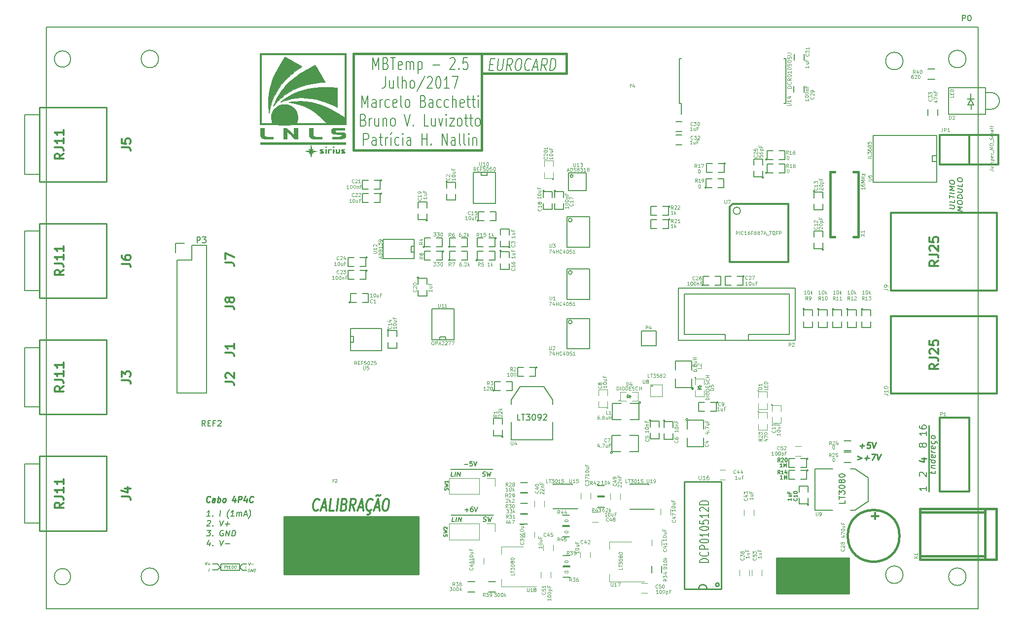
<source format=gto>
G04 #@! TF.FileFunction,Legend,Top*
%FSLAX46Y46*%
G04 Gerber Fmt 4.6, Leading zero omitted, Abs format (unit mm)*
G04 Created by KiCad (PCBNEW 4.0.4+e1-6308~48~ubuntu15.10.1-stable) date Wed Aug 23 09:17:44 2017*
%MOMM*%
%LPD*%
G01*
G04 APERTURE LIST*
%ADD10C,0.150000*%
%ADD11C,0.031750*%
%ADD12C,0.250000*%
%ADD13C,0.050000*%
%ADD14C,0.100000*%
%ADD15C,0.200000*%
%ADD16C,0.304800*%
%ADD17C,0.381000*%
%ADD18C,0.225000*%
%ADD19C,0.120000*%
%ADD20C,0.099060*%
%ADD21C,0.152400*%
%ADD22C,0.127000*%
%ADD23C,0.203200*%
%ADD24C,0.400000*%
%ADD25C,0.010000*%
%ADD26C,0.299720*%
%ADD27C,0.254000*%
G04 APERTURE END LIST*
D10*
X226386200Y-69150000D02*
X226386200Y-64000000D01*
D11*
X97137357Y-138769095D02*
X97143405Y-138763047D01*
X97149452Y-138769095D01*
X97143405Y-138775143D01*
X97137357Y-138769095D01*
X97149452Y-138769095D01*
X97137357Y-138611857D02*
X97143405Y-138605809D01*
X97149452Y-138611857D01*
X97143405Y-138617905D01*
X97137357Y-138611857D01*
X97149452Y-138611857D01*
X97137357Y-138454619D02*
X97143405Y-138448571D01*
X97149452Y-138454619D01*
X97143405Y-138460667D01*
X97137357Y-138454619D01*
X97149452Y-138454619D01*
X97137357Y-138297381D02*
X97143405Y-138291333D01*
X97149452Y-138297381D01*
X97143405Y-138303429D01*
X97137357Y-138297381D01*
X97149452Y-138297381D01*
X97137357Y-138140143D02*
X97143405Y-138134095D01*
X97149452Y-138140143D01*
X97143405Y-138146191D01*
X97137357Y-138140143D01*
X97149452Y-138140143D01*
X97137357Y-137982905D02*
X97143405Y-137976857D01*
X97149452Y-137982905D01*
X97143405Y-137988953D01*
X97137357Y-137982905D01*
X97149452Y-137982905D01*
D12*
X90997381Y-127103143D02*
X90943810Y-127150762D01*
X90795000Y-127198381D01*
X90699762Y-127198381D01*
X90562857Y-127150762D01*
X90479524Y-127055524D01*
X90443809Y-126960286D01*
X90420000Y-126769810D01*
X90437857Y-126626952D01*
X90509286Y-126436476D01*
X90568809Y-126341238D01*
X90675952Y-126246000D01*
X90824762Y-126198381D01*
X90920000Y-126198381D01*
X91056905Y-126246000D01*
X91098572Y-126293619D01*
X91842619Y-127198381D02*
X91908096Y-126674571D01*
X91872381Y-126579333D01*
X91783096Y-126531714D01*
X91592619Y-126531714D01*
X91491428Y-126579333D01*
X91848572Y-127150762D02*
X91747381Y-127198381D01*
X91509285Y-127198381D01*
X91420000Y-127150762D01*
X91384286Y-127055524D01*
X91396190Y-126960286D01*
X91455714Y-126865048D01*
X91556904Y-126817429D01*
X91795000Y-126817429D01*
X91896191Y-126769810D01*
X92318809Y-127198381D02*
X92443809Y-126198381D01*
X92396190Y-126579333D02*
X92497381Y-126531714D01*
X92687858Y-126531714D01*
X92777143Y-126579333D01*
X92818810Y-126626952D01*
X92854524Y-126722190D01*
X92818810Y-127007905D01*
X92759286Y-127103143D01*
X92705715Y-127150762D01*
X92604524Y-127198381D01*
X92414047Y-127198381D01*
X92324762Y-127150762D01*
X93366428Y-127198381D02*
X93277143Y-127150762D01*
X93235476Y-127103143D01*
X93199762Y-127007905D01*
X93235476Y-126722190D01*
X93295000Y-126626952D01*
X93348571Y-126579333D01*
X93449762Y-126531714D01*
X93592620Y-126531714D01*
X93681905Y-126579333D01*
X93723572Y-126626952D01*
X93759286Y-126722190D01*
X93723572Y-127007905D01*
X93664048Y-127103143D01*
X93610477Y-127150762D01*
X93509286Y-127198381D01*
X93366428Y-127198381D01*
X95402144Y-126531714D02*
X95318810Y-127198381D01*
X95211667Y-126150762D02*
X94884286Y-126865048D01*
X95503334Y-126865048D01*
X95842619Y-127198381D02*
X95967619Y-126198381D01*
X96348572Y-126198381D01*
X96437858Y-126246000D01*
X96479525Y-126293619D01*
X96515239Y-126388857D01*
X96497382Y-126531714D01*
X96437858Y-126626952D01*
X96384287Y-126674571D01*
X96283096Y-126722190D01*
X95902143Y-126722190D01*
X97354525Y-126531714D02*
X97271191Y-127198381D01*
X97164048Y-126150762D02*
X96836667Y-126865048D01*
X97455715Y-126865048D01*
X98378334Y-127103143D02*
X98324763Y-127150762D01*
X98175953Y-127198381D01*
X98080715Y-127198381D01*
X97943810Y-127150762D01*
X97860477Y-127055524D01*
X97824762Y-126960286D01*
X97800953Y-126769810D01*
X97818810Y-126626952D01*
X97890239Y-126436476D01*
X97949762Y-126341238D01*
X98056905Y-126246000D01*
X98205715Y-126198381D01*
X98300953Y-126198381D01*
X98437858Y-126246000D01*
X98479525Y-126293619D01*
D13*
X93475632Y-138602190D02*
X93538132Y-138102190D01*
X93728608Y-138102190D01*
X93773251Y-138126000D01*
X93794084Y-138149810D01*
X93811941Y-138197429D01*
X93803013Y-138268857D01*
X93773251Y-138316476D01*
X93746465Y-138340286D01*
X93695870Y-138364095D01*
X93505394Y-138364095D01*
X93945870Y-138268857D02*
X94136346Y-138268857D01*
X94038132Y-138102190D02*
X93984561Y-138530762D01*
X94002417Y-138578381D01*
X94047060Y-138602190D01*
X94094679Y-138602190D01*
X94523250Y-138602190D02*
X94237536Y-138602190D01*
X94380393Y-138602190D02*
X94442893Y-138102190D01*
X94386346Y-138173619D01*
X94332774Y-138221238D01*
X94282179Y-138245048D01*
X94895274Y-138102190D02*
X94942893Y-138102190D01*
X94987536Y-138126000D01*
X95008369Y-138149810D01*
X95026226Y-138197429D01*
X95038131Y-138292667D01*
X95023250Y-138411714D01*
X94987536Y-138506952D01*
X94957774Y-138554571D01*
X94930988Y-138578381D01*
X94880393Y-138602190D01*
X94832774Y-138602190D01*
X94788131Y-138578381D01*
X94767298Y-138554571D01*
X94749441Y-138506952D01*
X94737536Y-138411714D01*
X94752417Y-138292667D01*
X94788131Y-138197429D01*
X94817893Y-138149810D01*
X94844679Y-138126000D01*
X94895274Y-138102190D01*
X95371464Y-138102190D02*
X95419083Y-138102190D01*
X95463726Y-138126000D01*
X95484559Y-138149810D01*
X95502416Y-138197429D01*
X95514321Y-138292667D01*
X95499440Y-138411714D01*
X95463726Y-138506952D01*
X95433964Y-138554571D01*
X95407178Y-138578381D01*
X95356583Y-138602190D01*
X95308964Y-138602190D01*
X95264321Y-138578381D01*
X95243488Y-138554571D01*
X95225631Y-138506952D01*
X95213726Y-138411714D01*
X95228607Y-138292667D01*
X95264321Y-138197429D01*
X95294083Y-138149810D01*
X95320869Y-138126000D01*
X95371464Y-138102190D01*
D14*
X90813727Y-139102190D02*
X90876227Y-138602190D01*
X97842297Y-138676000D02*
X97797654Y-138652190D01*
X97726226Y-138652190D01*
X97651821Y-138676000D01*
X97598250Y-138723619D01*
X97568488Y-138771238D01*
X97532774Y-138866476D01*
X97523845Y-138937905D01*
X97535750Y-139033143D01*
X97553607Y-139080762D01*
X97595273Y-139128381D01*
X97663726Y-139152190D01*
X97711345Y-139152190D01*
X97785749Y-139128381D01*
X97812536Y-139104571D01*
X97833369Y-138937905D01*
X97738131Y-138937905D01*
X98020869Y-139152190D02*
X98083369Y-138652190D01*
X98306583Y-139152190D01*
X98369083Y-138652190D01*
X98544679Y-139152190D02*
X98607179Y-138652190D01*
X98726226Y-138652190D01*
X98794679Y-138676000D01*
X98836346Y-138723619D01*
X98854202Y-138771238D01*
X98866108Y-138866476D01*
X98857179Y-138937905D01*
X98821464Y-139033143D01*
X98791703Y-139080762D01*
X98738131Y-139128381D01*
X98663726Y-139152190D01*
X98544679Y-139152190D01*
X97650036Y-137552190D02*
X97754203Y-138052190D01*
X97983369Y-137552190D01*
X98111346Y-137861714D02*
X98492298Y-137861714D01*
X90200036Y-137502190D02*
X90304203Y-138002190D01*
X90533369Y-137502190D01*
X90661346Y-137811714D02*
X91042298Y-137811714D01*
X90828012Y-138002190D02*
X90875631Y-137621238D01*
D10*
X96592000Y-138926000D02*
X97292000Y-138926000D01*
X96092000Y-138426000D02*
X96592000Y-138926000D01*
X96642000Y-137826000D02*
X97292000Y-137826000D01*
X96542000Y-137926000D02*
X96642000Y-137826000D01*
X96092000Y-138376000D02*
X96542000Y-137926000D01*
X91592000Y-137826000D02*
X91442000Y-137826000D01*
X91492000Y-137826000D02*
X91592000Y-137826000D01*
X92342000Y-138876000D02*
X91442000Y-138876000D01*
X92842000Y-138376000D02*
X92342000Y-138876000D01*
X92292000Y-137826000D02*
X91492000Y-137826000D01*
X92842000Y-138376000D02*
X92292000Y-137826000D01*
X96092000Y-137826000D02*
X92892000Y-137826000D01*
X96092000Y-138926000D02*
X96092000Y-137826000D01*
X92892000Y-138926000D02*
X96092000Y-138926000D01*
X92892000Y-137876000D02*
X92892000Y-138926000D01*
D15*
X91059857Y-129628381D02*
X90488428Y-129628381D01*
X90774142Y-129628381D02*
X90899142Y-128628381D01*
X90786047Y-128771238D01*
X90678905Y-128866476D01*
X90577714Y-128914095D01*
X91500333Y-129533143D02*
X91542000Y-129580762D01*
X91488428Y-129628381D01*
X91446762Y-129580762D01*
X91500333Y-129533143D01*
X91488428Y-129628381D01*
X92726523Y-129628381D02*
X92851523Y-128628381D01*
X94202714Y-130009333D02*
X94161047Y-129961714D01*
X94083666Y-129818857D01*
X94047952Y-129723619D01*
X94018190Y-129580762D01*
X94000333Y-129342667D01*
X94024142Y-129152190D01*
X94101523Y-128914095D01*
X94166999Y-128771238D01*
X94226523Y-128676000D01*
X94339618Y-128533143D01*
X94393191Y-128485524D01*
X95155095Y-129628381D02*
X94583666Y-129628381D01*
X94869380Y-129628381D02*
X94994380Y-128628381D01*
X94881285Y-128771238D01*
X94774143Y-128866476D01*
X94672952Y-128914095D01*
X95583666Y-129628381D02*
X95667000Y-128961714D01*
X95655095Y-129056952D02*
X95708666Y-129009333D01*
X95809857Y-128961714D01*
X95952715Y-128961714D01*
X96042000Y-129009333D01*
X96077715Y-129104571D01*
X96012238Y-129628381D01*
X96077715Y-129104571D02*
X96137238Y-129009333D01*
X96238429Y-128961714D01*
X96381286Y-128961714D01*
X96470571Y-129009333D01*
X96506286Y-129104571D01*
X96440809Y-129628381D01*
X96905095Y-129342667D02*
X97381286Y-129342667D01*
X96774142Y-129628381D02*
X97232475Y-128628381D01*
X97440809Y-129628381D01*
X97631285Y-130009333D02*
X97684857Y-129961714D01*
X97797952Y-129818857D01*
X97857476Y-129723619D01*
X97922952Y-129580762D01*
X98000333Y-129342667D01*
X98024142Y-129152190D01*
X98006285Y-128914095D01*
X97976523Y-128771238D01*
X97940809Y-128676000D01*
X97863428Y-128533143D01*
X97821762Y-128485524D01*
X90601524Y-130423619D02*
X90655095Y-130376000D01*
X90756285Y-130328381D01*
X90994381Y-130328381D01*
X91083667Y-130376000D01*
X91125334Y-130423619D01*
X91161048Y-130518857D01*
X91149143Y-130614095D01*
X91083667Y-130756952D01*
X90440809Y-131328381D01*
X91059857Y-131328381D01*
X91500333Y-131233143D02*
X91542000Y-131280762D01*
X91488428Y-131328381D01*
X91446762Y-131280762D01*
X91500333Y-131233143D01*
X91488428Y-131328381D01*
X92708666Y-130328381D02*
X92916999Y-131328381D01*
X93375333Y-130328381D01*
X93631285Y-130947429D02*
X94393190Y-130947429D01*
X93964619Y-131328381D02*
X94059858Y-130566476D01*
X90565809Y-132028381D02*
X91184857Y-132028381D01*
X90803904Y-132409333D01*
X90946762Y-132409333D01*
X91036048Y-132456952D01*
X91077715Y-132504571D01*
X91113429Y-132599810D01*
X91083667Y-132837905D01*
X91024143Y-132933143D01*
X90970572Y-132980762D01*
X90869381Y-133028381D01*
X90583666Y-133028381D01*
X90494381Y-132980762D01*
X90452714Y-132933143D01*
X91500333Y-132933143D02*
X91542000Y-132980762D01*
X91488428Y-133028381D01*
X91446762Y-132980762D01*
X91500333Y-132933143D01*
X91488428Y-133028381D01*
X93369381Y-132076000D02*
X93280095Y-132028381D01*
X93137238Y-132028381D01*
X92988428Y-132076000D01*
X92881285Y-132171238D01*
X92821762Y-132266476D01*
X92750333Y-132456952D01*
X92732476Y-132599810D01*
X92756285Y-132790286D01*
X92792000Y-132885524D01*
X92875333Y-132980762D01*
X93012238Y-133028381D01*
X93107476Y-133028381D01*
X93256286Y-132980762D01*
X93309857Y-132933143D01*
X93351524Y-132599810D01*
X93161048Y-132599810D01*
X93726523Y-133028381D02*
X93851523Y-132028381D01*
X94297952Y-133028381D01*
X94422952Y-132028381D01*
X94774142Y-133028381D02*
X94899142Y-132028381D01*
X95137237Y-132028381D01*
X95274143Y-132076000D01*
X95357476Y-132171238D01*
X95393191Y-132266476D01*
X95417000Y-132456952D01*
X95399143Y-132599810D01*
X95327714Y-132790286D01*
X95268191Y-132885524D01*
X95161048Y-132980762D01*
X95012237Y-133028381D01*
X94774142Y-133028381D01*
X91047953Y-134061714D02*
X90964619Y-134728381D01*
X90857476Y-133680762D02*
X90530095Y-134395048D01*
X91149143Y-134395048D01*
X91500333Y-134633143D02*
X91542000Y-134680762D01*
X91488428Y-134728381D01*
X91446762Y-134680762D01*
X91500333Y-134633143D01*
X91488428Y-134728381D01*
X92708666Y-133728381D02*
X92916999Y-134728381D01*
X93375333Y-133728381D01*
X93631285Y-134347429D02*
X94393190Y-134347429D01*
D12*
X214450000Y-114000000D02*
X214450000Y-125350000D01*
D16*
X109599322Y-128475714D02*
X109514656Y-128572476D01*
X109284846Y-128669238D01*
X109139703Y-128669238D01*
X108934084Y-128572476D01*
X108813132Y-128378952D01*
X108764750Y-128185429D01*
X108740560Y-127798381D01*
X108776846Y-127508095D01*
X108897798Y-127121048D01*
X108994561Y-126927524D01*
X109163893Y-126734000D01*
X109393703Y-126637238D01*
X109538846Y-126637238D01*
X109744465Y-126734000D01*
X109804941Y-126830762D01*
X110228275Y-128088667D02*
X110953989Y-128088667D01*
X110010560Y-128669238D02*
X110772560Y-126637238D01*
X111026560Y-128669238D01*
X112260274Y-128669238D02*
X111534560Y-128669238D01*
X111788560Y-126637238D01*
X112768274Y-128669238D02*
X113022274Y-126637238D01*
X114135036Y-127604857D02*
X114340655Y-127701619D01*
X114401131Y-127798381D01*
X114449512Y-127991905D01*
X114413226Y-128282190D01*
X114316465Y-128475714D01*
X114231798Y-128572476D01*
X114074560Y-128669238D01*
X113493988Y-128669238D01*
X113747988Y-126637238D01*
X114255988Y-126637238D01*
X114389036Y-126734000D01*
X114449512Y-126830762D01*
X114497893Y-127024286D01*
X114473703Y-127217810D01*
X114376940Y-127411333D01*
X114292274Y-127508095D01*
X114135036Y-127604857D01*
X113627036Y-127604857D01*
X115888845Y-128669238D02*
X115501798Y-127701619D01*
X115017988Y-128669238D02*
X115271988Y-126637238D01*
X115852560Y-126637238D01*
X115985607Y-126734000D01*
X116046084Y-126830762D01*
X116094464Y-127024286D01*
X116058179Y-127314571D01*
X115961417Y-127508095D01*
X115876750Y-127604857D01*
X115719513Y-127701619D01*
X115138941Y-127701619D01*
X116541989Y-128088667D02*
X117267703Y-128088667D01*
X116324274Y-128669238D02*
X117086274Y-126637238D01*
X117340274Y-128669238D01*
X118743322Y-128475714D02*
X118658656Y-128572476D01*
X118428846Y-128669238D01*
X118283703Y-128669238D01*
X118078084Y-128572476D01*
X117957132Y-128378952D01*
X117908750Y-128185429D01*
X117884560Y-127798381D01*
X117920846Y-127508095D01*
X118041798Y-127121048D01*
X118138561Y-126927524D01*
X118307893Y-126734000D01*
X118537703Y-126637238D01*
X118682846Y-126637238D01*
X118888465Y-126734000D01*
X118948941Y-126830762D01*
X118344179Y-128766000D02*
X118477227Y-128862762D01*
X118525607Y-129056286D01*
X118428846Y-129249810D01*
X118271608Y-129346571D01*
X118053894Y-129346571D01*
X119372275Y-128088667D02*
X120097989Y-128088667D01*
X119154560Y-128669238D02*
X119916560Y-126637238D01*
X120170560Y-128669238D01*
X119614179Y-126153429D02*
X119698846Y-126056667D01*
X119856084Y-125959905D01*
X120122179Y-126153429D01*
X120279418Y-126056667D01*
X120364084Y-125959905D01*
X121222846Y-126637238D02*
X121513132Y-126637238D01*
X121646179Y-126734000D01*
X121767132Y-126927524D01*
X121791323Y-127314571D01*
X121706656Y-127991905D01*
X121585703Y-128378952D01*
X121416370Y-128572476D01*
X121259132Y-128669238D01*
X120968846Y-128669238D01*
X120835799Y-128572476D01*
X120714846Y-128378952D01*
X120690656Y-127991905D01*
X120775323Y-127314571D01*
X120896275Y-126927524D01*
X121065608Y-126734000D01*
X121222846Y-126637238D01*
D12*
X202242024Y-119295714D02*
X202968214Y-119581429D01*
X202170595Y-119867143D01*
X203444404Y-119581429D02*
X204206309Y-119581429D01*
X203777738Y-119962381D02*
X203872977Y-119200476D01*
X204664642Y-118962381D02*
X205331309Y-118962381D01*
X204777737Y-119962381D01*
X205569404Y-118962381D02*
X205777737Y-119962381D01*
X206236071Y-118962381D01*
X202665357Y-117531429D02*
X203427262Y-117531429D01*
X202998691Y-117912381D02*
X203093930Y-117150476D01*
X204457024Y-116912381D02*
X203980833Y-116912381D01*
X203873691Y-117388571D01*
X203927262Y-117340952D01*
X204028452Y-117293333D01*
X204266548Y-117293333D01*
X204355834Y-117340952D01*
X204397501Y-117388571D01*
X204433215Y-117483810D01*
X204403453Y-117721905D01*
X204343929Y-117817143D01*
X204290358Y-117864762D01*
X204189167Y-117912381D01*
X203951071Y-117912381D01*
X203861786Y-117864762D01*
X203820119Y-117817143D01*
X204790357Y-116912381D02*
X204998690Y-117912381D01*
X205457024Y-116912381D01*
D10*
X132460000Y-129420000D02*
X139710000Y-129420000D01*
X137953810Y-130473810D02*
X138063334Y-130511905D01*
X138253810Y-130511905D01*
X138334762Y-130473810D01*
X138377620Y-130435714D01*
X138425239Y-130359524D01*
X138434762Y-130283333D01*
X138406191Y-130207143D01*
X138372857Y-130169048D01*
X138301429Y-130130952D01*
X138153810Y-130092857D01*
X138082381Y-130054762D01*
X138049048Y-130016667D01*
X138020477Y-129940476D01*
X138030000Y-129864286D01*
X138077619Y-129788095D01*
X138120476Y-129750000D01*
X138201429Y-129711905D01*
X138391905Y-129711905D01*
X138501429Y-129750000D01*
X138772858Y-129711905D02*
X138863334Y-130511905D01*
X139087144Y-129940476D01*
X139168096Y-130511905D01*
X139458572Y-129711905D01*
X133022858Y-130551905D02*
X132641905Y-130551905D01*
X132741905Y-129751905D01*
X133289524Y-130551905D02*
X133389524Y-129751905D01*
X133670476Y-130551905D02*
X133770476Y-129751905D01*
X134127619Y-130551905D01*
X134227619Y-129751905D01*
X132375000Y-121575000D02*
X139625000Y-121575000D01*
X137833810Y-122733810D02*
X137943334Y-122771905D01*
X138133810Y-122771905D01*
X138214762Y-122733810D01*
X138257620Y-122695714D01*
X138305239Y-122619524D01*
X138314762Y-122543333D01*
X138286191Y-122467143D01*
X138252857Y-122429048D01*
X138181429Y-122390952D01*
X138033810Y-122352857D01*
X137962381Y-122314762D01*
X137929048Y-122276667D01*
X137900477Y-122200476D01*
X137910000Y-122124286D01*
X137957619Y-122048095D01*
X138000476Y-122010000D01*
X138081429Y-121971905D01*
X138271905Y-121971905D01*
X138381429Y-122010000D01*
X138652858Y-121971905D02*
X138743334Y-122771905D01*
X138967144Y-122200476D01*
X139048096Y-122771905D01*
X139338572Y-121971905D01*
X132832858Y-122751905D02*
X132451905Y-122751905D01*
X132551905Y-121951905D01*
X133099524Y-122751905D02*
X133199524Y-121951905D01*
X133480476Y-122751905D02*
X133580476Y-121951905D01*
X133937619Y-122751905D01*
X134037619Y-121951905D01*
D17*
X152225000Y-53500000D02*
X152225000Y-50142000D01*
X137725000Y-53525000D02*
X152225000Y-53525000D01*
D15*
X139100608Y-51929857D02*
X139608608Y-51929857D01*
X139693274Y-52994238D02*
X138967560Y-52994238D01*
X139221560Y-50962238D01*
X139947274Y-50962238D01*
X140600417Y-50962238D02*
X140394798Y-52607190D01*
X140443180Y-52800714D01*
X140503656Y-52897476D01*
X140636703Y-52994238D01*
X140926989Y-52994238D01*
X141084227Y-52897476D01*
X141168894Y-52800714D01*
X141265655Y-52607190D01*
X141471274Y-50962238D01*
X142813845Y-52994238D02*
X142426798Y-52026619D01*
X141942988Y-52994238D02*
X142196988Y-50962238D01*
X142777560Y-50962238D01*
X142910607Y-51059000D01*
X142971084Y-51155762D01*
X143019464Y-51349286D01*
X142983179Y-51639571D01*
X142886417Y-51833095D01*
X142801750Y-51929857D01*
X142644513Y-52026619D01*
X142063941Y-52026619D01*
X144011274Y-50962238D02*
X144301560Y-50962238D01*
X144434607Y-51059000D01*
X144555560Y-51252524D01*
X144579751Y-51639571D01*
X144495084Y-52316905D01*
X144374131Y-52703952D01*
X144204798Y-52897476D01*
X144047560Y-52994238D01*
X143757274Y-52994238D01*
X143624227Y-52897476D01*
X143503274Y-52703952D01*
X143479084Y-52316905D01*
X143563751Y-51639571D01*
X143684703Y-51252524D01*
X143854036Y-51059000D01*
X144011274Y-50962238D01*
X145958607Y-52800714D02*
X145873941Y-52897476D01*
X145644131Y-52994238D01*
X145498988Y-52994238D01*
X145293369Y-52897476D01*
X145172417Y-52703952D01*
X145124035Y-52510429D01*
X145099845Y-52123381D01*
X145136131Y-51833095D01*
X145257083Y-51446048D01*
X145353846Y-51252524D01*
X145523178Y-51059000D01*
X145752988Y-50962238D01*
X145898131Y-50962238D01*
X146103750Y-51059000D01*
X146164226Y-51155762D01*
X146587560Y-52413667D02*
X147313274Y-52413667D01*
X146369845Y-52994238D02*
X147131845Y-50962238D01*
X147385845Y-52994238D01*
X148764702Y-52994238D02*
X148377655Y-52026619D01*
X147893845Y-52994238D02*
X148147845Y-50962238D01*
X148728417Y-50962238D01*
X148861464Y-51059000D01*
X148921941Y-51155762D01*
X148970321Y-51349286D01*
X148934036Y-51639571D01*
X148837274Y-51833095D01*
X148752607Y-51929857D01*
X148595370Y-52026619D01*
X148014798Y-52026619D01*
X149417845Y-52994238D02*
X149671845Y-50962238D01*
X150034702Y-50962238D01*
X150240322Y-51059000D01*
X150361274Y-51252524D01*
X150409655Y-51446048D01*
X150433845Y-51833095D01*
X150397559Y-52123381D01*
X150276607Y-52510429D01*
X150179845Y-52703952D01*
X150010513Y-52897476D01*
X149780702Y-52994238D01*
X149417845Y-52994238D01*
D16*
X93665429Y-106508000D02*
X94754000Y-106508000D01*
X94971714Y-106580572D01*
X95116857Y-106725715D01*
X95189429Y-106943429D01*
X95189429Y-107088572D01*
X93810571Y-105854857D02*
X93738000Y-105782286D01*
X93665429Y-105637143D01*
X93665429Y-105274286D01*
X93738000Y-105129143D01*
X93810571Y-105056572D01*
X93955714Y-104984000D01*
X94100857Y-104984000D01*
X94318571Y-105056572D01*
X95189429Y-105927429D01*
X95189429Y-104984000D01*
X93665429Y-101508000D02*
X94754000Y-101508000D01*
X94971714Y-101580572D01*
X95116857Y-101725715D01*
X95189429Y-101943429D01*
X95189429Y-102088572D01*
X95189429Y-99984000D02*
X95189429Y-100854857D01*
X95189429Y-100419429D02*
X93665429Y-100419429D01*
X93883143Y-100564572D01*
X94028286Y-100709714D01*
X94100857Y-100854857D01*
X93665429Y-93508000D02*
X94754000Y-93508000D01*
X94971714Y-93580572D01*
X95116857Y-93725715D01*
X95189429Y-93943429D01*
X95189429Y-94088572D01*
X94318571Y-92564572D02*
X94246000Y-92709714D01*
X94173429Y-92782286D01*
X94028286Y-92854857D01*
X93955714Y-92854857D01*
X93810571Y-92782286D01*
X93738000Y-92709714D01*
X93665429Y-92564572D01*
X93665429Y-92274286D01*
X93738000Y-92129143D01*
X93810571Y-92056572D01*
X93955714Y-91984000D01*
X94028286Y-91984000D01*
X94173429Y-92056572D01*
X94246000Y-92129143D01*
X94318571Y-92274286D01*
X94318571Y-92564572D01*
X94391143Y-92709714D01*
X94463714Y-92782286D01*
X94608857Y-92854857D01*
X94899143Y-92854857D01*
X95044286Y-92782286D01*
X95116857Y-92709714D01*
X95189429Y-92564572D01*
X95189429Y-92274286D01*
X95116857Y-92129143D01*
X95044286Y-92056572D01*
X94899143Y-91984000D01*
X94608857Y-91984000D01*
X94463714Y-92056572D01*
X94391143Y-92129143D01*
X94318571Y-92274286D01*
X93665429Y-86008000D02*
X94754000Y-86008000D01*
X94971714Y-86080572D01*
X95116857Y-86225715D01*
X95189429Y-86443429D01*
X95189429Y-86588572D01*
X93665429Y-85427429D02*
X93665429Y-84411429D01*
X95189429Y-85064572D01*
D10*
X218086905Y-76662500D02*
X218734524Y-76743452D01*
X218810714Y-76705357D01*
X218848810Y-76662500D01*
X218886905Y-76572024D01*
X218886905Y-76381547D01*
X218848810Y-76281547D01*
X218810714Y-76229166D01*
X218734524Y-76172023D01*
X218086905Y-76091071D01*
X218886905Y-75238690D02*
X218886905Y-75714881D01*
X218086905Y-75614881D01*
X218086905Y-74948214D02*
X218086905Y-74376785D01*
X218886905Y-74762500D02*
X218086905Y-74662500D01*
X218886905Y-74143452D02*
X218086905Y-74043452D01*
X218886905Y-73667262D02*
X218086905Y-73567262D01*
X218658333Y-73305357D01*
X218086905Y-72900595D01*
X218886905Y-73000595D01*
X218086905Y-72233929D02*
X218086905Y-72043452D01*
X218125000Y-71952976D01*
X218201190Y-71867262D01*
X218353571Y-71838690D01*
X218620238Y-71872024D01*
X218772619Y-71938690D01*
X218848810Y-72043452D01*
X218886905Y-72143452D01*
X218886905Y-72333929D01*
X218848810Y-72424405D01*
X218772619Y-72510119D01*
X218620238Y-72538691D01*
X218353571Y-72505357D01*
X218201190Y-72438691D01*
X218125000Y-72333929D01*
X218086905Y-72233929D01*
X220236905Y-77167262D02*
X219436905Y-77067262D01*
X220008333Y-76805357D01*
X219436905Y-76400595D01*
X220236905Y-76500595D01*
X219436905Y-75733929D02*
X219436905Y-75543452D01*
X219475000Y-75452976D01*
X219551190Y-75367262D01*
X219703571Y-75338690D01*
X219970238Y-75372024D01*
X220122619Y-75438690D01*
X220198810Y-75543452D01*
X220236905Y-75643452D01*
X220236905Y-75833929D01*
X220198810Y-75924405D01*
X220122619Y-76010119D01*
X219970238Y-76038691D01*
X219703571Y-76005357D01*
X219551190Y-75938691D01*
X219475000Y-75833929D01*
X219436905Y-75733929D01*
X220236905Y-74976786D02*
X219436905Y-74876786D01*
X219436905Y-74638691D01*
X219475000Y-74500595D01*
X219551190Y-74414881D01*
X219627381Y-74376786D01*
X219779762Y-74348214D01*
X219894048Y-74362500D01*
X220046429Y-74429167D01*
X220122619Y-74486309D01*
X220198810Y-74591071D01*
X220236905Y-74738691D01*
X220236905Y-74976786D01*
X219436905Y-73876786D02*
X220084524Y-73957738D01*
X220160714Y-73919643D01*
X220198810Y-73876786D01*
X220236905Y-73786310D01*
X220236905Y-73595833D01*
X220198810Y-73495833D01*
X220160714Y-73443452D01*
X220084524Y-73386309D01*
X219436905Y-73305357D01*
X220236905Y-72452976D02*
X220236905Y-72929167D01*
X219436905Y-72829167D01*
X219436905Y-71829167D02*
X219436905Y-71638690D01*
X219475000Y-71548214D01*
X219551190Y-71462500D01*
X219703571Y-71433928D01*
X219970238Y-71467262D01*
X220122619Y-71533928D01*
X220198810Y-71638690D01*
X220236905Y-71738690D01*
X220236905Y-71929167D01*
X220198810Y-72019643D01*
X220122619Y-72105357D01*
X219970238Y-72133929D01*
X219703571Y-72100595D01*
X219551190Y-72033929D01*
X219475000Y-71929167D01*
X219436905Y-71829167D01*
D17*
X115707600Y-50142000D02*
X115707600Y-66642000D01*
X152175000Y-50142000D02*
X115682600Y-50142000D01*
X137682600Y-66642000D02*
X137682600Y-50142000D01*
X115707600Y-66692000D02*
X137707600Y-66692000D01*
D15*
X214042857Y-115078571D02*
X214042857Y-115764286D01*
X214042857Y-115421428D02*
X212842857Y-115421428D01*
X213014286Y-115535714D01*
X213128571Y-115650000D01*
X213185714Y-115764286D01*
X212842857Y-114050000D02*
X212842857Y-114278571D01*
X212900000Y-114392857D01*
X212957143Y-114450000D01*
X213128571Y-114564286D01*
X213357143Y-114621429D01*
X213814286Y-114621429D01*
X213928571Y-114564286D01*
X213985714Y-114507143D01*
X214042857Y-114392857D01*
X214042857Y-114164286D01*
X213985714Y-114050000D01*
X213928571Y-113992857D01*
X213814286Y-113935714D01*
X213528571Y-113935714D01*
X213414286Y-113992857D01*
X213357143Y-114050000D01*
X213300000Y-114164286D01*
X213300000Y-114392857D01*
X213357143Y-114507143D01*
X213414286Y-114564286D01*
X213528571Y-114621429D01*
X213357143Y-117514285D02*
X213300000Y-117628571D01*
X213242857Y-117685714D01*
X213128571Y-117742857D01*
X213071429Y-117742857D01*
X212957143Y-117685714D01*
X212900000Y-117628571D01*
X212842857Y-117514285D01*
X212842857Y-117285714D01*
X212900000Y-117171428D01*
X212957143Y-117114285D01*
X213071429Y-117057142D01*
X213128571Y-117057142D01*
X213242857Y-117114285D01*
X213300000Y-117171428D01*
X213357143Y-117285714D01*
X213357143Y-117514285D01*
X213414286Y-117628571D01*
X213471429Y-117685714D01*
X213585714Y-117742857D01*
X213814286Y-117742857D01*
X213928571Y-117685714D01*
X213985714Y-117628571D01*
X214042857Y-117514285D01*
X214042857Y-117285714D01*
X213985714Y-117171428D01*
X213928571Y-117114285D01*
X213814286Y-117057142D01*
X213585714Y-117057142D01*
X213471429Y-117114285D01*
X213414286Y-117171428D01*
X213357143Y-117285714D01*
D18*
X213242857Y-119721428D02*
X214042857Y-119721428D01*
X212785714Y-120007142D02*
X213642857Y-120292857D01*
X213642857Y-119549999D01*
D15*
X214042857Y-124557142D02*
X214042857Y-125242857D01*
X214042857Y-124899999D02*
X212842857Y-124899999D01*
X213014286Y-125014285D01*
X213128571Y-125128571D01*
X213185714Y-125242857D01*
X212957143Y-122742857D02*
X212900000Y-122685714D01*
X212842857Y-122571428D01*
X212842857Y-122285714D01*
X212900000Y-122171428D01*
X212957143Y-122114285D01*
X213071429Y-122057142D01*
X213185714Y-122057142D01*
X213357143Y-122114285D01*
X214042857Y-122799999D01*
X214042857Y-122057142D01*
X118997000Y-52823238D02*
X118997000Y-50791238D01*
X119505000Y-52242667D01*
X120013000Y-50791238D01*
X120013000Y-52823238D01*
X121246714Y-51758857D02*
X121464428Y-51855619D01*
X121537000Y-51952381D01*
X121609571Y-52145905D01*
X121609571Y-52436190D01*
X121537000Y-52629714D01*
X121464428Y-52726476D01*
X121319286Y-52823238D01*
X120738714Y-52823238D01*
X120738714Y-50791238D01*
X121246714Y-50791238D01*
X121391857Y-50888000D01*
X121464428Y-50984762D01*
X121537000Y-51178286D01*
X121537000Y-51371810D01*
X121464428Y-51565333D01*
X121391857Y-51662095D01*
X121246714Y-51758857D01*
X120738714Y-51758857D01*
X122045000Y-50791238D02*
X122915857Y-50791238D01*
X122480428Y-52823238D02*
X122480428Y-50791238D01*
X124004429Y-52726476D02*
X123859286Y-52823238D01*
X123569000Y-52823238D01*
X123423857Y-52726476D01*
X123351286Y-52532952D01*
X123351286Y-51758857D01*
X123423857Y-51565333D01*
X123569000Y-51468571D01*
X123859286Y-51468571D01*
X124004429Y-51565333D01*
X124077000Y-51758857D01*
X124077000Y-51952381D01*
X123351286Y-52145905D01*
X124730143Y-52823238D02*
X124730143Y-51468571D01*
X124730143Y-51662095D02*
X124802715Y-51565333D01*
X124947857Y-51468571D01*
X125165572Y-51468571D01*
X125310715Y-51565333D01*
X125383286Y-51758857D01*
X125383286Y-52823238D01*
X125383286Y-51758857D02*
X125455857Y-51565333D01*
X125601000Y-51468571D01*
X125818715Y-51468571D01*
X125963857Y-51565333D01*
X126036429Y-51758857D01*
X126036429Y-52823238D01*
X126762143Y-51468571D02*
X126762143Y-53500571D01*
X126762143Y-51565333D02*
X126907286Y-51468571D01*
X127197572Y-51468571D01*
X127342715Y-51565333D01*
X127415286Y-51662095D01*
X127487857Y-51855619D01*
X127487857Y-52436190D01*
X127415286Y-52629714D01*
X127342715Y-52726476D01*
X127197572Y-52823238D01*
X126907286Y-52823238D01*
X126762143Y-52726476D01*
X129302143Y-52049143D02*
X130463286Y-52049143D01*
X132277572Y-50984762D02*
X132350143Y-50888000D01*
X132495286Y-50791238D01*
X132858143Y-50791238D01*
X133003286Y-50888000D01*
X133075857Y-50984762D01*
X133148429Y-51178286D01*
X133148429Y-51371810D01*
X133075857Y-51662095D01*
X132205000Y-52823238D01*
X133148429Y-52823238D01*
X133801572Y-52629714D02*
X133874144Y-52726476D01*
X133801572Y-52823238D01*
X133729001Y-52726476D01*
X133801572Y-52629714D01*
X133801572Y-52823238D01*
X135253000Y-50791238D02*
X134527286Y-50791238D01*
X134454715Y-51758857D01*
X134527286Y-51662095D01*
X134672429Y-51565333D01*
X135035286Y-51565333D01*
X135180429Y-51662095D01*
X135253000Y-51758857D01*
X135325572Y-51952381D01*
X135325572Y-52436190D01*
X135253000Y-52629714D01*
X135180429Y-52726476D01*
X135035286Y-52823238D01*
X134672429Y-52823238D01*
X134527286Y-52726476D01*
X134454715Y-52629714D01*
X121174143Y-54039238D02*
X121174143Y-55490667D01*
X121101571Y-55780952D01*
X120956428Y-55974476D01*
X120738714Y-56071238D01*
X120593571Y-56071238D01*
X122553000Y-54716571D02*
X122553000Y-56071238D01*
X121899857Y-54716571D02*
X121899857Y-55780952D01*
X121972429Y-55974476D01*
X122117571Y-56071238D01*
X122335286Y-56071238D01*
X122480429Y-55974476D01*
X122553000Y-55877714D01*
X123496428Y-56071238D02*
X123351286Y-55974476D01*
X123278714Y-55780952D01*
X123278714Y-54039238D01*
X124077000Y-56071238D02*
X124077000Y-54039238D01*
X124730143Y-56071238D02*
X124730143Y-55006857D01*
X124657572Y-54813333D01*
X124512429Y-54716571D01*
X124294714Y-54716571D01*
X124149572Y-54813333D01*
X124077000Y-54910095D01*
X125673571Y-56071238D02*
X125528429Y-55974476D01*
X125455857Y-55877714D01*
X125383286Y-55684190D01*
X125383286Y-55103619D01*
X125455857Y-54910095D01*
X125528429Y-54813333D01*
X125673571Y-54716571D01*
X125891286Y-54716571D01*
X126036429Y-54813333D01*
X126109000Y-54910095D01*
X126181571Y-55103619D01*
X126181571Y-55684190D01*
X126109000Y-55877714D01*
X126036429Y-55974476D01*
X125891286Y-56071238D01*
X125673571Y-56071238D01*
X127923286Y-53942476D02*
X126617000Y-56555048D01*
X128358714Y-54232762D02*
X128431285Y-54136000D01*
X128576428Y-54039238D01*
X128939285Y-54039238D01*
X129084428Y-54136000D01*
X129156999Y-54232762D01*
X129229571Y-54426286D01*
X129229571Y-54619810D01*
X129156999Y-54910095D01*
X128286142Y-56071238D01*
X129229571Y-56071238D01*
X130173000Y-54039238D02*
X130318143Y-54039238D01*
X130463286Y-54136000D01*
X130535857Y-54232762D01*
X130608428Y-54426286D01*
X130681000Y-54813333D01*
X130681000Y-55297143D01*
X130608428Y-55684190D01*
X130535857Y-55877714D01*
X130463286Y-55974476D01*
X130318143Y-56071238D01*
X130173000Y-56071238D01*
X130027857Y-55974476D01*
X129955286Y-55877714D01*
X129882714Y-55684190D01*
X129810143Y-55297143D01*
X129810143Y-54813333D01*
X129882714Y-54426286D01*
X129955286Y-54232762D01*
X130027857Y-54136000D01*
X130173000Y-54039238D01*
X132132429Y-56071238D02*
X131261572Y-56071238D01*
X131697000Y-56071238D02*
X131697000Y-54039238D01*
X131551857Y-54329524D01*
X131406715Y-54523048D01*
X131261572Y-54619810D01*
X132640429Y-54039238D02*
X133656429Y-54039238D01*
X133003286Y-56071238D01*
X117146428Y-59319238D02*
X117146428Y-57287238D01*
X117654428Y-58738667D01*
X118162428Y-57287238D01*
X118162428Y-59319238D01*
X119541285Y-59319238D02*
X119541285Y-58254857D01*
X119468714Y-58061333D01*
X119323571Y-57964571D01*
X119033285Y-57964571D01*
X118888142Y-58061333D01*
X119541285Y-59222476D02*
X119396142Y-59319238D01*
X119033285Y-59319238D01*
X118888142Y-59222476D01*
X118815571Y-59028952D01*
X118815571Y-58835429D01*
X118888142Y-58641905D01*
X119033285Y-58545143D01*
X119396142Y-58545143D01*
X119541285Y-58448381D01*
X120266999Y-59319238D02*
X120266999Y-57964571D01*
X120266999Y-58351619D02*
X120339571Y-58158095D01*
X120412142Y-58061333D01*
X120557285Y-57964571D01*
X120702428Y-57964571D01*
X121863571Y-59222476D02*
X121718428Y-59319238D01*
X121428142Y-59319238D01*
X121283000Y-59222476D01*
X121210428Y-59125714D01*
X121137857Y-58932190D01*
X121137857Y-58351619D01*
X121210428Y-58158095D01*
X121283000Y-58061333D01*
X121428142Y-57964571D01*
X121718428Y-57964571D01*
X121863571Y-58061333D01*
X123097286Y-59222476D02*
X122952143Y-59319238D01*
X122661857Y-59319238D01*
X122516714Y-59222476D01*
X122444143Y-59028952D01*
X122444143Y-58254857D01*
X122516714Y-58061333D01*
X122661857Y-57964571D01*
X122952143Y-57964571D01*
X123097286Y-58061333D01*
X123169857Y-58254857D01*
X123169857Y-58448381D01*
X122444143Y-58641905D01*
X124040714Y-59319238D02*
X123895572Y-59222476D01*
X123823000Y-59028952D01*
X123823000Y-57287238D01*
X124839000Y-59319238D02*
X124693858Y-59222476D01*
X124621286Y-59125714D01*
X124548715Y-58932190D01*
X124548715Y-58351619D01*
X124621286Y-58158095D01*
X124693858Y-58061333D01*
X124839000Y-57964571D01*
X125056715Y-57964571D01*
X125201858Y-58061333D01*
X125274429Y-58158095D01*
X125347000Y-58351619D01*
X125347000Y-58932190D01*
X125274429Y-59125714D01*
X125201858Y-59222476D01*
X125056715Y-59319238D01*
X124839000Y-59319238D01*
X127669286Y-58254857D02*
X127887000Y-58351619D01*
X127959572Y-58448381D01*
X128032143Y-58641905D01*
X128032143Y-58932190D01*
X127959572Y-59125714D01*
X127887000Y-59222476D01*
X127741858Y-59319238D01*
X127161286Y-59319238D01*
X127161286Y-57287238D01*
X127669286Y-57287238D01*
X127814429Y-57384000D01*
X127887000Y-57480762D01*
X127959572Y-57674286D01*
X127959572Y-57867810D01*
X127887000Y-58061333D01*
X127814429Y-58158095D01*
X127669286Y-58254857D01*
X127161286Y-58254857D01*
X129338429Y-59319238D02*
X129338429Y-58254857D01*
X129265858Y-58061333D01*
X129120715Y-57964571D01*
X128830429Y-57964571D01*
X128685286Y-58061333D01*
X129338429Y-59222476D02*
X129193286Y-59319238D01*
X128830429Y-59319238D01*
X128685286Y-59222476D01*
X128612715Y-59028952D01*
X128612715Y-58835429D01*
X128685286Y-58641905D01*
X128830429Y-58545143D01*
X129193286Y-58545143D01*
X129338429Y-58448381D01*
X130717286Y-59222476D02*
X130572143Y-59319238D01*
X130281857Y-59319238D01*
X130136715Y-59222476D01*
X130064143Y-59125714D01*
X129991572Y-58932190D01*
X129991572Y-58351619D01*
X130064143Y-58158095D01*
X130136715Y-58061333D01*
X130281857Y-57964571D01*
X130572143Y-57964571D01*
X130717286Y-58061333D01*
X132023572Y-59222476D02*
X131878429Y-59319238D01*
X131588143Y-59319238D01*
X131443001Y-59222476D01*
X131370429Y-59125714D01*
X131297858Y-58932190D01*
X131297858Y-58351619D01*
X131370429Y-58158095D01*
X131443001Y-58061333D01*
X131588143Y-57964571D01*
X131878429Y-57964571D01*
X132023572Y-58061333D01*
X132676715Y-59319238D02*
X132676715Y-57287238D01*
X133329858Y-59319238D02*
X133329858Y-58254857D01*
X133257287Y-58061333D01*
X133112144Y-57964571D01*
X132894429Y-57964571D01*
X132749287Y-58061333D01*
X132676715Y-58158095D01*
X134636144Y-59222476D02*
X134491001Y-59319238D01*
X134200715Y-59319238D01*
X134055572Y-59222476D01*
X133983001Y-59028952D01*
X133983001Y-58254857D01*
X134055572Y-58061333D01*
X134200715Y-57964571D01*
X134491001Y-57964571D01*
X134636144Y-58061333D01*
X134708715Y-58254857D01*
X134708715Y-58448381D01*
X133983001Y-58641905D01*
X135144144Y-57964571D02*
X135724715Y-57964571D01*
X135361858Y-57287238D02*
X135361858Y-59028952D01*
X135434430Y-59222476D01*
X135579572Y-59319238D01*
X135724715Y-59319238D01*
X136015001Y-57964571D02*
X136595572Y-57964571D01*
X136232715Y-57287238D02*
X136232715Y-59028952D01*
X136305287Y-59222476D01*
X136450429Y-59319238D01*
X136595572Y-59319238D01*
X137103572Y-59319238D02*
X137103572Y-57964571D01*
X137103572Y-57287238D02*
X137031001Y-57384000D01*
X137103572Y-57480762D01*
X137176144Y-57384000D01*
X137103572Y-57287238D01*
X137103572Y-57480762D01*
X117400429Y-61502857D02*
X117618143Y-61599619D01*
X117690715Y-61696381D01*
X117763286Y-61889905D01*
X117763286Y-62180190D01*
X117690715Y-62373714D01*
X117618143Y-62470476D01*
X117473001Y-62567238D01*
X116892429Y-62567238D01*
X116892429Y-60535238D01*
X117400429Y-60535238D01*
X117545572Y-60632000D01*
X117618143Y-60728762D01*
X117690715Y-60922286D01*
X117690715Y-61115810D01*
X117618143Y-61309333D01*
X117545572Y-61406095D01*
X117400429Y-61502857D01*
X116892429Y-61502857D01*
X118416429Y-62567238D02*
X118416429Y-61212571D01*
X118416429Y-61599619D02*
X118489001Y-61406095D01*
X118561572Y-61309333D01*
X118706715Y-61212571D01*
X118851858Y-61212571D01*
X120013001Y-61212571D02*
X120013001Y-62567238D01*
X119359858Y-61212571D02*
X119359858Y-62276952D01*
X119432430Y-62470476D01*
X119577572Y-62567238D01*
X119795287Y-62567238D01*
X119940430Y-62470476D01*
X120013001Y-62373714D01*
X120738715Y-61212571D02*
X120738715Y-62567238D01*
X120738715Y-61406095D02*
X120811287Y-61309333D01*
X120956429Y-61212571D01*
X121174144Y-61212571D01*
X121319287Y-61309333D01*
X121391858Y-61502857D01*
X121391858Y-62567238D01*
X122335286Y-62567238D02*
X122190144Y-62470476D01*
X122117572Y-62373714D01*
X122045001Y-62180190D01*
X122045001Y-61599619D01*
X122117572Y-61406095D01*
X122190144Y-61309333D01*
X122335286Y-61212571D01*
X122553001Y-61212571D01*
X122698144Y-61309333D01*
X122770715Y-61406095D01*
X122843286Y-61599619D01*
X122843286Y-62180190D01*
X122770715Y-62373714D01*
X122698144Y-62470476D01*
X122553001Y-62567238D01*
X122335286Y-62567238D01*
X124439858Y-60535238D02*
X124947858Y-62567238D01*
X125455858Y-60535238D01*
X125963858Y-62373714D02*
X126036430Y-62470476D01*
X125963858Y-62567238D01*
X125891287Y-62470476D01*
X125963858Y-62373714D01*
X125963858Y-62567238D01*
X128576429Y-62567238D02*
X127850715Y-62567238D01*
X127850715Y-60535238D01*
X129737572Y-61212571D02*
X129737572Y-62567238D01*
X129084429Y-61212571D02*
X129084429Y-62276952D01*
X129157001Y-62470476D01*
X129302143Y-62567238D01*
X129519858Y-62567238D01*
X129665001Y-62470476D01*
X129737572Y-62373714D01*
X130318143Y-61212571D02*
X130681000Y-62567238D01*
X131043858Y-61212571D01*
X131624429Y-62567238D02*
X131624429Y-61212571D01*
X131624429Y-60535238D02*
X131551858Y-60632000D01*
X131624429Y-60728762D01*
X131697001Y-60632000D01*
X131624429Y-60535238D01*
X131624429Y-60728762D01*
X132205000Y-61212571D02*
X133003286Y-61212571D01*
X132205000Y-62567238D01*
X133003286Y-62567238D01*
X133801571Y-62567238D02*
X133656429Y-62470476D01*
X133583857Y-62373714D01*
X133511286Y-62180190D01*
X133511286Y-61599619D01*
X133583857Y-61406095D01*
X133656429Y-61309333D01*
X133801571Y-61212571D01*
X134019286Y-61212571D01*
X134164429Y-61309333D01*
X134237000Y-61406095D01*
X134309571Y-61599619D01*
X134309571Y-62180190D01*
X134237000Y-62373714D01*
X134164429Y-62470476D01*
X134019286Y-62567238D01*
X133801571Y-62567238D01*
X134745000Y-61212571D02*
X135325571Y-61212571D01*
X134962714Y-60535238D02*
X134962714Y-62276952D01*
X135035286Y-62470476D01*
X135180428Y-62567238D01*
X135325571Y-62567238D01*
X135615857Y-61212571D02*
X136196428Y-61212571D01*
X135833571Y-60535238D02*
X135833571Y-62276952D01*
X135906143Y-62470476D01*
X136051285Y-62567238D01*
X136196428Y-62567238D01*
X136922142Y-62567238D02*
X136777000Y-62470476D01*
X136704428Y-62373714D01*
X136631857Y-62180190D01*
X136631857Y-61599619D01*
X136704428Y-61406095D01*
X136777000Y-61309333D01*
X136922142Y-61212571D01*
X137139857Y-61212571D01*
X137285000Y-61309333D01*
X137357571Y-61406095D01*
X137430142Y-61599619D01*
X137430142Y-62180190D01*
X137357571Y-62373714D01*
X137285000Y-62470476D01*
X137139857Y-62567238D01*
X136922142Y-62567238D01*
X117400429Y-65815238D02*
X117400429Y-63783238D01*
X117981001Y-63783238D01*
X118126143Y-63880000D01*
X118198715Y-63976762D01*
X118271286Y-64170286D01*
X118271286Y-64460571D01*
X118198715Y-64654095D01*
X118126143Y-64750857D01*
X117981001Y-64847619D01*
X117400429Y-64847619D01*
X119577572Y-65815238D02*
X119577572Y-64750857D01*
X119505001Y-64557333D01*
X119359858Y-64460571D01*
X119069572Y-64460571D01*
X118924429Y-64557333D01*
X119577572Y-65718476D02*
X119432429Y-65815238D01*
X119069572Y-65815238D01*
X118924429Y-65718476D01*
X118851858Y-65524952D01*
X118851858Y-65331429D01*
X118924429Y-65137905D01*
X119069572Y-65041143D01*
X119432429Y-65041143D01*
X119577572Y-64944381D01*
X120085572Y-64460571D02*
X120666143Y-64460571D01*
X120303286Y-63783238D02*
X120303286Y-65524952D01*
X120375858Y-65718476D01*
X120521000Y-65815238D01*
X120666143Y-65815238D01*
X121174143Y-65815238D02*
X121174143Y-64460571D01*
X121174143Y-64847619D02*
X121246715Y-64654095D01*
X121319286Y-64557333D01*
X121464429Y-64460571D01*
X121609572Y-64460571D01*
X122117572Y-65815238D02*
X122117572Y-64460571D01*
X122262715Y-63686476D02*
X122045001Y-63976762D01*
X123496429Y-65718476D02*
X123351286Y-65815238D01*
X123061000Y-65815238D01*
X122915858Y-65718476D01*
X122843286Y-65621714D01*
X122770715Y-65428190D01*
X122770715Y-64847619D01*
X122843286Y-64654095D01*
X122915858Y-64557333D01*
X123061000Y-64460571D01*
X123351286Y-64460571D01*
X123496429Y-64557333D01*
X124149572Y-65815238D02*
X124149572Y-64460571D01*
X124149572Y-63783238D02*
X124077001Y-63880000D01*
X124149572Y-63976762D01*
X124222144Y-63880000D01*
X124149572Y-63783238D01*
X124149572Y-63976762D01*
X125528429Y-65815238D02*
X125528429Y-64750857D01*
X125455858Y-64557333D01*
X125310715Y-64460571D01*
X125020429Y-64460571D01*
X124875286Y-64557333D01*
X125528429Y-65718476D02*
X125383286Y-65815238D01*
X125020429Y-65815238D01*
X124875286Y-65718476D01*
X124802715Y-65524952D01*
X124802715Y-65331429D01*
X124875286Y-65137905D01*
X125020429Y-65041143D01*
X125383286Y-65041143D01*
X125528429Y-64944381D01*
X127415286Y-65815238D02*
X127415286Y-63783238D01*
X127415286Y-64750857D02*
X128286143Y-64750857D01*
X128286143Y-65815238D02*
X128286143Y-63783238D01*
X129011857Y-65621714D02*
X129084429Y-65718476D01*
X129011857Y-65815238D01*
X128939286Y-65718476D01*
X129011857Y-65621714D01*
X129011857Y-65815238D01*
X130898714Y-65815238D02*
X130898714Y-63783238D01*
X131769571Y-65815238D01*
X131769571Y-63783238D01*
X133148428Y-65815238D02*
X133148428Y-64750857D01*
X133075857Y-64557333D01*
X132930714Y-64460571D01*
X132640428Y-64460571D01*
X132495285Y-64557333D01*
X133148428Y-65718476D02*
X133003285Y-65815238D01*
X132640428Y-65815238D01*
X132495285Y-65718476D01*
X132422714Y-65524952D01*
X132422714Y-65331429D01*
X132495285Y-65137905D01*
X132640428Y-65041143D01*
X133003285Y-65041143D01*
X133148428Y-64944381D01*
X134091856Y-65815238D02*
X133946714Y-65718476D01*
X133874142Y-65524952D01*
X133874142Y-63783238D01*
X134890142Y-65815238D02*
X134745000Y-65718476D01*
X134672428Y-65524952D01*
X134672428Y-63783238D01*
X135470714Y-65815238D02*
X135470714Y-64460571D01*
X135470714Y-63783238D02*
X135398143Y-63880000D01*
X135470714Y-63976762D01*
X135543286Y-63880000D01*
X135470714Y-63783238D01*
X135470714Y-63976762D01*
X136196428Y-64460571D02*
X136196428Y-65815238D01*
X136196428Y-64654095D02*
X136269000Y-64557333D01*
X136414142Y-64460571D01*
X136631857Y-64460571D01*
X136777000Y-64557333D01*
X136849571Y-64750857D01*
X136849571Y-65815238D01*
D10*
X82210000Y-140020000D02*
G75*
G03X82210000Y-140020000I-1500000J0D01*
G01*
X210060900Y-51362000D02*
G75*
G03X210060900Y-51362000I-1500000J0D01*
G01*
X210060900Y-139678000D02*
G75*
G03X210060900Y-139678000I-1500000J0D01*
G01*
X82210000Y-51020000D02*
G75*
G03X82210000Y-51020000I-1500000J0D01*
G01*
X220880000Y-140020000D02*
G75*
G03X220880000Y-140020000I-1500000J0D01*
G01*
X67110000Y-51020000D02*
G75*
G03X67110000Y-51020000I-1400000J0D01*
G01*
X220880000Y-51020000D02*
G75*
G03X220880000Y-51020000I-1500000J0D01*
G01*
X67110000Y-140020000D02*
G75*
G03X67110000Y-140020000I-1400000J0D01*
G01*
X222950000Y-145520000D02*
X62950000Y-145520000D01*
X62950000Y-145520000D02*
X62950000Y-45520000D01*
X62950000Y-45520000D02*
X222950000Y-45520000D01*
X222950000Y-45520000D02*
X222950000Y-145520000D01*
D16*
X226386200Y-64040000D02*
X226386200Y-69120000D01*
X216376200Y-69120000D02*
X216376200Y-64040000D01*
X216376200Y-64040000D02*
X226386200Y-64040000D01*
X221456200Y-64040000D02*
X221456200Y-69120000D01*
X226386200Y-69120000D02*
X216376200Y-69120000D01*
D19*
X184112800Y-138869800D02*
X184112800Y-139869800D01*
X185812800Y-139869800D02*
X185812800Y-138869800D01*
X191550000Y-119250000D02*
X192550000Y-119250000D01*
X192550000Y-117550000D02*
X191550000Y-117550000D01*
D10*
X135300000Y-140900000D02*
X136500000Y-140900000D01*
X136500000Y-142650000D02*
X135300000Y-142650000D01*
D19*
X166150000Y-141150000D02*
X165150000Y-141150000D01*
X165150000Y-142850000D02*
X166150000Y-142850000D01*
X147875000Y-139150000D02*
X147875000Y-140150000D01*
X149575000Y-140150000D02*
X149575000Y-139150000D01*
D10*
X224220000Y-59670000D02*
X225170000Y-59670000D01*
X224220000Y-56770000D02*
X225170000Y-56770000D01*
X225170000Y-59670000D02*
G75*
G03X226620000Y-58220000I0J1450000D01*
G01*
X226620000Y-58220000D02*
G75*
G03X225170000Y-56770000I-1450000J0D01*
G01*
X221725000Y-57864400D02*
X221725000Y-56975400D01*
X221115400Y-57889800D02*
X222309200Y-57889800D01*
X221750400Y-59693200D02*
X221750400Y-58931200D01*
X221750400Y-58931200D02*
X221166200Y-58931200D01*
X221166200Y-58931200D02*
X222233000Y-58931200D01*
X222233000Y-58931200D02*
X221725000Y-57940600D01*
X221725000Y-57940600D02*
X221166200Y-58905800D01*
X217870000Y-60520000D02*
X224220000Y-60520000D01*
X217870000Y-55920000D02*
X224220000Y-55920000D01*
X217870000Y-60520000D02*
X217870000Y-55920000D01*
X224220000Y-60520000D02*
X224220000Y-55920000D01*
X163156900Y-108993940D02*
X163322000Y-108993940D01*
X163144200Y-108993940D02*
X163144200Y-108739940D01*
X163144200Y-108739940D02*
X163144200Y-109260640D01*
X162598100Y-108993940D02*
X162763200Y-108993940D01*
X162763200Y-108993940D02*
X162763200Y-108727240D01*
X162763200Y-108727240D02*
X162763200Y-109260640D01*
X162763200Y-109260640D02*
X163144200Y-108993940D01*
X163144200Y-108993940D02*
X162763200Y-108727240D01*
D20*
X161480500Y-109755940D02*
G75*
G03X161480500Y-109755940I-127000J0D01*
G01*
X162496500Y-109755940D02*
X161480500Y-109755940D01*
X161480500Y-109755940D02*
X161480500Y-108231940D01*
X161480500Y-108231940D02*
X162496500Y-108231940D01*
X163512500Y-108231940D02*
X164528500Y-108231940D01*
X164528500Y-108231940D02*
X164528500Y-109755940D01*
X164528500Y-109755940D02*
X163512500Y-109755940D01*
D10*
X175158400Y-107759500D02*
X175158400Y-107873800D01*
X175158400Y-107746800D02*
X175463200Y-107746800D01*
X175463200Y-107746800D02*
X174815500Y-107746800D01*
X175158400Y-107086400D02*
X175158400Y-107289600D01*
X175158400Y-107289600D02*
X175475900Y-107289600D01*
X175475900Y-107289600D02*
X174815500Y-107302300D01*
X174815500Y-107302300D02*
X175158400Y-107708700D01*
X175158400Y-107708700D02*
X175475900Y-107289600D01*
D20*
X174523400Y-105841800D02*
G75*
G03X174523400Y-105841800I-127000J0D01*
G01*
X174396400Y-106984800D02*
X174396400Y-105968800D01*
X174396400Y-105968800D02*
X175920400Y-105968800D01*
X175920400Y-105968800D02*
X175920400Y-106984800D01*
X175920400Y-108000800D02*
X175920400Y-109016800D01*
X175920400Y-109016800D02*
X174396400Y-109016800D01*
X174396400Y-109016800D02*
X174396400Y-108000800D01*
D10*
X59241200Y-120620000D02*
X59241200Y-130820000D01*
X61741200Y-130820000D02*
X59241200Y-130820000D01*
X61741200Y-120620000D02*
X59241200Y-120620000D01*
D12*
X73241200Y-132120000D02*
X61741200Y-132120000D01*
X73241200Y-119320000D02*
X61741200Y-119320000D01*
X73241200Y-119320000D02*
X73241200Y-132120000D01*
X61741200Y-119320000D02*
X61741200Y-132120000D01*
D10*
X59241200Y-100620000D02*
X59241200Y-110820000D01*
X61741200Y-110820000D02*
X59241200Y-110820000D01*
X61741200Y-100620000D02*
X59241200Y-100620000D01*
D12*
X73241200Y-112120000D02*
X61741200Y-112120000D01*
X73241200Y-99320000D02*
X61741200Y-99320000D01*
X73241200Y-99320000D02*
X73241200Y-112120000D01*
X61741200Y-99320000D02*
X61741200Y-112120000D01*
D10*
X59241200Y-80620000D02*
X59241200Y-90820000D01*
X61741200Y-90820000D02*
X59241200Y-90820000D01*
X61741200Y-80620000D02*
X59241200Y-80620000D01*
D12*
X73241200Y-92120000D02*
X61741200Y-92120000D01*
X73241200Y-79320000D02*
X61741200Y-79320000D01*
X73241200Y-79320000D02*
X73241200Y-92120000D01*
X61741200Y-79320000D02*
X61741200Y-92120000D01*
D10*
X59241200Y-60620000D02*
X59241200Y-70820000D01*
X61741200Y-70820000D02*
X59241200Y-70820000D01*
X61741200Y-60620000D02*
X59241200Y-60620000D01*
D12*
X73241200Y-72120000D02*
X61741200Y-72120000D01*
X73241200Y-59320000D02*
X61741200Y-59320000D01*
X73241200Y-59320000D02*
X73241200Y-72120000D01*
X61741200Y-59320000D02*
X61741200Y-72120000D01*
D10*
X90481200Y-108420000D02*
X90481200Y-83020000D01*
X85401200Y-85560000D02*
X85401200Y-108420000D01*
X90481200Y-108420000D02*
X85401200Y-108420000D01*
X90481200Y-83020000D02*
X87941200Y-83020000D01*
X86671200Y-82740000D02*
X85121200Y-82740000D01*
X87941200Y-83020000D02*
X87941200Y-85560000D01*
X87941200Y-85560000D02*
X85401200Y-85560000D01*
X85121200Y-82740000D02*
X85121200Y-84290000D01*
D20*
X167073580Y-107279440D02*
G75*
G03X167073580Y-107279440I-127000J0D01*
G01*
X166692580Y-109057440D02*
X168724580Y-109057440D01*
X168724580Y-109057440D02*
X168724580Y-107025440D01*
X168724580Y-107025440D02*
X166692580Y-107025440D01*
X166692580Y-107025440D02*
X166692580Y-109057440D01*
D21*
X179507600Y-99392000D02*
X183507600Y-99392000D01*
X183507600Y-99392000D02*
X183507600Y-98392000D01*
X183507600Y-98392000D02*
X190507600Y-98392000D01*
X190507600Y-98392000D02*
X190507600Y-91392000D01*
X190507600Y-91392000D02*
X172507600Y-91392000D01*
X172507600Y-91392000D02*
X172507600Y-98392000D01*
X172507600Y-98392000D02*
X179507600Y-98392000D01*
X179507600Y-98392000D02*
X179507600Y-99392000D01*
X183507600Y-99392000D02*
X191507600Y-99392000D01*
X179507600Y-99392000D02*
X171507600Y-99392000D01*
X171507600Y-90392000D02*
X171507600Y-99392000D01*
X191507600Y-99392000D02*
X191507600Y-90392000D01*
X191507600Y-90392000D02*
X171507600Y-90392000D01*
D22*
X173073205Y-113009000D02*
G75*
G03X173073205Y-113009000I-179605J0D01*
G01*
X175814600Y-114660000D02*
X175814600Y-113136000D01*
X175814600Y-113136000D02*
X173020600Y-113136000D01*
X173020600Y-113136000D02*
X173020600Y-114660000D01*
X173020600Y-116184000D02*
X173020600Y-117708000D01*
X173020600Y-117708000D02*
X175814600Y-117708000D01*
X175814600Y-117708000D02*
X175814600Y-116184000D01*
X160123405Y-118666260D02*
G75*
G03X160123405Y-118666260I-179605J0D01*
G01*
X161594800Y-115745260D02*
X160070800Y-115745260D01*
X160070800Y-115745260D02*
X160070800Y-118539260D01*
X160070800Y-118539260D02*
X161594800Y-118539260D01*
X163118800Y-118539260D02*
X164642800Y-118539260D01*
X164642800Y-118539260D02*
X164642800Y-115745260D01*
X164642800Y-115745260D02*
X163118800Y-115745260D01*
X182785600Y-88380000D02*
G75*
G03X182785600Y-88380000I-127000J0D01*
G01*
X181515600Y-88380000D02*
X182531600Y-88380000D01*
X182531600Y-88380000D02*
X182531600Y-89904000D01*
X182531600Y-89904000D02*
X181515600Y-89904000D01*
X180499600Y-89904000D02*
X179483600Y-89904000D01*
X179483600Y-89904000D02*
X179483600Y-88380000D01*
X179483600Y-88380000D02*
X180499600Y-88380000D01*
X175733600Y-89904000D02*
G75*
G03X175733600Y-89904000I-127000J0D01*
G01*
X176749600Y-89904000D02*
X175733600Y-89904000D01*
X175733600Y-89904000D02*
X175733600Y-88380000D01*
X175733600Y-88380000D02*
X176749600Y-88380000D01*
X177765600Y-88380000D02*
X178781600Y-88380000D01*
X178781600Y-88380000D02*
X178781600Y-89904000D01*
X178781600Y-89904000D02*
X177765600Y-89904000D01*
X186095640Y-71391780D02*
G75*
G03X186095640Y-71391780I-127000J0D01*
G01*
X185968640Y-70248780D02*
X185968640Y-71264780D01*
X185968640Y-71264780D02*
X184444640Y-71264780D01*
X184444640Y-71264780D02*
X184444640Y-70248780D01*
X184444640Y-69232780D02*
X184444640Y-68216780D01*
X184444640Y-68216780D02*
X185968640Y-68216780D01*
X185968640Y-68216780D02*
X185968640Y-69232780D01*
X118035600Y-85130000D02*
G75*
G03X118035600Y-85130000I-127000J0D01*
G01*
X116765600Y-85130000D02*
X117781600Y-85130000D01*
X117781600Y-85130000D02*
X117781600Y-86654000D01*
X117781600Y-86654000D02*
X116765600Y-86654000D01*
X115749600Y-86654000D02*
X114733600Y-86654000D01*
X114733600Y-86654000D02*
X114733600Y-85130000D01*
X114733600Y-85130000D02*
X115749600Y-85130000D01*
X118035600Y-87380000D02*
G75*
G03X118035600Y-87380000I-127000J0D01*
G01*
X116765600Y-87380000D02*
X117781600Y-87380000D01*
X117781600Y-87380000D02*
X117781600Y-88904000D01*
X117781600Y-88904000D02*
X116765600Y-88904000D01*
X115749600Y-88904000D02*
X114733600Y-88904000D01*
X114733600Y-88904000D02*
X114733600Y-87380000D01*
X114733600Y-87380000D02*
X115749600Y-87380000D01*
X120535600Y-74130000D02*
G75*
G03X120535600Y-74130000I-127000J0D01*
G01*
X119265600Y-74130000D02*
X120281600Y-74130000D01*
X120281600Y-74130000D02*
X120281600Y-75654000D01*
X120281600Y-75654000D02*
X119265600Y-75654000D01*
X118249600Y-75654000D02*
X117233600Y-75654000D01*
X117233600Y-75654000D02*
X117233600Y-74130000D01*
X117233600Y-74130000D02*
X118249600Y-74130000D01*
X120535600Y-71880000D02*
G75*
G03X120535600Y-71880000I-127000J0D01*
G01*
X119265600Y-71880000D02*
X120281600Y-71880000D01*
X120281600Y-71880000D02*
X120281600Y-73404000D01*
X120281600Y-73404000D02*
X119265600Y-73404000D01*
X118249600Y-73404000D02*
X117233600Y-73404000D01*
X117233600Y-73404000D02*
X117233600Y-71880000D01*
X117233600Y-71880000D02*
X118249600Y-71880000D01*
X126872600Y-88591000D02*
G75*
G03X126872600Y-88591000I-127000J0D01*
G01*
X126745600Y-89734000D02*
X126745600Y-88718000D01*
X126745600Y-88718000D02*
X128269600Y-88718000D01*
X128269600Y-88718000D02*
X128269600Y-89734000D01*
X128269600Y-90750000D02*
X128269600Y-91766000D01*
X128269600Y-91766000D02*
X126745600Y-91766000D01*
X126745600Y-91766000D02*
X126745600Y-90750000D01*
X128397000Y-78793340D02*
G75*
G03X128397000Y-78793340I-127000J0D01*
G01*
X128270000Y-77650340D02*
X128270000Y-78666340D01*
X128270000Y-78666340D02*
X126746000Y-78666340D01*
X126746000Y-78666340D02*
X126746000Y-77650340D01*
X126746000Y-76634340D02*
X126746000Y-75618340D01*
X126746000Y-75618340D02*
X128270000Y-75618340D01*
X128270000Y-75618340D02*
X128270000Y-76634340D01*
X148422360Y-73690480D02*
G75*
G03X148422360Y-73690480I-127000J0D01*
G01*
X148295360Y-74833480D02*
X148295360Y-73817480D01*
X148295360Y-73817480D02*
X149819360Y-73817480D01*
X149819360Y-73817480D02*
X149819360Y-74833480D01*
X149819360Y-75849480D02*
X149819360Y-76865480D01*
X149819360Y-76865480D02*
X148295360Y-76865480D01*
X148295360Y-76865480D02*
X148295360Y-75849480D01*
X150373080Y-73690480D02*
G75*
G03X150373080Y-73690480I-127000J0D01*
G01*
X150246080Y-74833480D02*
X150246080Y-73817480D01*
X150246080Y-73817480D02*
X151770080Y-73817480D01*
X151770080Y-73817480D02*
X151770080Y-74833480D01*
X151770080Y-75849480D02*
X151770080Y-76865480D01*
X151770080Y-76865480D02*
X150246080Y-76865480D01*
X150246080Y-76865480D02*
X150246080Y-75849480D01*
D17*
X224101020Y-128900160D02*
X213001220Y-128900160D01*
X224101020Y-136499840D02*
X213001220Y-136499840D01*
X224101020Y-137099280D02*
X224101020Y-128300720D01*
X213001220Y-128300720D02*
X226100000Y-128300720D01*
X226100000Y-128300720D02*
X226100000Y-137099280D01*
X226100000Y-137099280D02*
X213001220Y-137099280D01*
X213001220Y-137099280D02*
X213001220Y-128300720D01*
D22*
X170035600Y-78630000D02*
G75*
G03X170035600Y-78630000I-127000J0D01*
G01*
X168765600Y-78630000D02*
X169781600Y-78630000D01*
X169781600Y-78630000D02*
X169781600Y-80154000D01*
X169781600Y-80154000D02*
X168765600Y-80154000D01*
X167749600Y-80154000D02*
X166733600Y-80154000D01*
X166733600Y-80154000D02*
X166733600Y-78630000D01*
X166733600Y-78630000D02*
X167749600Y-78630000D01*
X170035600Y-76380000D02*
G75*
G03X170035600Y-76380000I-127000J0D01*
G01*
X168765600Y-76380000D02*
X169781600Y-76380000D01*
X169781600Y-76380000D02*
X169781600Y-77904000D01*
X169781600Y-77904000D02*
X168765600Y-77904000D01*
X167749600Y-77904000D02*
X166733600Y-77904000D01*
X166733600Y-77904000D02*
X166733600Y-76380000D01*
X166733600Y-76380000D02*
X167749600Y-76380000D01*
D21*
X167677600Y-97772000D02*
X167677600Y-100312000D01*
X165137600Y-100312000D02*
X165137600Y-97772000D01*
X167677600Y-100312000D02*
X165137600Y-100312000D01*
X165137600Y-97772000D02*
X167677600Y-97772000D01*
D22*
X136377680Y-70474840D02*
X136250680Y-70474840D01*
X136250680Y-70474840D02*
X136250680Y-75808840D01*
X140060680Y-75808840D02*
X140060680Y-70474840D01*
X140060680Y-70474840D02*
X136377680Y-70474840D01*
X138663680Y-70474840D02*
X138663680Y-70982840D01*
X138663680Y-70982840D02*
X137647680Y-70982840D01*
X137647680Y-70982840D02*
X137647680Y-70474840D01*
X140060680Y-75808840D02*
X136250680Y-75808840D01*
X142547340Y-83390740D02*
G75*
G03X142547340Y-83390740I-127000J0D01*
G01*
X142420340Y-82247740D02*
X142420340Y-83263740D01*
X142420340Y-83263740D02*
X140896340Y-83263740D01*
X140896340Y-83263740D02*
X140896340Y-82247740D01*
X140896340Y-81231740D02*
X140896340Y-80215740D01*
X140896340Y-80215740D02*
X142420340Y-80215740D01*
X142420340Y-80215740D02*
X142420340Y-81231740D01*
X131820920Y-72090280D02*
G75*
G03X131820920Y-72090280I-127000J0D01*
G01*
X131693920Y-73233280D02*
X131693920Y-72217280D01*
X131693920Y-72217280D02*
X133217920Y-72217280D01*
X133217920Y-72217280D02*
X133217920Y-73233280D01*
X133217920Y-74249280D02*
X133217920Y-75265280D01*
X133217920Y-75265280D02*
X131693920Y-75265280D01*
X131693920Y-75265280D02*
X131693920Y-74249280D01*
D23*
X153395680Y-71125080D02*
G75*
G03X153395680Y-71125080I-254000J0D01*
G01*
X152633680Y-73665080D02*
X152633680Y-70617080D01*
X152633680Y-70617080D02*
X155681680Y-70617080D01*
X155681680Y-70617080D02*
X155681680Y-73665080D01*
X155681680Y-73665080D02*
X152633680Y-73665080D01*
D22*
X141023340Y-83990180D02*
G75*
G03X141023340Y-83990180I-127000J0D01*
G01*
X140896340Y-85133180D02*
X140896340Y-84117180D01*
X140896340Y-84117180D02*
X142420340Y-84117180D01*
X142420340Y-84117180D02*
X142420340Y-85133180D01*
X142420340Y-86149180D02*
X142420340Y-87165180D01*
X142420340Y-87165180D02*
X140896340Y-87165180D01*
X140896340Y-87165180D02*
X140896340Y-86149180D01*
X137132060Y-78803500D02*
G75*
G03X137132060Y-78803500I-127000J0D01*
G01*
X138148060Y-78803500D02*
X137132060Y-78803500D01*
X137132060Y-78803500D02*
X137132060Y-77279500D01*
X137132060Y-77279500D02*
X138148060Y-77279500D01*
X139164060Y-77279500D02*
X140180060Y-77279500D01*
X140180060Y-77279500D02*
X140180060Y-78803500D01*
X140180060Y-78803500D02*
X139164060Y-78803500D01*
X121721880Y-97589340D02*
G75*
G03X121721880Y-97589340I-127000J0D01*
G01*
X121594880Y-98732340D02*
X121594880Y-97716340D01*
X121594880Y-97716340D02*
X123118880Y-97716340D01*
X123118880Y-97716340D02*
X123118880Y-98732340D01*
X123118880Y-99748340D02*
X123118880Y-100764340D01*
X123118880Y-100764340D02*
X121594880Y-100764340D01*
X121594880Y-100764340D02*
X121594880Y-99748340D01*
X132786120Y-99308920D02*
X132913120Y-99308920D01*
X132913120Y-99308920D02*
X132913120Y-93974920D01*
X129103120Y-93974920D02*
X129103120Y-99308920D01*
X129103120Y-99308920D02*
X132786120Y-99308920D01*
X130500120Y-99308920D02*
X130500120Y-98800920D01*
X130500120Y-98800920D02*
X131516120Y-98800920D01*
X131516120Y-98800920D02*
X131516120Y-99308920D01*
X129103120Y-93974920D02*
X132913120Y-93974920D01*
D23*
X215882600Y-64185800D02*
X215882600Y-72186800D01*
X204960600Y-72186800D02*
X204960600Y-64185800D01*
X215882600Y-72186800D02*
X204960600Y-72186800D01*
X204960600Y-64185800D02*
X215882600Y-64185800D01*
X215882600Y-68630800D02*
X215120600Y-68630800D01*
X215120600Y-68630800D02*
X215120600Y-67614800D01*
X215120600Y-67614800D02*
X215882600Y-67614800D01*
D16*
X216376200Y-125350000D02*
X216376200Y-112650000D01*
X216376200Y-112650000D02*
X221456200Y-112650000D01*
X221456200Y-112650000D02*
X221456200Y-125350000D01*
X221456200Y-125350000D02*
X216376200Y-125350000D01*
D22*
X193778000Y-119738000D02*
G75*
G03X193778000Y-119738000I-127000J0D01*
G01*
X192508000Y-119738000D02*
X193524000Y-119738000D01*
X193524000Y-119738000D02*
X193524000Y-121262000D01*
X193524000Y-121262000D02*
X192508000Y-121262000D01*
X191492000Y-121262000D02*
X190476000Y-121262000D01*
X190476000Y-121262000D02*
X190476000Y-119738000D01*
X190476000Y-119738000D02*
X191492000Y-119738000D01*
X176250600Y-73126600D02*
G75*
G03X176250600Y-73126600I-127000J0D01*
G01*
X177266600Y-73126600D02*
X176250600Y-73126600D01*
X176250600Y-73126600D02*
X176250600Y-71602600D01*
X176250600Y-71602600D02*
X177266600Y-71602600D01*
X178282600Y-71602600D02*
X179298600Y-71602600D01*
X179298600Y-71602600D02*
X179298600Y-73126600D01*
X179298600Y-73126600D02*
X178282600Y-73126600D01*
X186682380Y-70604380D02*
G75*
G03X186682380Y-70604380I-127000J0D01*
G01*
X187698380Y-70604380D02*
X186682380Y-70604380D01*
X186682380Y-70604380D02*
X186682380Y-69080380D01*
X186682380Y-69080380D02*
X187698380Y-69080380D01*
X188714380Y-69080380D02*
X189730380Y-69080380D01*
X189730380Y-69080380D02*
X189730380Y-70604380D01*
X189730380Y-70604380D02*
X188714380Y-70604380D01*
X179585620Y-68978780D02*
G75*
G03X179585620Y-68978780I-127000J0D01*
G01*
X178315620Y-68978780D02*
X179331620Y-68978780D01*
X179331620Y-68978780D02*
X179331620Y-70502780D01*
X179331620Y-70502780D02*
X178315620Y-70502780D01*
X177299620Y-70502780D02*
X176283620Y-70502780D01*
X176283620Y-70502780D02*
X176283620Y-68978780D01*
X176283620Y-68978780D02*
X177299620Y-68978780D01*
X186682380Y-68303140D02*
G75*
G03X186682380Y-68303140I-127000J0D01*
G01*
X187698380Y-68303140D02*
X186682380Y-68303140D01*
X186682380Y-68303140D02*
X186682380Y-66779140D01*
X186682380Y-66779140D02*
X187698380Y-66779140D01*
X188714380Y-66779140D02*
X189730380Y-66779140D01*
X189730380Y-66779140D02*
X189730380Y-68303140D01*
X189730380Y-68303140D02*
X188714380Y-68303140D01*
X136933940Y-85603080D02*
G75*
G03X136933940Y-85603080I-127000J0D01*
G01*
X137949940Y-85603080D02*
X136933940Y-85603080D01*
X136933940Y-85603080D02*
X136933940Y-84079080D01*
X136933940Y-84079080D02*
X137949940Y-84079080D01*
X138965940Y-84079080D02*
X139981940Y-84079080D01*
X139981940Y-84079080D02*
X139981940Y-85603080D01*
X139981940Y-85603080D02*
X138965940Y-85603080D01*
X174068005Y-107670600D02*
G75*
G03X174068005Y-107670600I-179605J0D01*
G01*
X170967400Y-106019600D02*
X170967400Y-107543600D01*
X170967400Y-107543600D02*
X173761400Y-107543600D01*
X173761400Y-107543600D02*
X173761400Y-106019600D01*
X173761400Y-104495600D02*
X173761400Y-102971600D01*
X173761400Y-102971600D02*
X170967400Y-102971600D01*
X170967400Y-102971600D02*
X170967400Y-104495600D01*
X164992585Y-110065820D02*
G75*
G03X164992585Y-110065820I-179605J0D01*
G01*
X163161980Y-112986820D02*
X164685980Y-112986820D01*
X164685980Y-112986820D02*
X164685980Y-110192820D01*
X164685980Y-110192820D02*
X163161980Y-110192820D01*
X161637980Y-110192820D02*
X160113980Y-110192820D01*
X160113980Y-110192820D02*
X160113980Y-112986820D01*
X160113980Y-112986820D02*
X161637980Y-112986820D01*
X194872600Y-73741000D02*
G75*
G03X194872600Y-73741000I-127000J0D01*
G01*
X194745600Y-74884000D02*
X194745600Y-73868000D01*
X194745600Y-73868000D02*
X196269600Y-73868000D01*
X196269600Y-73868000D02*
X196269600Y-74884000D01*
X196269600Y-75900000D02*
X196269600Y-76916000D01*
X196269600Y-76916000D02*
X194745600Y-76916000D01*
X194745600Y-76916000D02*
X194745600Y-75900000D01*
X196396600Y-83793000D02*
G75*
G03X196396600Y-83793000I-127000J0D01*
G01*
X196269600Y-82650000D02*
X196269600Y-83666000D01*
X196269600Y-83666000D02*
X194745600Y-83666000D01*
X194745600Y-83666000D02*
X194745600Y-82650000D01*
X194745600Y-81634000D02*
X194745600Y-80618000D01*
X194745600Y-80618000D02*
X196269600Y-80618000D01*
X196269600Y-80618000D02*
X196269600Y-81634000D01*
X193889000Y-127651000D02*
G75*
G03X193889000Y-127651000I-127000J0D01*
G01*
X193762000Y-126508000D02*
X193762000Y-127524000D01*
X193762000Y-127524000D02*
X192238000Y-127524000D01*
X192238000Y-127524000D02*
X192238000Y-126508000D01*
X192238000Y-125492000D02*
X192238000Y-124476000D01*
X192238000Y-124476000D02*
X193762000Y-124476000D01*
X193762000Y-124476000D02*
X193762000Y-125492000D01*
X178257200Y-110048040D02*
G75*
G03X178257200Y-110048040I-127000J0D01*
G01*
X176987200Y-110048040D02*
X178003200Y-110048040D01*
X178003200Y-110048040D02*
X178003200Y-111572040D01*
X178003200Y-111572040D02*
X176987200Y-111572040D01*
X175971200Y-111572040D02*
X174955200Y-111572040D01*
X174955200Y-111572040D02*
X174955200Y-110048040D01*
X174955200Y-110048040D02*
X175971200Y-110048040D01*
X169143680Y-113210340D02*
G75*
G03X169143680Y-113210340I-127000J0D01*
G01*
X169016680Y-114353340D02*
X169016680Y-113337340D01*
X169016680Y-113337340D02*
X170540680Y-113337340D01*
X170540680Y-113337340D02*
X170540680Y-114353340D01*
X170540680Y-115369340D02*
X170540680Y-116385340D01*
X170540680Y-116385340D02*
X169016680Y-116385340D01*
X169016680Y-116385340D02*
X169016680Y-115369340D01*
X166761160Y-113139220D02*
G75*
G03X166761160Y-113139220I-127000J0D01*
G01*
X166634160Y-114282220D02*
X166634160Y-113266220D01*
X166634160Y-113266220D02*
X168158160Y-113266220D01*
X168158160Y-113266220D02*
X168158160Y-114282220D01*
X168158160Y-115298220D02*
X168158160Y-116314220D01*
X168158160Y-116314220D02*
X166634160Y-116314220D01*
X166634160Y-116314220D02*
X166634160Y-115298220D01*
X115133120Y-92903040D02*
G75*
G03X115133120Y-92903040I-127000J0D01*
G01*
X116149120Y-92903040D02*
X115133120Y-92903040D01*
X115133120Y-92903040D02*
X115133120Y-91379040D01*
X115133120Y-91379040D02*
X116149120Y-91379040D01*
X117165120Y-91379040D02*
X118181120Y-91379040D01*
X118181120Y-91379040D02*
X118181120Y-92903040D01*
X118181120Y-92903040D02*
X117165120Y-92903040D01*
X193122600Y-93991000D02*
G75*
G03X193122600Y-93991000I-127000J0D01*
G01*
X192995600Y-95134000D02*
X192995600Y-94118000D01*
X192995600Y-94118000D02*
X194519600Y-94118000D01*
X194519600Y-94118000D02*
X194519600Y-95134000D01*
X194519600Y-96150000D02*
X194519600Y-97166000D01*
X194519600Y-97166000D02*
X192995600Y-97166000D01*
X192995600Y-97166000D02*
X192995600Y-96150000D01*
X195622600Y-93991000D02*
G75*
G03X195622600Y-93991000I-127000J0D01*
G01*
X195495600Y-95134000D02*
X195495600Y-94118000D01*
X195495600Y-94118000D02*
X197019600Y-94118000D01*
X197019600Y-94118000D02*
X197019600Y-95134000D01*
X197019600Y-96150000D02*
X197019600Y-97166000D01*
X197019600Y-97166000D02*
X195495600Y-97166000D01*
X195495600Y-97166000D02*
X195495600Y-96150000D01*
X198122600Y-93991000D02*
G75*
G03X198122600Y-93991000I-127000J0D01*
G01*
X197995600Y-95134000D02*
X197995600Y-94118000D01*
X197995600Y-94118000D02*
X199519600Y-94118000D01*
X199519600Y-94118000D02*
X199519600Y-95134000D01*
X199519600Y-96150000D02*
X199519600Y-97166000D01*
X199519600Y-97166000D02*
X197995600Y-97166000D01*
X197995600Y-97166000D02*
X197995600Y-96150000D01*
X200622600Y-93991000D02*
G75*
G03X200622600Y-93991000I-127000J0D01*
G01*
X200495600Y-95134000D02*
X200495600Y-94118000D01*
X200495600Y-94118000D02*
X202019600Y-94118000D01*
X202019600Y-94118000D02*
X202019600Y-95134000D01*
X202019600Y-96150000D02*
X202019600Y-97166000D01*
X202019600Y-97166000D02*
X200495600Y-97166000D01*
X200495600Y-97166000D02*
X200495600Y-96150000D01*
X203122600Y-93991000D02*
G75*
G03X203122600Y-93991000I-127000J0D01*
G01*
X202995600Y-95134000D02*
X202995600Y-94118000D01*
X202995600Y-94118000D02*
X204519600Y-94118000D01*
X204519600Y-94118000D02*
X204519600Y-95134000D01*
X204519600Y-96150000D02*
X204519600Y-97166000D01*
X204519600Y-97166000D02*
X202995600Y-97166000D01*
X202995600Y-97166000D02*
X202995600Y-96150000D01*
X193778000Y-121738000D02*
G75*
G03X193778000Y-121738000I-127000J0D01*
G01*
X192508000Y-121738000D02*
X193524000Y-121738000D01*
X193524000Y-121738000D02*
X193524000Y-123262000D01*
X193524000Y-123262000D02*
X192508000Y-123262000D01*
X191492000Y-123262000D02*
X190476000Y-123262000D01*
X190476000Y-123262000D02*
X190476000Y-121738000D01*
X190476000Y-121738000D02*
X191492000Y-121738000D01*
D23*
X197976000Y-121444000D02*
X194928000Y-121444000D01*
X194928000Y-121444000D02*
X194928000Y-128556000D01*
X194928000Y-128556000D02*
X197976000Y-128556000D01*
X201024000Y-121444000D02*
X201786000Y-121444000D01*
X201786000Y-121444000D02*
X204072000Y-122968000D01*
X204072000Y-122968000D02*
X204072000Y-127032000D01*
X204072000Y-127032000D02*
X201786000Y-128556000D01*
X201786000Y-128556000D02*
X201024000Y-128556000D01*
D16*
X190324740Y-75920600D02*
X190324740Y-85928200D01*
X190324740Y-85928200D02*
X180317140Y-85928200D01*
X180317140Y-76403200D02*
X180317140Y-85928200D01*
X180799740Y-75920600D02*
X190324740Y-75920600D01*
X180317140Y-76403200D02*
X180799740Y-75920600D01*
D23*
X182145940Y-77114400D02*
G75*
G03X182145940Y-77114400I-635000J0D01*
G01*
D22*
X147215860Y-104013000D02*
G75*
G03X147215860Y-104013000I-127000J0D01*
G01*
X145945860Y-104013000D02*
X146961860Y-104013000D01*
X146961860Y-104013000D02*
X146961860Y-105537000D01*
X146961860Y-105537000D02*
X145945860Y-105537000D01*
X144929860Y-105537000D02*
X143913860Y-105537000D01*
X143913860Y-105537000D02*
X143913860Y-104013000D01*
X143913860Y-104013000D02*
X144929860Y-104013000D01*
X141373860Y-115951000D02*
G75*
G03X141373860Y-115951000I-127000J0D01*
G01*
X141246860Y-114808000D02*
X141246860Y-115824000D01*
X141246860Y-115824000D02*
X139722860Y-115824000D01*
X139722860Y-115824000D02*
X139722860Y-114808000D01*
X139722860Y-113792000D02*
X139722860Y-112776000D01*
X139722860Y-112776000D02*
X141246860Y-112776000D01*
X141246860Y-112776000D02*
X141246860Y-113792000D01*
X139883600Y-108004000D02*
G75*
G03X139883600Y-108004000I-127000J0D01*
G01*
X140899600Y-108004000D02*
X139883600Y-108004000D01*
X139883600Y-108004000D02*
X139883600Y-106480000D01*
X139883600Y-106480000D02*
X140899600Y-106480000D01*
X141915600Y-106480000D02*
X142931600Y-106480000D01*
X142931600Y-106480000D02*
X142931600Y-108004000D01*
X142931600Y-108004000D02*
X141915600Y-108004000D01*
X131185920Y-84079080D02*
G75*
G03X131185920Y-84079080I-127000J0D01*
G01*
X129915920Y-84079080D02*
X130931920Y-84079080D01*
X130931920Y-84079080D02*
X130931920Y-85603080D01*
X130931920Y-85603080D02*
X129915920Y-85603080D01*
X128899920Y-85603080D02*
X127883920Y-85603080D01*
X127883920Y-85603080D02*
X127883920Y-84079080D01*
X127883920Y-84079080D02*
X128899920Y-84079080D01*
X127883920Y-83304380D02*
G75*
G03X127883920Y-83304380I-127000J0D01*
G01*
X128899920Y-83304380D02*
X127883920Y-83304380D01*
X127883920Y-83304380D02*
X127883920Y-81780380D01*
X127883920Y-81780380D02*
X128899920Y-81780380D01*
X129915920Y-81780380D02*
X130931920Y-81780380D01*
X130931920Y-81780380D02*
X130931920Y-83304380D01*
X130931920Y-83304380D02*
X129915920Y-83304380D01*
X140235940Y-81777840D02*
G75*
G03X140235940Y-81777840I-127000J0D01*
G01*
X138965940Y-81777840D02*
X139981940Y-81777840D01*
X139981940Y-81777840D02*
X139981940Y-83301840D01*
X139981940Y-83301840D02*
X138965940Y-83301840D01*
X137949940Y-83301840D02*
X136933940Y-83301840D01*
X136933940Y-83301840D02*
X136933940Y-81777840D01*
X136933940Y-81777840D02*
X137949940Y-81777840D01*
X115191540Y-101018340D02*
X115191540Y-101145340D01*
X115191540Y-101145340D02*
X120525540Y-101145340D01*
X120525540Y-97335340D02*
X115191540Y-97335340D01*
X115191540Y-97335340D02*
X115191540Y-101018340D01*
X115191540Y-98732340D02*
X115699540Y-98732340D01*
X115699540Y-98732340D02*
X115699540Y-99748340D01*
X115699540Y-99748340D02*
X115191540Y-99748340D01*
X120525540Y-97335340D02*
X120525540Y-101145340D01*
D23*
X142770860Y-113411000D02*
X142770860Y-116459000D01*
X142770860Y-116459000D02*
X149882860Y-116459000D01*
X149882860Y-116459000D02*
X149882860Y-113411000D01*
X142770860Y-110363000D02*
X142770860Y-109601000D01*
X142770860Y-109601000D02*
X144294860Y-107315000D01*
X144294860Y-107315000D02*
X148358860Y-107315000D01*
X148358860Y-107315000D02*
X149882860Y-109601000D01*
X149882860Y-109601000D02*
X149882860Y-110363000D01*
D22*
X132232400Y-83301840D02*
G75*
G03X132232400Y-83301840I-127000J0D01*
G01*
X133248400Y-83301840D02*
X132232400Y-83301840D01*
X132232400Y-83301840D02*
X132232400Y-81777840D01*
X132232400Y-81777840D02*
X133248400Y-81777840D01*
X134264400Y-81777840D02*
X135280400Y-81777840D01*
X135280400Y-81777840D02*
X135280400Y-83301840D01*
X135280400Y-83301840D02*
X134264400Y-83301840D01*
X132232400Y-85603080D02*
G75*
G03X132232400Y-85603080I-127000J0D01*
G01*
X133248400Y-85603080D02*
X132232400Y-85603080D01*
X132232400Y-85603080D02*
X132232400Y-84079080D01*
X132232400Y-84079080D02*
X133248400Y-84079080D01*
X134264400Y-84079080D02*
X135280400Y-84079080D01*
X135280400Y-84079080D02*
X135280400Y-85603080D01*
X135280400Y-85603080D02*
X134264400Y-85603080D01*
D17*
X209445000Y-133000000D02*
G75*
G03X209445000Y-133000000I-4445000J0D01*
G01*
D20*
X159396600Y-111043000D02*
G75*
G03X159396600Y-111043000I-127000J0D01*
G01*
X159269600Y-109900000D02*
X159269600Y-110916000D01*
X159269600Y-110916000D02*
X157745600Y-110916000D01*
X157745600Y-110916000D02*
X157745600Y-109900000D01*
X157745600Y-108884000D02*
X157745600Y-107868000D01*
X157745600Y-107868000D02*
X159269600Y-107868000D01*
X159269600Y-107868000D02*
X159269600Y-108884000D01*
X187680600Y-110464600D02*
G75*
G03X187680600Y-110464600I-127000J0D01*
G01*
X187553600Y-111607600D02*
X187553600Y-110591600D01*
X187553600Y-110591600D02*
X189077600Y-110591600D01*
X189077600Y-110591600D02*
X189077600Y-111607600D01*
X189077600Y-112623600D02*
X189077600Y-113639600D01*
X189077600Y-113639600D02*
X187553600Y-113639600D01*
X187553600Y-113639600D02*
X187553600Y-112623600D01*
D22*
X120756680Y-82042000D02*
X126105920Y-82042000D01*
X126105920Y-85344000D02*
X120756680Y-85344000D01*
X120756680Y-85344000D02*
X120756680Y-82042000D01*
X126105920Y-85344000D02*
X126105920Y-82042000D01*
X126123700Y-84201000D02*
X125615700Y-84201000D01*
X125615700Y-84201000D02*
X125615700Y-83185000D01*
X125615700Y-83185000D02*
X126123700Y-83185000D01*
D20*
X185343800Y-108077000D02*
G75*
G03X185343800Y-108077000I-127000J0D01*
G01*
X185216800Y-109220000D02*
X185216800Y-108204000D01*
X185216800Y-108204000D02*
X186740800Y-108204000D01*
X186740800Y-108204000D02*
X186740800Y-109220000D01*
X186740800Y-110236000D02*
X186740800Y-111252000D01*
X186740800Y-111252000D02*
X185216800Y-111252000D01*
X185216800Y-111252000D02*
X185216800Y-110236000D01*
D24*
X197557600Y-70412000D02*
X198357600Y-70412000D01*
X202357600Y-70412000D02*
X201557600Y-70412000D01*
X197557600Y-81612000D02*
X198357600Y-81612000D01*
X202357600Y-81612000D02*
X201557600Y-81612000D01*
X197557600Y-81612000D02*
X197557600Y-70412000D01*
X202357600Y-70412000D02*
X202357600Y-81612000D01*
D21*
X156206740Y-95642120D02*
X156206740Y-100842120D01*
X152306740Y-100842120D02*
X152306740Y-95642120D01*
X156206740Y-100842120D02*
X152306740Y-100842120D01*
X152306740Y-95642120D02*
X156206740Y-95642120D01*
X153218319Y-96222020D02*
G75*
G03X153218319Y-96222020I-325279J0D01*
G01*
X156206740Y-87140740D02*
X156206740Y-92340740D01*
X152306740Y-92340740D02*
X152306740Y-87140740D01*
X156206740Y-92340740D02*
X152306740Y-92340740D01*
X152306740Y-87140740D02*
X156206740Y-87140740D01*
X153218319Y-87720640D02*
G75*
G03X153218319Y-87720640I-325279J0D01*
G01*
X156206740Y-78141520D02*
X156206740Y-83341520D01*
X152306740Y-83341520D02*
X152306740Y-78141520D01*
X156206740Y-83341520D02*
X152306740Y-83341520D01*
X152306740Y-78141520D02*
X156206740Y-78141520D01*
X153218319Y-78721420D02*
G75*
G03X153218319Y-78721420I-325279J0D01*
G01*
D20*
X185343800Y-111633000D02*
G75*
G03X185343800Y-111633000I-127000J0D01*
G01*
X185216800Y-112776000D02*
X185216800Y-111760000D01*
X185216800Y-111760000D02*
X186740800Y-111760000D01*
X186740800Y-111760000D02*
X186740800Y-112776000D01*
X186740800Y-113792000D02*
X186740800Y-114808000D01*
X186740800Y-114808000D02*
X185216800Y-114808000D01*
X185216800Y-114808000D02*
X185216800Y-113792000D01*
X150096600Y-71693000D02*
G75*
G03X150096600Y-71693000I-127000J0D01*
G01*
X149969600Y-70550000D02*
X149969600Y-71566000D01*
X149969600Y-71566000D02*
X148445600Y-71566000D01*
X148445600Y-71566000D02*
X148445600Y-70550000D01*
X148445600Y-69534000D02*
X148445600Y-68518000D01*
X148445600Y-68518000D02*
X149969600Y-68518000D01*
X149969600Y-68518000D02*
X149969600Y-69534000D01*
D10*
X199900000Y-116625000D02*
X201100000Y-116625000D01*
X201100000Y-118375000D02*
X199900000Y-118375000D01*
X199900000Y-118625000D02*
X201100000Y-118625000D01*
X201100000Y-120375000D02*
X199900000Y-120375000D01*
X191326400Y-55735600D02*
X191326400Y-56735600D01*
X193026400Y-56735600D02*
X193026400Y-55735600D01*
X171051600Y-63486400D02*
X172051600Y-63486400D01*
X172051600Y-61786400D02*
X171051600Y-61786400D01*
X191377200Y-50198400D02*
X191377200Y-51198400D01*
X193077200Y-51198400D02*
X193077200Y-50198400D01*
X171051600Y-65772400D02*
X172051600Y-65772400D01*
X172051600Y-64072400D02*
X171051600Y-64072400D01*
X171672200Y-58688200D02*
X172017200Y-58688200D01*
X171672200Y-50938200D02*
X172017200Y-50938200D01*
X189922200Y-50938200D02*
X189577200Y-50938200D01*
X189922200Y-58688200D02*
X189577200Y-58688200D01*
X171672200Y-58688200D02*
X171672200Y-50938200D01*
X189922200Y-58688200D02*
X189922200Y-50938200D01*
X172017200Y-58688200D02*
X172017200Y-60513200D01*
X216038800Y-60698000D02*
X216038800Y-59698000D01*
X214338800Y-59698000D02*
X214338800Y-60698000D01*
D25*
G36*
X108389287Y-65889795D02*
X108394937Y-65910488D01*
X108412860Y-66001207D01*
X108432997Y-66140123D01*
X108451056Y-66297552D01*
X108451423Y-66301257D01*
X108467664Y-66445152D01*
X108484204Y-66558088D01*
X108497737Y-66617875D01*
X108498941Y-66620323D01*
X108536517Y-66618959D01*
X108602803Y-66572841D01*
X108611584Y-66564810D01*
X108692171Y-66506416D01*
X108731132Y-66508280D01*
X108718749Y-66559314D01*
X108666231Y-66627153D01*
X108611563Y-66698599D01*
X108597479Y-66746078D01*
X108599706Y-66749501D01*
X108647047Y-66763456D01*
X108754177Y-66780752D01*
X108902961Y-66798742D01*
X109006912Y-66808968D01*
X109214872Y-66828713D01*
X109348016Y-66844446D01*
X109409486Y-66857652D01*
X109402427Y-66869810D01*
X109329981Y-66882405D01*
X109195292Y-66896917D01*
X109193769Y-66897065D01*
X109020103Y-66914439D01*
X108846010Y-66932764D01*
X108731260Y-66945549D01*
X108542289Y-66967564D01*
X108650257Y-67080259D01*
X108717237Y-67166092D01*
X108730054Y-67215823D01*
X108694727Y-67218612D01*
X108617272Y-67163621D01*
X108608481Y-67155505D01*
X108555580Y-67109908D01*
X108519411Y-67097849D01*
X108495076Y-67129153D01*
X108477677Y-67213645D01*
X108462317Y-67361149D01*
X108453473Y-67466455D01*
X108431980Y-67651987D01*
X108404105Y-67767732D01*
X108370891Y-67810825D01*
X108337419Y-67785330D01*
X108322841Y-67729402D01*
X108306498Y-67617141D01*
X108291397Y-67470222D01*
X108288139Y-67430232D01*
X108272231Y-67261215D01*
X108253552Y-67161962D01*
X108227852Y-67124098D01*
X108190880Y-67139248D01*
X108158231Y-67174230D01*
X108101821Y-67223354D01*
X108075292Y-67232846D01*
X108041907Y-67207223D01*
X108053649Y-67145816D01*
X108104358Y-67071812D01*
X108122885Y-67053623D01*
X108204769Y-66979518D01*
X108113115Y-66953769D01*
X108019294Y-66937147D01*
X107887862Y-66924841D01*
X107826077Y-66921873D01*
X107671188Y-66911525D01*
X107517865Y-66892983D01*
X107474385Y-66885515D01*
X107397355Y-66869468D01*
X107373454Y-66858148D01*
X107409742Y-66848081D01*
X107513276Y-66835792D01*
X107591615Y-66827815D01*
X107760889Y-66810185D01*
X107926507Y-66791932D01*
X108035617Y-66779072D01*
X108206081Y-66757818D01*
X108097082Y-66644047D01*
X108030384Y-66558719D01*
X108016127Y-66507892D01*
X108048981Y-66502783D01*
X108123616Y-66554611D01*
X108134724Y-66564810D01*
X108202596Y-66615502D01*
X108244525Y-66622960D01*
X108246672Y-66620323D01*
X108259984Y-66567217D01*
X108276520Y-66460265D01*
X108291441Y-66334076D01*
X108309416Y-66175964D01*
X108328964Y-66027871D01*
X108342210Y-65943307D01*
X108359407Y-65855892D01*
X108372121Y-65839909D01*
X108389287Y-65889795D01*
X108389287Y-65889795D01*
G37*
X108389287Y-65889795D02*
X108394937Y-65910488D01*
X108412860Y-66001207D01*
X108432997Y-66140123D01*
X108451056Y-66297552D01*
X108451423Y-66301257D01*
X108467664Y-66445152D01*
X108484204Y-66558088D01*
X108497737Y-66617875D01*
X108498941Y-66620323D01*
X108536517Y-66618959D01*
X108602803Y-66572841D01*
X108611584Y-66564810D01*
X108692171Y-66506416D01*
X108731132Y-66508280D01*
X108718749Y-66559314D01*
X108666231Y-66627153D01*
X108611563Y-66698599D01*
X108597479Y-66746078D01*
X108599706Y-66749501D01*
X108647047Y-66763456D01*
X108754177Y-66780752D01*
X108902961Y-66798742D01*
X109006912Y-66808968D01*
X109214872Y-66828713D01*
X109348016Y-66844446D01*
X109409486Y-66857652D01*
X109402427Y-66869810D01*
X109329981Y-66882405D01*
X109195292Y-66896917D01*
X109193769Y-66897065D01*
X109020103Y-66914439D01*
X108846010Y-66932764D01*
X108731260Y-66945549D01*
X108542289Y-66967564D01*
X108650257Y-67080259D01*
X108717237Y-67166092D01*
X108730054Y-67215823D01*
X108694727Y-67218612D01*
X108617272Y-67163621D01*
X108608481Y-67155505D01*
X108555580Y-67109908D01*
X108519411Y-67097849D01*
X108495076Y-67129153D01*
X108477677Y-67213645D01*
X108462317Y-67361149D01*
X108453473Y-67466455D01*
X108431980Y-67651987D01*
X108404105Y-67767732D01*
X108370891Y-67810825D01*
X108337419Y-67785330D01*
X108322841Y-67729402D01*
X108306498Y-67617141D01*
X108291397Y-67470222D01*
X108288139Y-67430232D01*
X108272231Y-67261215D01*
X108253552Y-67161962D01*
X108227852Y-67124098D01*
X108190880Y-67139248D01*
X108158231Y-67174230D01*
X108101821Y-67223354D01*
X108075292Y-67232846D01*
X108041907Y-67207223D01*
X108053649Y-67145816D01*
X108104358Y-67071812D01*
X108122885Y-67053623D01*
X108204769Y-66979518D01*
X108113115Y-66953769D01*
X108019294Y-66937147D01*
X107887862Y-66924841D01*
X107826077Y-66921873D01*
X107671188Y-66911525D01*
X107517865Y-66892983D01*
X107474385Y-66885515D01*
X107397355Y-66869468D01*
X107373454Y-66858148D01*
X107409742Y-66848081D01*
X107513276Y-66835792D01*
X107591615Y-66827815D01*
X107760889Y-66810185D01*
X107926507Y-66791932D01*
X108035617Y-66779072D01*
X108206081Y-66757818D01*
X108097082Y-66644047D01*
X108030384Y-66558719D01*
X108016127Y-66507892D01*
X108048981Y-66502783D01*
X108123616Y-66554611D01*
X108134724Y-66564810D01*
X108202596Y-66615502D01*
X108244525Y-66622960D01*
X108246672Y-66620323D01*
X108259984Y-66567217D01*
X108276520Y-66460265D01*
X108291441Y-66334076D01*
X108309416Y-66175964D01*
X108328964Y-66027871D01*
X108342210Y-65943307D01*
X108359407Y-65855892D01*
X108372121Y-65839909D01*
X108389287Y-65889795D01*
G36*
X110352469Y-66492974D02*
X110426775Y-66504448D01*
X110458010Y-66530364D01*
X110463769Y-66568538D01*
X110454826Y-66612936D01*
X110415871Y-66636541D01*
X110328714Y-66645698D01*
X110239077Y-66646905D01*
X110014385Y-66647119D01*
X110278154Y-66805378D01*
X110421533Y-66897537D01*
X110504813Y-66968401D01*
X110539277Y-67028493D01*
X110541923Y-67051349D01*
X110527315Y-67137341D01*
X110475265Y-67192264D01*
X110373436Y-67222025D01*
X110209491Y-67232531D01*
X110162877Y-67232846D01*
X110015445Y-67230901D01*
X109929734Y-67222073D01*
X109889346Y-67201869D01*
X109877884Y-67165797D01*
X109877615Y-67154692D01*
X109885882Y-67111712D01*
X109922387Y-67088039D01*
X110004692Y-67078016D01*
X110121846Y-67076007D01*
X110366077Y-67075477D01*
X110121846Y-66930715D01*
X109989678Y-66847151D01*
X109914366Y-66783032D01*
X109882084Y-66724452D01*
X109877615Y-66685060D01*
X109893143Y-66588587D01*
X109948111Y-66528788D01*
X110055101Y-66498460D01*
X110217585Y-66490384D01*
X110352469Y-66492974D01*
X110352469Y-66492974D01*
G37*
X110352469Y-66492974D02*
X110426775Y-66504448D01*
X110458010Y-66530364D01*
X110463769Y-66568538D01*
X110454826Y-66612936D01*
X110415871Y-66636541D01*
X110328714Y-66645698D01*
X110239077Y-66646905D01*
X110014385Y-66647119D01*
X110278154Y-66805378D01*
X110421533Y-66897537D01*
X110504813Y-66968401D01*
X110539277Y-67028493D01*
X110541923Y-67051349D01*
X110527315Y-67137341D01*
X110475265Y-67192264D01*
X110373436Y-67222025D01*
X110209491Y-67232531D01*
X110162877Y-67232846D01*
X110015445Y-67230901D01*
X109929734Y-67222073D01*
X109889346Y-67201869D01*
X109877884Y-67165797D01*
X109877615Y-67154692D01*
X109885882Y-67111712D01*
X109922387Y-67088039D01*
X110004692Y-67078016D01*
X110121846Y-67076007D01*
X110366077Y-67075477D01*
X110121846Y-66930715D01*
X109989678Y-66847151D01*
X109914366Y-66783032D01*
X109882084Y-66724452D01*
X109877615Y-66685060D01*
X109893143Y-66588587D01*
X109948111Y-66528788D01*
X110055101Y-66498460D01*
X110217585Y-66490384D01*
X110352469Y-66492974D01*
G36*
X110958411Y-66492962D02*
X110986954Y-66510455D01*
X111002635Y-66557504D01*
X111009307Y-66648746D01*
X111010821Y-66798821D01*
X111010846Y-66861615D01*
X111010168Y-67033593D01*
X111005564Y-67142056D01*
X110993183Y-67201644D01*
X110969172Y-67226996D01*
X110929678Y-67232752D01*
X110913154Y-67232846D01*
X110867896Y-67230268D01*
X110839353Y-67212774D01*
X110823672Y-67165726D01*
X110817001Y-67074484D01*
X110815486Y-66924409D01*
X110815461Y-66861615D01*
X110816140Y-66689637D01*
X110820743Y-66581174D01*
X110833124Y-66521586D01*
X110857136Y-66496233D01*
X110896629Y-66490478D01*
X110913154Y-66490384D01*
X110958411Y-66492962D01*
X110958411Y-66492962D01*
G37*
X110958411Y-66492962D02*
X110986954Y-66510455D01*
X111002635Y-66557504D01*
X111009307Y-66648746D01*
X111010821Y-66798821D01*
X111010846Y-66861615D01*
X111010168Y-67033593D01*
X111005564Y-67142056D01*
X110993183Y-67201644D01*
X110969172Y-67226996D01*
X110929678Y-67232752D01*
X110913154Y-67232846D01*
X110867896Y-67230268D01*
X110839353Y-67212774D01*
X110823672Y-67165726D01*
X110817001Y-67074484D01*
X110815486Y-66924409D01*
X110815461Y-66861615D01*
X110816140Y-66689637D01*
X110820743Y-66581174D01*
X110833124Y-66521586D01*
X110857136Y-66496233D01*
X110896629Y-66490478D01*
X110913154Y-66490384D01*
X110958411Y-66492962D01*
G36*
X111759238Y-66492974D02*
X111833545Y-66504448D01*
X111864779Y-66530364D01*
X111870538Y-66568538D01*
X111861210Y-66613703D01*
X111820876Y-66637231D01*
X111731016Y-66645858D01*
X111655615Y-66646692D01*
X111440692Y-66646692D01*
X111440692Y-66939769D01*
X111438846Y-67089615D01*
X111430429Y-67177536D01*
X111411122Y-67219728D01*
X111376607Y-67232386D01*
X111362538Y-67232846D01*
X111324171Y-67226532D01*
X111300907Y-67197288D01*
X111289023Y-67129660D01*
X111284796Y-67008196D01*
X111284385Y-66908507D01*
X111290283Y-66727362D01*
X111306900Y-66598926D01*
X111331277Y-66537276D01*
X111394803Y-66511708D01*
X111511700Y-66494891D01*
X111624354Y-66490384D01*
X111759238Y-66492974D01*
X111759238Y-66492974D01*
G37*
X111759238Y-66492974D02*
X111833545Y-66504448D01*
X111864779Y-66530364D01*
X111870538Y-66568538D01*
X111861210Y-66613703D01*
X111820876Y-66637231D01*
X111731016Y-66645858D01*
X111655615Y-66646692D01*
X111440692Y-66646692D01*
X111440692Y-66939769D01*
X111438846Y-67089615D01*
X111430429Y-67177536D01*
X111411122Y-67219728D01*
X111376607Y-67232386D01*
X111362538Y-67232846D01*
X111324171Y-67226532D01*
X111300907Y-67197288D01*
X111289023Y-67129660D01*
X111284796Y-67008196D01*
X111284385Y-66908507D01*
X111290283Y-66727362D01*
X111306900Y-66598926D01*
X111331277Y-66537276D01*
X111394803Y-66511708D01*
X111511700Y-66494891D01*
X111624354Y-66490384D01*
X111759238Y-66492974D01*
G36*
X112287026Y-66492962D02*
X112315569Y-66510455D01*
X112331251Y-66557504D01*
X112337922Y-66648746D01*
X112339437Y-66798821D01*
X112339461Y-66861615D01*
X112338783Y-67033593D01*
X112334179Y-67142056D01*
X112321798Y-67201644D01*
X112297787Y-67226996D01*
X112258294Y-67232752D01*
X112241769Y-67232846D01*
X112196512Y-67230268D01*
X112167969Y-67212774D01*
X112152288Y-67165726D01*
X112145616Y-67074484D01*
X112144102Y-66924409D01*
X112144077Y-66861615D01*
X112144755Y-66689637D01*
X112149359Y-66581174D01*
X112161740Y-66521586D01*
X112185751Y-66496233D01*
X112225244Y-66490478D01*
X112241769Y-66490384D01*
X112287026Y-66492962D01*
X112287026Y-66492962D01*
G37*
X112287026Y-66492962D02*
X112315569Y-66510455D01*
X112331251Y-66557504D01*
X112337922Y-66648746D01*
X112339437Y-66798821D01*
X112339461Y-66861615D01*
X112338783Y-67033593D01*
X112334179Y-67142056D01*
X112321798Y-67201644D01*
X112297787Y-67226996D01*
X112258294Y-67232752D01*
X112241769Y-67232846D01*
X112196512Y-67230268D01*
X112167969Y-67212774D01*
X112152288Y-67165726D01*
X112145616Y-67074484D01*
X112144102Y-66924409D01*
X112144077Y-66861615D01*
X112144755Y-66689637D01*
X112149359Y-66581174D01*
X112161740Y-66521586D01*
X112185751Y-66496233D01*
X112225244Y-66490478D01*
X112241769Y-66490384D01*
X112287026Y-66492962D01*
G36*
X113237521Y-66496698D02*
X113260785Y-66525942D01*
X113272669Y-66593570D01*
X113276896Y-66715033D01*
X113277308Y-66814723D01*
X113271409Y-66995868D01*
X113254792Y-67124304D01*
X113230415Y-67185953D01*
X113171323Y-67208101D01*
X113061520Y-67223859D01*
X112927108Y-67232308D01*
X112794189Y-67232526D01*
X112688863Y-67223596D01*
X112639051Y-67206794D01*
X112627392Y-67158406D01*
X112618429Y-67051289D01*
X112613523Y-66904856D01*
X112613000Y-66835564D01*
X112614352Y-66670317D01*
X112620676Y-66568202D01*
X112635367Y-66514211D01*
X112661824Y-66493336D01*
X112691154Y-66490384D01*
X112731113Y-66497306D01*
X112754558Y-66528870D01*
X112765810Y-66601271D01*
X112769185Y-66730705D01*
X112769308Y-66783461D01*
X112769308Y-67076538D01*
X113121000Y-67076538D01*
X113121000Y-66783461D01*
X113122846Y-66633614D01*
X113131263Y-66545693D01*
X113150570Y-66503502D01*
X113185086Y-66490844D01*
X113199154Y-66490384D01*
X113237521Y-66496698D01*
X113237521Y-66496698D01*
G37*
X113237521Y-66496698D02*
X113260785Y-66525942D01*
X113272669Y-66593570D01*
X113276896Y-66715033D01*
X113277308Y-66814723D01*
X113271409Y-66995868D01*
X113254792Y-67124304D01*
X113230415Y-67185953D01*
X113171323Y-67208101D01*
X113061520Y-67223859D01*
X112927108Y-67232308D01*
X112794189Y-67232526D01*
X112688863Y-67223596D01*
X112639051Y-67206794D01*
X112627392Y-67158406D01*
X112618429Y-67051289D01*
X112613523Y-66904856D01*
X112613000Y-66835564D01*
X112614352Y-66670317D01*
X112620676Y-66568202D01*
X112635367Y-66514211D01*
X112661824Y-66493336D01*
X112691154Y-66490384D01*
X112731113Y-66497306D01*
X112754558Y-66528870D01*
X112765810Y-66601271D01*
X112769185Y-66730705D01*
X112769308Y-66783461D01*
X112769308Y-67076538D01*
X113121000Y-67076538D01*
X113121000Y-66783461D01*
X113122846Y-66633614D01*
X113131263Y-66545693D01*
X113150570Y-66503502D01*
X113185086Y-66490844D01*
X113199154Y-66490384D01*
X113237521Y-66496698D01*
G36*
X114025700Y-66492974D02*
X114100006Y-66504448D01*
X114131240Y-66530364D01*
X114137000Y-66568538D01*
X114128057Y-66612936D01*
X114089102Y-66636541D01*
X114001945Y-66645698D01*
X113912308Y-66646905D01*
X113687615Y-66647119D01*
X113951385Y-66805378D01*
X114094764Y-66897537D01*
X114178044Y-66968401D01*
X114212508Y-67028493D01*
X114215154Y-67051349D01*
X114200545Y-67137341D01*
X114148495Y-67192264D01*
X114046667Y-67222025D01*
X113882722Y-67232531D01*
X113836108Y-67232846D01*
X113688676Y-67230901D01*
X113602964Y-67222073D01*
X113562576Y-67201869D01*
X113551115Y-67165797D01*
X113550846Y-67154692D01*
X113559112Y-67111712D01*
X113595618Y-67088039D01*
X113677923Y-67078016D01*
X113795077Y-67076007D01*
X114039308Y-67075477D01*
X113795077Y-66930715D01*
X113662909Y-66847151D01*
X113587597Y-66783032D01*
X113555315Y-66724452D01*
X113550846Y-66685060D01*
X113566373Y-66588587D01*
X113621342Y-66528788D01*
X113728332Y-66498460D01*
X113890815Y-66490384D01*
X114025700Y-66492974D01*
X114025700Y-66492974D01*
G37*
X114025700Y-66492974D02*
X114100006Y-66504448D01*
X114131240Y-66530364D01*
X114137000Y-66568538D01*
X114128057Y-66612936D01*
X114089102Y-66636541D01*
X114001945Y-66645698D01*
X113912308Y-66646905D01*
X113687615Y-66647119D01*
X113951385Y-66805378D01*
X114094764Y-66897537D01*
X114178044Y-66968401D01*
X114212508Y-67028493D01*
X114215154Y-67051349D01*
X114200545Y-67137341D01*
X114148495Y-67192264D01*
X114046667Y-67222025D01*
X113882722Y-67232531D01*
X113836108Y-67232846D01*
X113688676Y-67230901D01*
X113602964Y-67222073D01*
X113562576Y-67201869D01*
X113551115Y-67165797D01*
X113550846Y-67154692D01*
X113559112Y-67111712D01*
X113595618Y-67088039D01*
X113677923Y-67078016D01*
X113795077Y-67076007D01*
X114039308Y-67075477D01*
X113795077Y-66930715D01*
X113662909Y-66847151D01*
X113587597Y-66783032D01*
X113555315Y-66724452D01*
X113550846Y-66685060D01*
X113566373Y-66588587D01*
X113621342Y-66528788D01*
X113728332Y-66498460D01*
X113890815Y-66490384D01*
X114025700Y-66492974D01*
G36*
X108001923Y-66431769D02*
X107982385Y-66451307D01*
X107962846Y-66431769D01*
X107982385Y-66412230D01*
X108001923Y-66431769D01*
X108001923Y-66431769D01*
G37*
X108001923Y-66431769D02*
X107982385Y-66451307D01*
X107962846Y-66431769D01*
X107982385Y-66412230D01*
X108001923Y-66431769D01*
G36*
X110989760Y-66078855D02*
X111010846Y-66138692D01*
X110987950Y-66199977D01*
X110913154Y-66216846D01*
X110836547Y-66198529D01*
X110815461Y-66138692D01*
X110838358Y-66077406D01*
X110913154Y-66060538D01*
X110989760Y-66078855D01*
X110989760Y-66078855D01*
G37*
X110989760Y-66078855D02*
X111010846Y-66138692D01*
X110987950Y-66199977D01*
X110913154Y-66216846D01*
X110836547Y-66198529D01*
X110815461Y-66138692D01*
X110838358Y-66077406D01*
X110913154Y-66060538D01*
X110989760Y-66078855D01*
G36*
X112318376Y-66078855D02*
X112339461Y-66138692D01*
X112316565Y-66199977D01*
X112241769Y-66216846D01*
X112165162Y-66198529D01*
X112144077Y-66138692D01*
X112166973Y-66077406D01*
X112241769Y-66060538D01*
X112318376Y-66078855D01*
X112318376Y-66078855D01*
G37*
X112318376Y-66078855D02*
X112339461Y-66138692D01*
X112316565Y-66199977D01*
X112241769Y-66216846D01*
X112165162Y-66198529D01*
X112144077Y-66138692D01*
X112166973Y-66077406D01*
X112241769Y-66060538D01*
X112318376Y-66078855D01*
G36*
X114332385Y-65669769D02*
X99678538Y-65669769D01*
X99678538Y-65357153D01*
X114332385Y-65357153D01*
X114332385Y-65669769D01*
X114332385Y-65669769D01*
G37*
X114332385Y-65669769D02*
X99678538Y-65669769D01*
X99678538Y-65357153D01*
X114332385Y-65357153D01*
X114332385Y-65669769D01*
G36*
X100342846Y-63522314D02*
X100342575Y-63802233D01*
X100348148Y-64013666D01*
X100369144Y-64166193D01*
X100415142Y-64269394D01*
X100495723Y-64332848D01*
X100620465Y-64366135D01*
X100798948Y-64378833D01*
X101040752Y-64380523D01*
X101200762Y-64380230D01*
X101866846Y-64380230D01*
X101866846Y-64731923D01*
X101034972Y-64731923D01*
X100757105Y-64731482D01*
X100545390Y-64729461D01*
X100387830Y-64724811D01*
X100272424Y-64716483D01*
X100187174Y-64703430D01*
X100120081Y-64684602D01*
X100059145Y-64658952D01*
X100028741Y-64644000D01*
X99879519Y-64542041D01*
X99775068Y-64398370D01*
X99766461Y-64381720D01*
X99734227Y-64312245D01*
X99710966Y-64242052D01*
X99695230Y-64157154D01*
X99685574Y-64043570D01*
X99680551Y-63887315D01*
X99678715Y-63674405D01*
X99678538Y-63531796D01*
X99678538Y-62856230D01*
X100342846Y-62856230D01*
X100342846Y-63522314D01*
X100342846Y-63522314D01*
G37*
X100342846Y-63522314D02*
X100342575Y-63802233D01*
X100348148Y-64013666D01*
X100369144Y-64166193D01*
X100415142Y-64269394D01*
X100495723Y-64332848D01*
X100620465Y-64366135D01*
X100798948Y-64378833D01*
X101040752Y-64380523D01*
X101200762Y-64380230D01*
X101866846Y-64380230D01*
X101866846Y-64731923D01*
X101034972Y-64731923D01*
X100757105Y-64731482D01*
X100545390Y-64729461D01*
X100387830Y-64724811D01*
X100272424Y-64716483D01*
X100187174Y-64703430D01*
X100120081Y-64684602D01*
X100059145Y-64658952D01*
X100028741Y-64644000D01*
X99879519Y-64542041D01*
X99775068Y-64398370D01*
X99766461Y-64381720D01*
X99734227Y-64312245D01*
X99710966Y-64242052D01*
X99695230Y-64157154D01*
X99685574Y-64043570D01*
X99680551Y-63887315D01*
X99678715Y-63674405D01*
X99678538Y-63531796D01*
X99678538Y-62856230D01*
X100342846Y-62856230D01*
X100342846Y-63522314D01*
G36*
X106126231Y-64731923D02*
X105560478Y-64731923D01*
X104925047Y-64097367D01*
X104289615Y-63462811D01*
X104289615Y-64731923D01*
X103664385Y-64731923D01*
X103664385Y-62856230D01*
X103928154Y-62857116D01*
X104191923Y-62858003D01*
X105461923Y-64074827D01*
X105461923Y-62856230D01*
X106126231Y-62856230D01*
X106126231Y-64731923D01*
X106126231Y-64731923D01*
G37*
X106126231Y-64731923D02*
X105560478Y-64731923D01*
X104925047Y-64097367D01*
X104289615Y-63462811D01*
X104289615Y-64731923D01*
X103664385Y-64731923D01*
X103664385Y-62856230D01*
X103928154Y-62857116D01*
X104191923Y-62858003D01*
X105461923Y-64074827D01*
X105461923Y-62856230D01*
X106126231Y-62856230D01*
X106126231Y-64731923D01*
G36*
X108705308Y-63522314D02*
X108705667Y-63765149D01*
X108707798Y-63942373D01*
X108713279Y-64066531D01*
X108723689Y-64150167D01*
X108740607Y-64205823D01*
X108765612Y-64246044D01*
X108800284Y-64283374D01*
X108801224Y-64284314D01*
X108838636Y-64319231D01*
X108878646Y-64344444D01*
X108933798Y-64361534D01*
X109016635Y-64372078D01*
X109139702Y-64377656D01*
X109315541Y-64379847D01*
X109556696Y-64380230D01*
X110229308Y-64380230D01*
X110229308Y-64731923D01*
X109397434Y-64731923D01*
X109119566Y-64731482D01*
X108907852Y-64729461D01*
X108750291Y-64724811D01*
X108634886Y-64716483D01*
X108549636Y-64703430D01*
X108482542Y-64684602D01*
X108421607Y-64658952D01*
X108391203Y-64644000D01*
X108241981Y-64542041D01*
X108137529Y-64398370D01*
X108128923Y-64381720D01*
X108096689Y-64312245D01*
X108073427Y-64242052D01*
X108057692Y-64157154D01*
X108048036Y-64043570D01*
X108043013Y-63887315D01*
X108041176Y-63674405D01*
X108041000Y-63531796D01*
X108041000Y-62856230D01*
X108705308Y-62856230D01*
X108705308Y-63522314D01*
X108705308Y-63522314D01*
G37*
X108705308Y-63522314D02*
X108705667Y-63765149D01*
X108707798Y-63942373D01*
X108713279Y-64066531D01*
X108723689Y-64150167D01*
X108740607Y-64205823D01*
X108765612Y-64246044D01*
X108800284Y-64283374D01*
X108801224Y-64284314D01*
X108838636Y-64319231D01*
X108878646Y-64344444D01*
X108933798Y-64361534D01*
X109016635Y-64372078D01*
X109139702Y-64377656D01*
X109315541Y-64379847D01*
X109556696Y-64380230D01*
X110229308Y-64380230D01*
X110229308Y-64731923D01*
X109397434Y-64731923D01*
X109119566Y-64731482D01*
X108907852Y-64729461D01*
X108750291Y-64724811D01*
X108634886Y-64716483D01*
X108549636Y-64703430D01*
X108482542Y-64684602D01*
X108421607Y-64658952D01*
X108391203Y-64644000D01*
X108241981Y-64542041D01*
X108137529Y-64398370D01*
X108128923Y-64381720D01*
X108096689Y-64312245D01*
X108073427Y-64242052D01*
X108057692Y-64157154D01*
X108048036Y-64043570D01*
X108043013Y-63887315D01*
X108041176Y-63674405D01*
X108041000Y-63531796D01*
X108041000Y-62856230D01*
X108705308Y-62856230D01*
X108705308Y-63522314D01*
G36*
X114176077Y-63207923D02*
X112614802Y-63207923D01*
X112552508Y-63302994D01*
X112517442Y-63414362D01*
X112554325Y-63515732D01*
X112657087Y-63592541D01*
X112676535Y-63600562D01*
X112749185Y-63613672D01*
X112883443Y-63624778D01*
X113062770Y-63632986D01*
X113270629Y-63637403D01*
X113367775Y-63637915D01*
X113601338Y-63639018D01*
X113771130Y-63643241D01*
X113891517Y-63652154D01*
X113976864Y-63667329D01*
X114041540Y-63690335D01*
X114090505Y-63716924D01*
X114222880Y-63840042D01*
X114303549Y-64003998D01*
X114328122Y-64187428D01*
X114292208Y-64368967D01*
X114243682Y-64462375D01*
X114186585Y-64541431D01*
X114126662Y-64603354D01*
X114053969Y-64650224D01*
X113958561Y-64684121D01*
X113830493Y-64707122D01*
X113659823Y-64721309D01*
X113436604Y-64728760D01*
X113150893Y-64731555D01*
X112954923Y-64731862D01*
X112026846Y-64731923D01*
X112026846Y-64380230D01*
X112782790Y-64380230D01*
X113046521Y-64379621D01*
X113243186Y-64377150D01*
X113383866Y-64371852D01*
X113479643Y-64362762D01*
X113541599Y-64348915D01*
X113580816Y-64329347D01*
X113603405Y-64308769D01*
X113661508Y-64198833D01*
X113649101Y-64089954D01*
X113581228Y-64011215D01*
X113531730Y-63987108D01*
X113455062Y-63970015D01*
X113339211Y-63958901D01*
X113172161Y-63952728D01*
X112941899Y-63950462D01*
X112875903Y-63950384D01*
X112604027Y-63947982D01*
X112398023Y-63938620D01*
X112245699Y-63919069D01*
X112134862Y-63886097D01*
X112053318Y-63836473D01*
X111988876Y-63766966D01*
X111947110Y-63704256D01*
X111885707Y-63539272D01*
X111874104Y-63350259D01*
X111912466Y-63171776D01*
X111944225Y-63107103D01*
X111993871Y-63034156D01*
X112049941Y-62976815D01*
X112121981Y-62933221D01*
X112219540Y-62901518D01*
X112352166Y-62879850D01*
X112529406Y-62866360D01*
X112760808Y-62859192D01*
X113055921Y-62856488D01*
X113234367Y-62856230D01*
X114176077Y-62856230D01*
X114176077Y-63207923D01*
X114176077Y-63207923D01*
G37*
X114176077Y-63207923D02*
X112614802Y-63207923D01*
X112552508Y-63302994D01*
X112517442Y-63414362D01*
X112554325Y-63515732D01*
X112657087Y-63592541D01*
X112676535Y-63600562D01*
X112749185Y-63613672D01*
X112883443Y-63624778D01*
X113062770Y-63632986D01*
X113270629Y-63637403D01*
X113367775Y-63637915D01*
X113601338Y-63639018D01*
X113771130Y-63643241D01*
X113891517Y-63652154D01*
X113976864Y-63667329D01*
X114041540Y-63690335D01*
X114090505Y-63716924D01*
X114222880Y-63840042D01*
X114303549Y-64003998D01*
X114328122Y-64187428D01*
X114292208Y-64368967D01*
X114243682Y-64462375D01*
X114186585Y-64541431D01*
X114126662Y-64603354D01*
X114053969Y-64650224D01*
X113958561Y-64684121D01*
X113830493Y-64707122D01*
X113659823Y-64721309D01*
X113436604Y-64728760D01*
X113150893Y-64731555D01*
X112954923Y-64731862D01*
X112026846Y-64731923D01*
X112026846Y-64380230D01*
X112782790Y-64380230D01*
X113046521Y-64379621D01*
X113243186Y-64377150D01*
X113383866Y-64371852D01*
X113479643Y-64362762D01*
X113541599Y-64348915D01*
X113580816Y-64329347D01*
X113603405Y-64308769D01*
X113661508Y-64198833D01*
X113649101Y-64089954D01*
X113581228Y-64011215D01*
X113531730Y-63987108D01*
X113455062Y-63970015D01*
X113339211Y-63958901D01*
X113172161Y-63952728D01*
X112941899Y-63950462D01*
X112875903Y-63950384D01*
X112604027Y-63947982D01*
X112398023Y-63938620D01*
X112245699Y-63919069D01*
X112134862Y-63886097D01*
X112053318Y-63836473D01*
X111988876Y-63766966D01*
X111947110Y-63704256D01*
X111885707Y-63539272D01*
X111874104Y-63350259D01*
X111912466Y-63171776D01*
X111944225Y-63107103D01*
X111993871Y-63034156D01*
X112049941Y-62976815D01*
X112121981Y-62933221D01*
X112219540Y-62901518D01*
X112352166Y-62879850D01*
X112529406Y-62866360D01*
X112760808Y-62859192D01*
X113055921Y-62856488D01*
X113234367Y-62856230D01*
X114176077Y-62856230D01*
X114176077Y-63207923D01*
G36*
X114430077Y-62328692D02*
X107014043Y-62338562D01*
X106088127Y-62339703D01*
X105237554Y-62340549D01*
X104459515Y-62341086D01*
X103751201Y-62341298D01*
X103109800Y-62341170D01*
X102532504Y-62340689D01*
X102016504Y-62339839D01*
X101558988Y-62338605D01*
X101157147Y-62336973D01*
X100808173Y-62334928D01*
X100509254Y-62332455D01*
X100257581Y-62329539D01*
X100050345Y-62326166D01*
X99884735Y-62322320D01*
X99757942Y-62317988D01*
X99667157Y-62313154D01*
X99609569Y-62307803D01*
X99582368Y-62301921D01*
X99579392Y-62299485D01*
X99577368Y-62255551D01*
X99575532Y-62137691D01*
X99573889Y-61950130D01*
X99572445Y-61697096D01*
X99571206Y-61382815D01*
X99570178Y-61011513D01*
X99569367Y-60587419D01*
X99568778Y-60114757D01*
X99568418Y-59597756D01*
X99568292Y-59040642D01*
X99568407Y-58447640D01*
X99568767Y-57822979D01*
X99569380Y-57170885D01*
X99570251Y-56495584D01*
X99570810Y-56135000D01*
X99580429Y-50273461D01*
X99834846Y-50273461D01*
X99834846Y-62074692D01*
X100792231Y-62074692D01*
X101056461Y-62074258D01*
X101292754Y-62073039D01*
X101490541Y-62071158D01*
X101639251Y-62068737D01*
X101728317Y-62065900D01*
X101749615Y-62063568D01*
X101737289Y-62024064D01*
X101705126Y-61931961D01*
X101664499Y-61819337D01*
X101600734Y-61575854D01*
X101564409Y-61287609D01*
X101556255Y-60983288D01*
X101577003Y-60691577D01*
X101627384Y-60441163D01*
X101629221Y-60435049D01*
X101785515Y-60047098D01*
X102002180Y-59700841D01*
X102271667Y-59401974D01*
X102586426Y-59156195D01*
X102938908Y-58969200D01*
X103321563Y-58846685D01*
X103726842Y-58794348D01*
X103805589Y-58792808D01*
X104120178Y-58807754D01*
X104396321Y-58859244D01*
X104668257Y-58955103D01*
X104817154Y-59023989D01*
X105180615Y-59244215D01*
X105489293Y-59516101D01*
X105739322Y-59832526D01*
X105926841Y-60186370D01*
X106047984Y-60570511D01*
X106098888Y-60977829D01*
X106081882Y-61354916D01*
X106052279Y-61534882D01*
X106010782Y-61716174D01*
X105968394Y-61853657D01*
X105926317Y-61965969D01*
X105898492Y-62043325D01*
X105891789Y-62064923D01*
X105929794Y-62066585D01*
X106039546Y-62068159D01*
X106214637Y-62069619D01*
X106448659Y-62070942D01*
X106735205Y-62072104D01*
X107067867Y-62073080D01*
X107440237Y-62073847D01*
X107845909Y-62074381D01*
X108278475Y-62074658D01*
X108496783Y-62074692D01*
X111101797Y-62074692D01*
X110616706Y-61582758D01*
X109936478Y-60938027D01*
X109241749Y-60369352D01*
X108530605Y-59875657D01*
X107801132Y-59455864D01*
X107051417Y-59108897D01*
X106279545Y-58833677D01*
X105483603Y-58629128D01*
X105305615Y-58593606D01*
X105087315Y-58551616D01*
X104893437Y-58513159D01*
X104738103Y-58481128D01*
X104635437Y-58458418D01*
X104602231Y-58449526D01*
X104600018Y-58432226D01*
X104667047Y-58410830D01*
X104794587Y-58386575D01*
X104973909Y-58360696D01*
X105196281Y-58334431D01*
X105452974Y-58309016D01*
X105735257Y-58285686D01*
X105785044Y-58282025D01*
X106632564Y-58259111D01*
X107491554Y-58310525D01*
X108354990Y-58434656D01*
X109215850Y-58629898D01*
X110067110Y-58894643D01*
X110901748Y-59227281D01*
X111712740Y-59626206D01*
X111754365Y-59648860D01*
X111925041Y-59743571D01*
X112147508Y-59869084D01*
X112406228Y-60016517D01*
X112685662Y-60176986D01*
X112970274Y-60341609D01*
X113187432Y-60468099D01*
X113433117Y-60611252D01*
X113656571Y-60740584D01*
X113848997Y-60851074D01*
X114001598Y-60937699D01*
X114105576Y-60995438D01*
X114152136Y-61019269D01*
X114153528Y-61019615D01*
X114156220Y-60981282D01*
X114158819Y-60869256D01*
X114161308Y-60688000D01*
X114163669Y-60441974D01*
X114165881Y-60135642D01*
X114167927Y-59773463D01*
X114169788Y-59359899D01*
X114171444Y-58899413D01*
X114172878Y-58396466D01*
X114174071Y-57855519D01*
X114175004Y-57281033D01*
X114175657Y-56677472D01*
X114176014Y-56049295D01*
X114176077Y-55646538D01*
X114176077Y-50273461D01*
X99834846Y-50273461D01*
X99580429Y-50273461D01*
X99580846Y-50019461D01*
X114430077Y-50019461D01*
X114430077Y-62328692D01*
X114430077Y-62328692D01*
G37*
X114430077Y-62328692D02*
X107014043Y-62338562D01*
X106088127Y-62339703D01*
X105237554Y-62340549D01*
X104459515Y-62341086D01*
X103751201Y-62341298D01*
X103109800Y-62341170D01*
X102532504Y-62340689D01*
X102016504Y-62339839D01*
X101558988Y-62338605D01*
X101157147Y-62336973D01*
X100808173Y-62334928D01*
X100509254Y-62332455D01*
X100257581Y-62329539D01*
X100050345Y-62326166D01*
X99884735Y-62322320D01*
X99757942Y-62317988D01*
X99667157Y-62313154D01*
X99609569Y-62307803D01*
X99582368Y-62301921D01*
X99579392Y-62299485D01*
X99577368Y-62255551D01*
X99575532Y-62137691D01*
X99573889Y-61950130D01*
X99572445Y-61697096D01*
X99571206Y-61382815D01*
X99570178Y-61011513D01*
X99569367Y-60587419D01*
X99568778Y-60114757D01*
X99568418Y-59597756D01*
X99568292Y-59040642D01*
X99568407Y-58447640D01*
X99568767Y-57822979D01*
X99569380Y-57170885D01*
X99570251Y-56495584D01*
X99570810Y-56135000D01*
X99580429Y-50273461D01*
X99834846Y-50273461D01*
X99834846Y-62074692D01*
X100792231Y-62074692D01*
X101056461Y-62074258D01*
X101292754Y-62073039D01*
X101490541Y-62071158D01*
X101639251Y-62068737D01*
X101728317Y-62065900D01*
X101749615Y-62063568D01*
X101737289Y-62024064D01*
X101705126Y-61931961D01*
X101664499Y-61819337D01*
X101600734Y-61575854D01*
X101564409Y-61287609D01*
X101556255Y-60983288D01*
X101577003Y-60691577D01*
X101627384Y-60441163D01*
X101629221Y-60435049D01*
X101785515Y-60047098D01*
X102002180Y-59700841D01*
X102271667Y-59401974D01*
X102586426Y-59156195D01*
X102938908Y-58969200D01*
X103321563Y-58846685D01*
X103726842Y-58794348D01*
X103805589Y-58792808D01*
X104120178Y-58807754D01*
X104396321Y-58859244D01*
X104668257Y-58955103D01*
X104817154Y-59023989D01*
X105180615Y-59244215D01*
X105489293Y-59516101D01*
X105739322Y-59832526D01*
X105926841Y-60186370D01*
X106047984Y-60570511D01*
X106098888Y-60977829D01*
X106081882Y-61354916D01*
X106052279Y-61534882D01*
X106010782Y-61716174D01*
X105968394Y-61853657D01*
X105926317Y-61965969D01*
X105898492Y-62043325D01*
X105891789Y-62064923D01*
X105929794Y-62066585D01*
X106039546Y-62068159D01*
X106214637Y-62069619D01*
X106448659Y-62070942D01*
X106735205Y-62072104D01*
X107067867Y-62073080D01*
X107440237Y-62073847D01*
X107845909Y-62074381D01*
X108278475Y-62074658D01*
X108496783Y-62074692D01*
X111101797Y-62074692D01*
X110616706Y-61582758D01*
X109936478Y-60938027D01*
X109241749Y-60369352D01*
X108530605Y-59875657D01*
X107801132Y-59455864D01*
X107051417Y-59108897D01*
X106279545Y-58833677D01*
X105483603Y-58629128D01*
X105305615Y-58593606D01*
X105087315Y-58551616D01*
X104893437Y-58513159D01*
X104738103Y-58481128D01*
X104635437Y-58458418D01*
X104602231Y-58449526D01*
X104600018Y-58432226D01*
X104667047Y-58410830D01*
X104794587Y-58386575D01*
X104973909Y-58360696D01*
X105196281Y-58334431D01*
X105452974Y-58309016D01*
X105735257Y-58285686D01*
X105785044Y-58282025D01*
X106632564Y-58259111D01*
X107491554Y-58310525D01*
X108354990Y-58434656D01*
X109215850Y-58629898D01*
X110067110Y-58894643D01*
X110901748Y-59227281D01*
X111712740Y-59626206D01*
X111754365Y-59648860D01*
X111925041Y-59743571D01*
X112147508Y-59869084D01*
X112406228Y-60016517D01*
X112685662Y-60176986D01*
X112970274Y-60341609D01*
X113187432Y-60468099D01*
X113433117Y-60611252D01*
X113656571Y-60740584D01*
X113848997Y-60851074D01*
X114001598Y-60937699D01*
X114105576Y-60995438D01*
X114152136Y-61019269D01*
X114153528Y-61019615D01*
X114156220Y-60981282D01*
X114158819Y-60869256D01*
X114161308Y-60688000D01*
X114163669Y-60441974D01*
X114165881Y-60135642D01*
X114167927Y-59773463D01*
X114169788Y-59359899D01*
X114171444Y-58899413D01*
X114172878Y-58396466D01*
X114174071Y-57855519D01*
X114175004Y-57281033D01*
X114175657Y-56677472D01*
X114176014Y-56049295D01*
X114176077Y-55646538D01*
X114176077Y-50273461D01*
X99834846Y-50273461D01*
X99580429Y-50273461D01*
X99580846Y-50019461D01*
X114430077Y-50019461D01*
X114430077Y-62328692D01*
G36*
X103995153Y-50661797D02*
X104066733Y-50704002D01*
X104196063Y-50779168D01*
X104373034Y-50881491D01*
X104587535Y-51005164D01*
X104829457Y-51144380D01*
X105088689Y-51293335D01*
X105355122Y-51446221D01*
X105618646Y-51597233D01*
X105869150Y-51740565D01*
X106096525Y-51870409D01*
X106290661Y-51980960D01*
X106409472Y-52048344D01*
X106569897Y-52140922D01*
X106702066Y-52220684D01*
X106792913Y-52279493D01*
X106829371Y-52309208D01*
X106829549Y-52310006D01*
X106799102Y-52339742D01*
X106715771Y-52403973D01*
X106591650Y-52493768D01*
X106438833Y-52600194D01*
X106409538Y-52620204D01*
X105638531Y-53172227D01*
X104940878Y-53729317D01*
X104311779Y-54296616D01*
X103746435Y-54879268D01*
X103240046Y-55482417D01*
X102787812Y-56111204D01*
X102384934Y-56770775D01*
X102181386Y-57151000D01*
X101966126Y-57593850D01*
X101786790Y-58013258D01*
X101635940Y-58431124D01*
X101506139Y-58869347D01*
X101389948Y-59349826D01*
X101319444Y-59688868D01*
X101265140Y-59957454D01*
X101222947Y-60151242D01*
X101192263Y-60272545D01*
X101172487Y-60323677D01*
X101163017Y-60306952D01*
X101162222Y-60293435D01*
X101156327Y-60241675D01*
X101141434Y-60130936D01*
X101120057Y-59979541D01*
X101103705Y-59866846D01*
X101082064Y-59687580D01*
X101060743Y-59455034D01*
X101041670Y-59194065D01*
X101026776Y-58929530D01*
X101021796Y-58811769D01*
X101027475Y-57913929D01*
X101110959Y-57019195D01*
X101271918Y-56128859D01*
X101510024Y-55244216D01*
X101824947Y-54366559D01*
X102216360Y-53497181D01*
X102517765Y-52926171D01*
X102615807Y-52752716D01*
X102744410Y-52527957D01*
X102894353Y-52267859D01*
X103056410Y-51988387D01*
X103221360Y-51705506D01*
X103335006Y-51511627D01*
X103876537Y-50590065D01*
X103995153Y-50661797D01*
X103995153Y-50661797D01*
G37*
X103995153Y-50661797D02*
X104066733Y-50704002D01*
X104196063Y-50779168D01*
X104373034Y-50881491D01*
X104587535Y-51005164D01*
X104829457Y-51144380D01*
X105088689Y-51293335D01*
X105355122Y-51446221D01*
X105618646Y-51597233D01*
X105869150Y-51740565D01*
X106096525Y-51870409D01*
X106290661Y-51980960D01*
X106409472Y-52048344D01*
X106569897Y-52140922D01*
X106702066Y-52220684D01*
X106792913Y-52279493D01*
X106829371Y-52309208D01*
X106829549Y-52310006D01*
X106799102Y-52339742D01*
X106715771Y-52403973D01*
X106591650Y-52493768D01*
X106438833Y-52600194D01*
X106409538Y-52620204D01*
X105638531Y-53172227D01*
X104940878Y-53729317D01*
X104311779Y-54296616D01*
X103746435Y-54879268D01*
X103240046Y-55482417D01*
X102787812Y-56111204D01*
X102384934Y-56770775D01*
X102181386Y-57151000D01*
X101966126Y-57593850D01*
X101786790Y-58013258D01*
X101635940Y-58431124D01*
X101506139Y-58869347D01*
X101389948Y-59349826D01*
X101319444Y-59688868D01*
X101265140Y-59957454D01*
X101222947Y-60151242D01*
X101192263Y-60272545D01*
X101172487Y-60323677D01*
X101163017Y-60306952D01*
X101162222Y-60293435D01*
X101156327Y-60241675D01*
X101141434Y-60130936D01*
X101120057Y-59979541D01*
X101103705Y-59866846D01*
X101082064Y-59687580D01*
X101060743Y-59455034D01*
X101041670Y-59194065D01*
X101026776Y-58929530D01*
X101021796Y-58811769D01*
X101027475Y-57913929D01*
X101110959Y-57019195D01*
X101271918Y-56128859D01*
X101510024Y-55244216D01*
X101824947Y-54366559D01*
X102216360Y-53497181D01*
X102517765Y-52926171D01*
X102615807Y-52752716D01*
X102744410Y-52527957D01*
X102894353Y-52267859D01*
X103056410Y-51988387D01*
X103221360Y-51705506D01*
X103335006Y-51511627D01*
X103876537Y-50590065D01*
X103995153Y-50661797D01*
G36*
X111529447Y-55876334D02*
X111738065Y-55880786D01*
X112925615Y-55909515D01*
X112925615Y-57624411D01*
X112924970Y-57981879D01*
X112923125Y-58313957D01*
X112920214Y-58612769D01*
X112916373Y-58870439D01*
X112911737Y-59079090D01*
X112906440Y-59230845D01*
X112900617Y-59317827D01*
X112896308Y-59335958D01*
X112851968Y-59318015D01*
X112752489Y-59271540D01*
X112612371Y-59203471D01*
X112446116Y-59120749D01*
X112437154Y-59116240D01*
X111587649Y-58716877D01*
X110759848Y-58386333D01*
X109944088Y-58121841D01*
X109130708Y-57920636D01*
X108310044Y-57779953D01*
X107480981Y-57697580D01*
X106682547Y-57677883D01*
X105899176Y-57725702D01*
X105120285Y-57842586D01*
X104335288Y-58030082D01*
X103603679Y-58264456D01*
X103440248Y-58320373D01*
X103302975Y-58362715D01*
X103209102Y-58386434D01*
X103177900Y-58389094D01*
X103182091Y-58360636D01*
X103244555Y-58297746D01*
X103356617Y-58206313D01*
X103509601Y-58092225D01*
X103694830Y-57961371D01*
X103903629Y-57819640D01*
X104127322Y-57672920D01*
X104357231Y-57527100D01*
X104584683Y-57388070D01*
X104801000Y-57261716D01*
X104997506Y-57153929D01*
X104998502Y-57153405D01*
X105561536Y-56875016D01*
X106122407Y-56634299D01*
X106689431Y-56429685D01*
X107270923Y-56259602D01*
X107875202Y-56122481D01*
X108510582Y-56016751D01*
X109185380Y-55940842D01*
X109907913Y-55893183D01*
X110686497Y-55872204D01*
X111529447Y-55876334D01*
X111529447Y-55876334D01*
G37*
X111529447Y-55876334D02*
X111738065Y-55880786D01*
X112925615Y-55909515D01*
X112925615Y-57624411D01*
X112924970Y-57981879D01*
X112923125Y-58313957D01*
X112920214Y-58612769D01*
X112916373Y-58870439D01*
X112911737Y-59079090D01*
X112906440Y-59230845D01*
X112900617Y-59317827D01*
X112896308Y-59335958D01*
X112851968Y-59318015D01*
X112752489Y-59271540D01*
X112612371Y-59203471D01*
X112446116Y-59120749D01*
X112437154Y-59116240D01*
X111587649Y-58716877D01*
X110759848Y-58386333D01*
X109944088Y-58121841D01*
X109130708Y-57920636D01*
X108310044Y-57779953D01*
X107480981Y-57697580D01*
X106682547Y-57677883D01*
X105899176Y-57725702D01*
X105120285Y-57842586D01*
X104335288Y-58030082D01*
X103603679Y-58264456D01*
X103440248Y-58320373D01*
X103302975Y-58362715D01*
X103209102Y-58386434D01*
X103177900Y-58389094D01*
X103182091Y-58360636D01*
X103244555Y-58297746D01*
X103356617Y-58206313D01*
X103509601Y-58092225D01*
X103694830Y-57961371D01*
X103903629Y-57819640D01*
X104127322Y-57672920D01*
X104357231Y-57527100D01*
X104584683Y-57388070D01*
X104801000Y-57261716D01*
X104997506Y-57153929D01*
X104998502Y-57153405D01*
X105561536Y-56875016D01*
X106122407Y-56634299D01*
X106689431Y-56429685D01*
X107270923Y-56259602D01*
X107875202Y-56122481D01*
X108510582Y-56016751D01*
X109185380Y-55940842D01*
X109907913Y-55893183D01*
X110686497Y-55872204D01*
X111529447Y-55876334D01*
G36*
X109192159Y-52198641D02*
X109241689Y-52280866D01*
X109320921Y-52415141D01*
X109424903Y-52592877D01*
X109548683Y-52805485D01*
X109687311Y-53044377D01*
X109835833Y-53300962D01*
X109989299Y-53566652D01*
X110142756Y-53832858D01*
X110291254Y-54090991D01*
X110429841Y-54332461D01*
X110553564Y-54548679D01*
X110657472Y-54731057D01*
X110736614Y-54871005D01*
X110786038Y-54959934D01*
X110800995Y-54989319D01*
X110762043Y-54994750D01*
X110657456Y-55005583D01*
X110499479Y-55020651D01*
X110300353Y-55038787D01*
X110072424Y-55058813D01*
X109494228Y-55114748D01*
X108979120Y-55177884D01*
X108512184Y-55250535D01*
X108078506Y-55335014D01*
X107673485Y-55430971D01*
X106789322Y-55690423D01*
X105963974Y-55998571D01*
X105193129Y-56358036D01*
X104472476Y-56771437D01*
X103797705Y-57241395D01*
X103164502Y-57770528D01*
X102568558Y-58361457D01*
X102238222Y-58733615D01*
X102103032Y-58892940D01*
X102010510Y-59001112D01*
X101952592Y-59066427D01*
X101921209Y-59097178D01*
X101908297Y-59101661D01*
X101905789Y-59088170D01*
X101905923Y-59075331D01*
X101921611Y-59016419D01*
X101964499Y-58901350D01*
X102028326Y-58744598D01*
X102106830Y-58560633D01*
X102193747Y-58363927D01*
X102282815Y-58168952D01*
X102367773Y-57990180D01*
X102425806Y-57873923D01*
X102812884Y-57179164D01*
X103233847Y-56540008D01*
X103703014Y-55936391D01*
X104210838Y-55373000D01*
X104526642Y-55053650D01*
X104836897Y-54759998D01*
X105151283Y-54484895D01*
X105479479Y-54221191D01*
X105831165Y-53961737D01*
X106216019Y-53699385D01*
X106643722Y-53426984D01*
X107123952Y-53137386D01*
X107650231Y-52832648D01*
X107870810Y-52707363D01*
X108102545Y-52576517D01*
X108332337Y-52447431D01*
X108547088Y-52327424D01*
X108733696Y-52223814D01*
X108879063Y-52143923D01*
X108970089Y-52095069D01*
X108972297Y-52093925D01*
X109089713Y-52033207D01*
X109192159Y-52198641D01*
X109192159Y-52198641D01*
G37*
X109192159Y-52198641D02*
X109241689Y-52280866D01*
X109320921Y-52415141D01*
X109424903Y-52592877D01*
X109548683Y-52805485D01*
X109687311Y-53044377D01*
X109835833Y-53300962D01*
X109989299Y-53566652D01*
X110142756Y-53832858D01*
X110291254Y-54090991D01*
X110429841Y-54332461D01*
X110553564Y-54548679D01*
X110657472Y-54731057D01*
X110736614Y-54871005D01*
X110786038Y-54959934D01*
X110800995Y-54989319D01*
X110762043Y-54994750D01*
X110657456Y-55005583D01*
X110499479Y-55020651D01*
X110300353Y-55038787D01*
X110072424Y-55058813D01*
X109494228Y-55114748D01*
X108979120Y-55177884D01*
X108512184Y-55250535D01*
X108078506Y-55335014D01*
X107673485Y-55430971D01*
X106789322Y-55690423D01*
X105963974Y-55998571D01*
X105193129Y-56358036D01*
X104472476Y-56771437D01*
X103797705Y-57241395D01*
X103164502Y-57770528D01*
X102568558Y-58361457D01*
X102238222Y-58733615D01*
X102103032Y-58892940D01*
X102010510Y-59001112D01*
X101952592Y-59066427D01*
X101921209Y-59097178D01*
X101908297Y-59101661D01*
X101905789Y-59088170D01*
X101905923Y-59075331D01*
X101921611Y-59016419D01*
X101964499Y-58901350D01*
X102028326Y-58744598D01*
X102106830Y-58560633D01*
X102193747Y-58363927D01*
X102282815Y-58168952D01*
X102367773Y-57990180D01*
X102425806Y-57873923D01*
X102812884Y-57179164D01*
X103233847Y-56540008D01*
X103703014Y-55936391D01*
X104210838Y-55373000D01*
X104526642Y-55053650D01*
X104836897Y-54759998D01*
X105151283Y-54484895D01*
X105479479Y-54221191D01*
X105831165Y-53961737D01*
X106216019Y-53699385D01*
X106643722Y-53426984D01*
X107123952Y-53137386D01*
X107650231Y-52832648D01*
X107870810Y-52707363D01*
X108102545Y-52576517D01*
X108332337Y-52447431D01*
X108547088Y-52327424D01*
X108733696Y-52223814D01*
X108879063Y-52143923D01*
X108970089Y-52095069D01*
X108972297Y-52093925D01*
X109089713Y-52033207D01*
X109192159Y-52198641D01*
D19*
X154700000Y-125610000D02*
X154700000Y-126610000D01*
X156400000Y-126610000D02*
X156400000Y-125610000D01*
X182004600Y-138869800D02*
X182004600Y-139869800D01*
X183704600Y-139869800D02*
X183704600Y-138869800D01*
X146755000Y-133285000D02*
X146755000Y-132285000D01*
X145055000Y-132285000D02*
X145055000Y-133285000D01*
X148480000Y-128010000D02*
X148480000Y-127010000D01*
X146780000Y-127010000D02*
X146780000Y-128010000D01*
X166900000Y-133650000D02*
X166900000Y-134650000D01*
X168600000Y-134650000D02*
X168600000Y-133650000D01*
X154600000Y-135750000D02*
X154600000Y-136750000D01*
X156300000Y-136750000D02*
X156300000Y-135750000D01*
X184400000Y-129500000D02*
X184400000Y-128500000D01*
X182700000Y-128500000D02*
X182700000Y-129500000D01*
X178550000Y-123350000D02*
X179550000Y-123350000D01*
X179550000Y-121650000D02*
X178550000Y-121650000D01*
X148250000Y-134500000D02*
X148250000Y-135500000D01*
X149950000Y-135500000D02*
X149950000Y-134500000D01*
X136375000Y-136800000D02*
X136375000Y-137800000D01*
X138075000Y-137800000D02*
X138075000Y-136800000D01*
D10*
X144405000Y-123835000D02*
X145605000Y-123835000D01*
X145605000Y-125585000D02*
X144405000Y-125585000D01*
X145605000Y-127385000D02*
X144405000Y-127385000D01*
X144405000Y-125635000D02*
X145605000Y-125635000D01*
X144405000Y-127435000D02*
X145605000Y-127435000D01*
X145605000Y-129185000D02*
X144405000Y-129185000D01*
X145605000Y-130985000D02*
X144405000Y-130985000D01*
X144405000Y-129235000D02*
X145605000Y-129235000D01*
X168625000Y-138175000D02*
X168625000Y-139375000D01*
X166875000Y-139375000D02*
X166875000Y-138175000D01*
X152850000Y-138125000D02*
X151650000Y-138125000D01*
X151650000Y-136375000D02*
X152850000Y-136375000D01*
X151650000Y-138325000D02*
X152850000Y-138325000D01*
X152850000Y-140075000D02*
X151650000Y-140075000D01*
X138900000Y-140900000D02*
X140100000Y-140900000D01*
X140100000Y-142650000D02*
X138900000Y-142650000D01*
D19*
X137310000Y-123050000D02*
X132110000Y-123050000D01*
X132110000Y-123050000D02*
X132110000Y-125830000D01*
X132110000Y-125830000D02*
X137310000Y-125830000D01*
X137310000Y-125830000D02*
X137310000Y-123050000D01*
X138580000Y-123050000D02*
X139970000Y-123050000D01*
X139970000Y-123050000D02*
X139970000Y-124440000D01*
X137310000Y-130885000D02*
X132110000Y-130885000D01*
X132110000Y-130885000D02*
X132110000Y-133665000D01*
X132110000Y-133665000D02*
X137310000Y-133665000D01*
X137310000Y-133665000D02*
X137310000Y-130885000D01*
X138580000Y-130885000D02*
X139970000Y-130885000D01*
X139970000Y-130885000D02*
X139970000Y-132275000D01*
D10*
X150005000Y-128360000D02*
X150005000Y-128295000D01*
X150005000Y-124110000D02*
X150005000Y-124175000D01*
X153255000Y-124110000D02*
X153255000Y-124175000D01*
X153255000Y-128360000D02*
X150005000Y-128360000D01*
X153255000Y-124110000D02*
X150005000Y-124110000D01*
X153255000Y-128360000D02*
X154180000Y-128360000D01*
D12*
X176425000Y-142100000D02*
G75*
G03X175675000Y-141350000I-750000J0D01*
G01*
X175675000Y-141350000D02*
G75*
G03X174925000Y-142100000I0J-750000D01*
G01*
X178475000Y-141400000D02*
G75*
G03X178475000Y-141400000I-300000J0D01*
G01*
X172475000Y-142100000D02*
X178875000Y-142100000D01*
X178875000Y-142100000D02*
X178875000Y-123700000D01*
X178875000Y-123700000D02*
X172475000Y-123700000D01*
X172475000Y-123700000D02*
X172475000Y-142100000D01*
D19*
X159665000Y-134015000D02*
X159665000Y-135275000D01*
X159665000Y-140835000D02*
X159665000Y-139575000D01*
X163425000Y-134015000D02*
X159665000Y-134015000D01*
X165675000Y-140835000D02*
X159665000Y-140835000D01*
X141090000Y-134890000D02*
X141090000Y-136150000D01*
X141090000Y-141710000D02*
X141090000Y-140450000D01*
X144850000Y-134890000D02*
X141090000Y-134890000D01*
X147100000Y-141710000D02*
X141090000Y-141710000D01*
D10*
X214300000Y-52745000D02*
X215500000Y-52745000D01*
X215500000Y-54495000D02*
X214300000Y-54495000D01*
D19*
X170110000Y-129380000D02*
X170110000Y-128380000D01*
X168410000Y-128380000D02*
X168410000Y-129380000D01*
X156700000Y-130620000D02*
X157700000Y-130620000D01*
X157700000Y-128920000D02*
X156700000Y-128920000D01*
X161520000Y-126750000D02*
X161520000Y-125750000D01*
X159820000Y-125750000D02*
X159820000Y-126750000D01*
D10*
X158770000Y-126105000D02*
X157570000Y-126105000D01*
X157570000Y-124355000D02*
X158770000Y-124355000D01*
X157590000Y-126325000D02*
X158790000Y-126325000D01*
X158790000Y-128075000D02*
X157590000Y-128075000D01*
X163165000Y-128385000D02*
X163165000Y-128320000D01*
X163165000Y-124135000D02*
X163165000Y-124200000D01*
X166415000Y-124135000D02*
X166415000Y-124200000D01*
X166415000Y-128385000D02*
X163165000Y-128385000D01*
X166415000Y-124135000D02*
X163165000Y-124135000D01*
X166415000Y-128385000D02*
X167340000Y-128385000D01*
X152800000Y-131195000D02*
X151600000Y-131195000D01*
X151600000Y-129445000D02*
X152800000Y-129445000D01*
X152800000Y-133165000D02*
X151600000Y-133165000D01*
X151600000Y-131415000D02*
X152800000Y-131415000D01*
D26*
X207983360Y-77461800D02*
X226185000Y-77461800D01*
X207983360Y-90812040D02*
X226185000Y-90812040D01*
X226185000Y-90812040D02*
X226185000Y-77461800D01*
X207983360Y-90812040D02*
X207983360Y-77461800D01*
X207983360Y-95211800D02*
X226185000Y-95211800D01*
X207983360Y-108562040D02*
X226185000Y-108562040D01*
X226185000Y-108562040D02*
X226185000Y-95211800D01*
X207983360Y-108562040D02*
X207983360Y-95211800D01*
D10*
X220211905Y-44472381D02*
X220211905Y-43472381D01*
X220592858Y-43472381D01*
X220688096Y-43520000D01*
X220735715Y-43567619D01*
X220783334Y-43662857D01*
X220783334Y-43805714D01*
X220735715Y-43900952D01*
X220688096Y-43948571D01*
X220592858Y-43996190D01*
X220211905Y-43996190D01*
X221402381Y-43472381D02*
X221497620Y-43472381D01*
X221592858Y-43520000D01*
X221640477Y-43567619D01*
X221688096Y-43662857D01*
X221735715Y-43853333D01*
X221735715Y-44091429D01*
X221688096Y-44281905D01*
X221640477Y-44377143D01*
X221592858Y-44424762D01*
X221497620Y-44472381D01*
X221402381Y-44472381D01*
X221307143Y-44424762D01*
X221259524Y-44377143D01*
X221211905Y-44281905D01*
X221164286Y-44091429D01*
X221164286Y-43853333D01*
X221211905Y-43662857D01*
X221259524Y-43567619D01*
X221307143Y-43520000D01*
X221402381Y-43472381D01*
D14*
X216811200Y-62921429D02*
X216811200Y-63350000D01*
X216782628Y-63435714D01*
X216725485Y-63492857D01*
X216639771Y-63521429D01*
X216582628Y-63521429D01*
X217096914Y-63521429D02*
X217096914Y-62921429D01*
X217325486Y-62921429D01*
X217382628Y-62950000D01*
X217411200Y-62978571D01*
X217439771Y-63035714D01*
X217439771Y-63121429D01*
X217411200Y-63178571D01*
X217382628Y-63207143D01*
X217325486Y-63235714D01*
X217096914Y-63235714D01*
X218011200Y-63521429D02*
X217668343Y-63521429D01*
X217839771Y-63521429D02*
X217839771Y-62921429D01*
X217782628Y-63007143D01*
X217725486Y-63064286D01*
X217668343Y-63092857D01*
X224937629Y-70018272D02*
X225366200Y-70071843D01*
X225451914Y-70111129D01*
X225509057Y-70175415D01*
X225537629Y-70264701D01*
X225537629Y-70321844D01*
X225137629Y-69500415D02*
X225537629Y-69550415D01*
X225137629Y-69757558D02*
X225451914Y-69796843D01*
X225509057Y-69775414D01*
X225537629Y-69721844D01*
X225537629Y-69636129D01*
X225509057Y-69575414D01*
X225480486Y-69543272D01*
X225537629Y-69264701D02*
X225137629Y-69214701D01*
X225194771Y-69221843D02*
X225166200Y-69189700D01*
X225137629Y-69128987D01*
X225137629Y-69043272D01*
X225166200Y-68989700D01*
X225223343Y-68968272D01*
X225537629Y-69007558D01*
X225223343Y-68968272D02*
X225166200Y-68932558D01*
X225137629Y-68871844D01*
X225137629Y-68786129D01*
X225166200Y-68732558D01*
X225223343Y-68711129D01*
X225537629Y-68750415D01*
X225137629Y-68414701D02*
X225737629Y-68489701D01*
X225166200Y-68418272D02*
X225137629Y-68357558D01*
X225137629Y-68243272D01*
X225166200Y-68189700D01*
X225194771Y-68164700D01*
X225251914Y-68143272D01*
X225423343Y-68164701D01*
X225480486Y-68200415D01*
X225509057Y-68232557D01*
X225537629Y-68293272D01*
X225537629Y-68407558D01*
X225509057Y-68461129D01*
X225509057Y-67689700D02*
X225537629Y-67750415D01*
X225537629Y-67864701D01*
X225509057Y-67918272D01*
X225451914Y-67939700D01*
X225223343Y-67911129D01*
X225166200Y-67875415D01*
X225137629Y-67814701D01*
X225137629Y-67700415D01*
X225166200Y-67646843D01*
X225223343Y-67625415D01*
X225280486Y-67632558D01*
X225337629Y-67925415D01*
X225537629Y-67407558D02*
X225137629Y-67357558D01*
X225251914Y-67371843D02*
X225194771Y-67336128D01*
X225166200Y-67303986D01*
X225137629Y-67243272D01*
X225137629Y-67186129D01*
X225594771Y-67186128D02*
X225594771Y-66728985D01*
X225537629Y-66578986D02*
X224937629Y-66503986D01*
X225537629Y-66236129D01*
X224937629Y-66161129D01*
X224937629Y-65761129D02*
X224937629Y-65646843D01*
X224966200Y-65593272D01*
X225023343Y-65543272D01*
X225137629Y-65528986D01*
X225337629Y-65553986D01*
X225451914Y-65596843D01*
X225509057Y-65661129D01*
X225537629Y-65721843D01*
X225537629Y-65836129D01*
X225509057Y-65889700D01*
X225451914Y-65939700D01*
X225337629Y-65953986D01*
X225137629Y-65928986D01*
X225023343Y-65886129D01*
X224966200Y-65821843D01*
X224937629Y-65761129D01*
X225594771Y-65471843D02*
X225594771Y-65014700D01*
X225509057Y-64889700D02*
X225537629Y-64807558D01*
X225537629Y-64664701D01*
X225509057Y-64603986D01*
X225480486Y-64571844D01*
X225423343Y-64536129D01*
X225366200Y-64528986D01*
X225309057Y-64550415D01*
X225280486Y-64575415D01*
X225251914Y-64628986D01*
X225223343Y-64739701D01*
X225194771Y-64793271D01*
X225166200Y-64818272D01*
X225109057Y-64839700D01*
X225051914Y-64832557D01*
X224994771Y-64796843D01*
X224966200Y-64764700D01*
X224937629Y-64703987D01*
X224937629Y-64561129D01*
X224966200Y-64478986D01*
X225537629Y-64293272D02*
X225137629Y-64243272D01*
X225194771Y-64250414D02*
X225166200Y-64218271D01*
X225137629Y-64157558D01*
X225137629Y-64071843D01*
X225166200Y-64018271D01*
X225223343Y-63996843D01*
X225537629Y-64036129D01*
X225223343Y-63996843D02*
X225166200Y-63961129D01*
X225137629Y-63900415D01*
X225137629Y-63814700D01*
X225166200Y-63761129D01*
X225223343Y-63739700D01*
X225537629Y-63778986D01*
X225537629Y-63236129D02*
X225223343Y-63196843D01*
X225166200Y-63218271D01*
X225137629Y-63271843D01*
X225137629Y-63386129D01*
X225166200Y-63446843D01*
X225509057Y-63232557D02*
X225537629Y-63293272D01*
X225537629Y-63436129D01*
X225509057Y-63489700D01*
X225451914Y-63511128D01*
X225394771Y-63503985D01*
X225337629Y-63468272D01*
X225309057Y-63407557D01*
X225309057Y-63264700D01*
X225280486Y-63203986D01*
X225537629Y-62864701D02*
X225509057Y-62918271D01*
X225451914Y-62939700D01*
X224937629Y-62875415D01*
X225537629Y-62550415D02*
X225509057Y-62603985D01*
X225451914Y-62625414D01*
X224937629Y-62561129D01*
X184777086Y-136780515D02*
X184805657Y-136809086D01*
X184834229Y-136894800D01*
X184834229Y-136951943D01*
X184805657Y-137037658D01*
X184748514Y-137094800D01*
X184691371Y-137123372D01*
X184577086Y-137151943D01*
X184491371Y-137151943D01*
X184377086Y-137123372D01*
X184319943Y-137094800D01*
X184262800Y-137037658D01*
X184234229Y-136951943D01*
X184234229Y-136894800D01*
X184262800Y-136809086D01*
X184291371Y-136780515D01*
X184234229Y-136237658D02*
X184234229Y-136523372D01*
X184519943Y-136551943D01*
X184491371Y-136523372D01*
X184462800Y-136466229D01*
X184462800Y-136323372D01*
X184491371Y-136266229D01*
X184519943Y-136237658D01*
X184577086Y-136209086D01*
X184719943Y-136209086D01*
X184777086Y-136237658D01*
X184805657Y-136266229D01*
X184834229Y-136323372D01*
X184834229Y-136466229D01*
X184805657Y-136523372D01*
X184777086Y-136551943D01*
X184234229Y-136009086D02*
X184234229Y-135637657D01*
X184462800Y-135837657D01*
X184462800Y-135751943D01*
X184491371Y-135694800D01*
X184519943Y-135666229D01*
X184577086Y-135637657D01*
X184719943Y-135637657D01*
X184777086Y-135666229D01*
X184805657Y-135694800D01*
X184834229Y-135751943D01*
X184834229Y-135923371D01*
X184805657Y-135980514D01*
X184777086Y-136009086D01*
X185734229Y-136451943D02*
X185734229Y-136794800D01*
X185734229Y-136623372D02*
X185134229Y-136623372D01*
X185219943Y-136680515D01*
X185277086Y-136737657D01*
X185305657Y-136794800D01*
X185334229Y-135937657D02*
X185734229Y-135937657D01*
X185334229Y-136194800D02*
X185648514Y-136194800D01*
X185705657Y-136166228D01*
X185734229Y-136109086D01*
X185734229Y-136023371D01*
X185705657Y-135966228D01*
X185677086Y-135937657D01*
X185419943Y-135451943D02*
X185419943Y-135651943D01*
X185734229Y-135651943D02*
X185134229Y-135651943D01*
X185134229Y-135366229D01*
X188814285Y-118114286D02*
X188785714Y-118142857D01*
X188700000Y-118171429D01*
X188642857Y-118171429D01*
X188557142Y-118142857D01*
X188500000Y-118085714D01*
X188471428Y-118028571D01*
X188442857Y-117914286D01*
X188442857Y-117828571D01*
X188471428Y-117714286D01*
X188500000Y-117657143D01*
X188557142Y-117600000D01*
X188642857Y-117571429D01*
X188700000Y-117571429D01*
X188785714Y-117600000D01*
X188814285Y-117628571D01*
X189357142Y-117571429D02*
X189071428Y-117571429D01*
X189042857Y-117857143D01*
X189071428Y-117828571D01*
X189128571Y-117800000D01*
X189271428Y-117800000D01*
X189328571Y-117828571D01*
X189357142Y-117857143D01*
X189385714Y-117914286D01*
X189385714Y-118057143D01*
X189357142Y-118114286D01*
X189328571Y-118142857D01*
X189271428Y-118171429D01*
X189128571Y-118171429D01*
X189071428Y-118142857D01*
X189042857Y-118114286D01*
X189614286Y-117628571D02*
X189642857Y-117600000D01*
X189700000Y-117571429D01*
X189842857Y-117571429D01*
X189900000Y-117600000D01*
X189928571Y-117628571D01*
X189957143Y-117685714D01*
X189957143Y-117742857D01*
X189928571Y-117828571D01*
X189585714Y-118171429D01*
X189957143Y-118171429D01*
X187821428Y-119121429D02*
X187478571Y-119121429D01*
X187649999Y-119121429D02*
X187649999Y-118521429D01*
X187592856Y-118607143D01*
X187535714Y-118664286D01*
X187478571Y-118692857D01*
X188192857Y-118521429D02*
X188250000Y-118521429D01*
X188307143Y-118550000D01*
X188335714Y-118578571D01*
X188364285Y-118635714D01*
X188392857Y-118750000D01*
X188392857Y-118892857D01*
X188364285Y-119007143D01*
X188335714Y-119064286D01*
X188307143Y-119092857D01*
X188250000Y-119121429D01*
X188192857Y-119121429D01*
X188135714Y-119092857D01*
X188107143Y-119064286D01*
X188078571Y-119007143D01*
X188050000Y-118892857D01*
X188050000Y-118750000D01*
X188078571Y-118635714D01*
X188107143Y-118578571D01*
X188135714Y-118550000D01*
X188192857Y-118521429D01*
X188764286Y-118521429D02*
X188821429Y-118521429D01*
X188878572Y-118550000D01*
X188907143Y-118578571D01*
X188935714Y-118635714D01*
X188964286Y-118750000D01*
X188964286Y-118892857D01*
X188935714Y-119007143D01*
X188907143Y-119064286D01*
X188878572Y-119092857D01*
X188821429Y-119121429D01*
X188764286Y-119121429D01*
X188707143Y-119092857D01*
X188678572Y-119064286D01*
X188650000Y-119007143D01*
X188621429Y-118892857D01*
X188621429Y-118750000D01*
X188650000Y-118635714D01*
X188678572Y-118578571D01*
X188707143Y-118550000D01*
X188764286Y-118521429D01*
X189221429Y-118721429D02*
X189221429Y-119321429D01*
X189221429Y-118750000D02*
X189278572Y-118721429D01*
X189392858Y-118721429D01*
X189450001Y-118750000D01*
X189478572Y-118778571D01*
X189507143Y-118835714D01*
X189507143Y-119007143D01*
X189478572Y-119064286D01*
X189450001Y-119092857D01*
X189392858Y-119121429D01*
X189278572Y-119121429D01*
X189221429Y-119092857D01*
X189964286Y-118807143D02*
X189764286Y-118807143D01*
X189764286Y-119121429D02*
X189764286Y-118521429D01*
X190050000Y-118521429D01*
X133064285Y-141571429D02*
X132864285Y-141285714D01*
X132721428Y-141571429D02*
X132721428Y-140971429D01*
X132950000Y-140971429D01*
X133007142Y-141000000D01*
X133035714Y-141028571D01*
X133064285Y-141085714D01*
X133064285Y-141171429D01*
X133035714Y-141228571D01*
X133007142Y-141257143D01*
X132950000Y-141285714D01*
X132721428Y-141285714D01*
X133264285Y-140971429D02*
X133635714Y-140971429D01*
X133435714Y-141200000D01*
X133521428Y-141200000D01*
X133578571Y-141228571D01*
X133607142Y-141257143D01*
X133635714Y-141314286D01*
X133635714Y-141457143D01*
X133607142Y-141514286D01*
X133578571Y-141542857D01*
X133521428Y-141571429D01*
X133350000Y-141571429D01*
X133292857Y-141542857D01*
X133264285Y-141514286D01*
X133978571Y-141228571D02*
X133921429Y-141200000D01*
X133892857Y-141171429D01*
X133864286Y-141114286D01*
X133864286Y-141085714D01*
X133892857Y-141028571D01*
X133921429Y-141000000D01*
X133978571Y-140971429D01*
X134092857Y-140971429D01*
X134150000Y-141000000D01*
X134178571Y-141028571D01*
X134207143Y-141085714D01*
X134207143Y-141114286D01*
X134178571Y-141171429D01*
X134150000Y-141200000D01*
X134092857Y-141228571D01*
X133978571Y-141228571D01*
X133921429Y-141257143D01*
X133892857Y-141285714D01*
X133864286Y-141342857D01*
X133864286Y-141457143D01*
X133892857Y-141514286D01*
X133921429Y-141542857D01*
X133978571Y-141571429D01*
X134092857Y-141571429D01*
X134150000Y-141542857D01*
X134178571Y-141514286D01*
X134207143Y-141457143D01*
X134207143Y-141342857D01*
X134178571Y-141285714D01*
X134150000Y-141257143D01*
X134092857Y-141228571D01*
X132185714Y-141821429D02*
X132557143Y-141821429D01*
X132357143Y-142050000D01*
X132442857Y-142050000D01*
X132500000Y-142078571D01*
X132528571Y-142107143D01*
X132557143Y-142164286D01*
X132557143Y-142307143D01*
X132528571Y-142364286D01*
X132500000Y-142392857D01*
X132442857Y-142421429D01*
X132271429Y-142421429D01*
X132214286Y-142392857D01*
X132185714Y-142364286D01*
X132928572Y-141821429D02*
X132985715Y-141821429D01*
X133042858Y-141850000D01*
X133071429Y-141878571D01*
X133100000Y-141935714D01*
X133128572Y-142050000D01*
X133128572Y-142192857D01*
X133100000Y-142307143D01*
X133071429Y-142364286D01*
X133042858Y-142392857D01*
X132985715Y-142421429D01*
X132928572Y-142421429D01*
X132871429Y-142392857D01*
X132842858Y-142364286D01*
X132814286Y-142307143D01*
X132785715Y-142192857D01*
X132785715Y-142050000D01*
X132814286Y-141935714D01*
X132842858Y-141878571D01*
X132871429Y-141850000D01*
X132928572Y-141821429D01*
X133500001Y-141821429D02*
X133557144Y-141821429D01*
X133614287Y-141850000D01*
X133642858Y-141878571D01*
X133671429Y-141935714D01*
X133700001Y-142050000D01*
X133700001Y-142192857D01*
X133671429Y-142307143D01*
X133642858Y-142364286D01*
X133614287Y-142392857D01*
X133557144Y-142421429D01*
X133500001Y-142421429D01*
X133442858Y-142392857D01*
X133414287Y-142364286D01*
X133385715Y-142307143D01*
X133357144Y-142192857D01*
X133357144Y-142050000D01*
X133385715Y-141935714D01*
X133414287Y-141878571D01*
X133442858Y-141850000D01*
X133500001Y-141821429D01*
X133957144Y-142421429D02*
X133957144Y-141821429D01*
X134014287Y-142192857D02*
X134185716Y-142421429D01*
X134185716Y-142021429D02*
X133957144Y-142250000D01*
X167914285Y-141914286D02*
X167885714Y-141942857D01*
X167800000Y-141971429D01*
X167742857Y-141971429D01*
X167657142Y-141942857D01*
X167600000Y-141885714D01*
X167571428Y-141828571D01*
X167542857Y-141714286D01*
X167542857Y-141628571D01*
X167571428Y-141514286D01*
X167600000Y-141457143D01*
X167657142Y-141400000D01*
X167742857Y-141371429D01*
X167800000Y-141371429D01*
X167885714Y-141400000D01*
X167914285Y-141428571D01*
X168457142Y-141371429D02*
X168171428Y-141371429D01*
X168142857Y-141657143D01*
X168171428Y-141628571D01*
X168228571Y-141600000D01*
X168371428Y-141600000D01*
X168428571Y-141628571D01*
X168457142Y-141657143D01*
X168485714Y-141714286D01*
X168485714Y-141857143D01*
X168457142Y-141914286D01*
X168428571Y-141942857D01*
X168371428Y-141971429D01*
X168228571Y-141971429D01*
X168171428Y-141942857D01*
X168142857Y-141914286D01*
X168857143Y-141371429D02*
X168914286Y-141371429D01*
X168971429Y-141400000D01*
X169000000Y-141428571D01*
X169028571Y-141485714D01*
X169057143Y-141600000D01*
X169057143Y-141742857D01*
X169028571Y-141857143D01*
X169000000Y-141914286D01*
X168971429Y-141942857D01*
X168914286Y-141971429D01*
X168857143Y-141971429D01*
X168800000Y-141942857D01*
X168771429Y-141914286D01*
X168742857Y-141857143D01*
X168714286Y-141742857D01*
X168714286Y-141600000D01*
X168742857Y-141485714D01*
X168771429Y-141428571D01*
X168800000Y-141400000D01*
X168857143Y-141371429D01*
X167971428Y-142871429D02*
X167628571Y-142871429D01*
X167799999Y-142871429D02*
X167799999Y-142271429D01*
X167742856Y-142357143D01*
X167685714Y-142414286D01*
X167628571Y-142442857D01*
X168342857Y-142271429D02*
X168400000Y-142271429D01*
X168457143Y-142300000D01*
X168485714Y-142328571D01*
X168514285Y-142385714D01*
X168542857Y-142500000D01*
X168542857Y-142642857D01*
X168514285Y-142757143D01*
X168485714Y-142814286D01*
X168457143Y-142842857D01*
X168400000Y-142871429D01*
X168342857Y-142871429D01*
X168285714Y-142842857D01*
X168257143Y-142814286D01*
X168228571Y-142757143D01*
X168200000Y-142642857D01*
X168200000Y-142500000D01*
X168228571Y-142385714D01*
X168257143Y-142328571D01*
X168285714Y-142300000D01*
X168342857Y-142271429D01*
X168914286Y-142271429D02*
X168971429Y-142271429D01*
X169028572Y-142300000D01*
X169057143Y-142328571D01*
X169085714Y-142385714D01*
X169114286Y-142500000D01*
X169114286Y-142642857D01*
X169085714Y-142757143D01*
X169057143Y-142814286D01*
X169028572Y-142842857D01*
X168971429Y-142871429D01*
X168914286Y-142871429D01*
X168857143Y-142842857D01*
X168828572Y-142814286D01*
X168800000Y-142757143D01*
X168771429Y-142642857D01*
X168771429Y-142500000D01*
X168800000Y-142385714D01*
X168828572Y-142328571D01*
X168857143Y-142300000D01*
X168914286Y-142271429D01*
X169371429Y-142471429D02*
X169371429Y-143071429D01*
X169371429Y-142500000D02*
X169428572Y-142471429D01*
X169542858Y-142471429D01*
X169600001Y-142500000D01*
X169628572Y-142528571D01*
X169657143Y-142585714D01*
X169657143Y-142757143D01*
X169628572Y-142814286D01*
X169600001Y-142842857D01*
X169542858Y-142871429D01*
X169428572Y-142871429D01*
X169371429Y-142842857D01*
X170114286Y-142557143D02*
X169914286Y-142557143D01*
X169914286Y-142871429D02*
X169914286Y-142271429D01*
X170200000Y-142271429D01*
X148564286Y-142685715D02*
X148592857Y-142714286D01*
X148621429Y-142800000D01*
X148621429Y-142857143D01*
X148592857Y-142942858D01*
X148535714Y-143000000D01*
X148478571Y-143028572D01*
X148364286Y-143057143D01*
X148278571Y-143057143D01*
X148164286Y-143028572D01*
X148107143Y-143000000D01*
X148050000Y-142942858D01*
X148021429Y-142857143D01*
X148021429Y-142800000D01*
X148050000Y-142714286D01*
X148078571Y-142685715D01*
X148021429Y-142142858D02*
X148021429Y-142428572D01*
X148307143Y-142457143D01*
X148278571Y-142428572D01*
X148250000Y-142371429D01*
X148250000Y-142228572D01*
X148278571Y-142171429D01*
X148307143Y-142142858D01*
X148364286Y-142114286D01*
X148507143Y-142114286D01*
X148564286Y-142142858D01*
X148592857Y-142171429D01*
X148621429Y-142228572D01*
X148621429Y-142371429D01*
X148592857Y-142428572D01*
X148564286Y-142457143D01*
X148621429Y-141542857D02*
X148621429Y-141885714D01*
X148621429Y-141714286D02*
X148021429Y-141714286D01*
X148107143Y-141771429D01*
X148164286Y-141828571D01*
X148192857Y-141885714D01*
X149571429Y-143778572D02*
X149571429Y-144121429D01*
X149571429Y-143950001D02*
X148971429Y-143950001D01*
X149057143Y-144007144D01*
X149114286Y-144064286D01*
X149142857Y-144121429D01*
X148971429Y-143407143D02*
X148971429Y-143350000D01*
X149000000Y-143292857D01*
X149028571Y-143264286D01*
X149085714Y-143235715D01*
X149200000Y-143207143D01*
X149342857Y-143207143D01*
X149457143Y-143235715D01*
X149514286Y-143264286D01*
X149542857Y-143292857D01*
X149571429Y-143350000D01*
X149571429Y-143407143D01*
X149542857Y-143464286D01*
X149514286Y-143492857D01*
X149457143Y-143521429D01*
X149342857Y-143550000D01*
X149200000Y-143550000D01*
X149085714Y-143521429D01*
X149028571Y-143492857D01*
X149000000Y-143464286D01*
X148971429Y-143407143D01*
X148971429Y-142835714D02*
X148971429Y-142778571D01*
X149000000Y-142721428D01*
X149028571Y-142692857D01*
X149085714Y-142664286D01*
X149200000Y-142635714D01*
X149342857Y-142635714D01*
X149457143Y-142664286D01*
X149514286Y-142692857D01*
X149542857Y-142721428D01*
X149571429Y-142778571D01*
X149571429Y-142835714D01*
X149542857Y-142892857D01*
X149514286Y-142921428D01*
X149457143Y-142950000D01*
X149342857Y-142978571D01*
X149200000Y-142978571D01*
X149085714Y-142950000D01*
X149028571Y-142921428D01*
X149000000Y-142892857D01*
X148971429Y-142835714D01*
X149171429Y-142378571D02*
X149771429Y-142378571D01*
X149200000Y-142378571D02*
X149171429Y-142321428D01*
X149171429Y-142207142D01*
X149200000Y-142149999D01*
X149228571Y-142121428D01*
X149285714Y-142092857D01*
X149457143Y-142092857D01*
X149514286Y-142121428D01*
X149542857Y-142149999D01*
X149571429Y-142207142D01*
X149571429Y-142321428D01*
X149542857Y-142378571D01*
X149257143Y-141635714D02*
X149257143Y-141835714D01*
X149571429Y-141835714D02*
X148971429Y-141835714D01*
X148971429Y-141550000D01*
X217987143Y-61371429D02*
X217987143Y-60771429D01*
X218130000Y-60771429D01*
X218215715Y-60800000D01*
X218272857Y-60857143D01*
X218301429Y-60914286D01*
X218330000Y-61028571D01*
X218330000Y-61114286D01*
X218301429Y-61228571D01*
X218272857Y-61285714D01*
X218215715Y-61342857D01*
X218130000Y-61371429D01*
X217987143Y-61371429D01*
X218558572Y-60828571D02*
X218587143Y-60800000D01*
X218644286Y-60771429D01*
X218787143Y-60771429D01*
X218844286Y-60800000D01*
X218872857Y-60828571D01*
X218901429Y-60885714D01*
X218901429Y-60942857D01*
X218872857Y-61028571D01*
X218530000Y-61371429D01*
X218901429Y-61371429D01*
X218691429Y-57305714D02*
X218691429Y-57591428D01*
X218091429Y-57591428D01*
X218377143Y-57105714D02*
X218377143Y-56905714D01*
X218691429Y-56820000D02*
X218691429Y-57105714D01*
X218091429Y-57105714D01*
X218091429Y-56820000D01*
X218691429Y-56562857D02*
X218091429Y-56562857D01*
X218091429Y-56420000D01*
X218120000Y-56334285D01*
X218177143Y-56277143D01*
X218234286Y-56248571D01*
X218348571Y-56220000D01*
X218434286Y-56220000D01*
X218548571Y-56248571D01*
X218605714Y-56277143D01*
X218662857Y-56334285D01*
X218691429Y-56420000D01*
X218691429Y-56562857D01*
X163363334Y-55564286D02*
X163196668Y-55564286D01*
X163196668Y-55826190D02*
X163196668Y-55326190D01*
X163434763Y-55326190D01*
X163839524Y-55492857D02*
X163839524Y-55826190D01*
X163720477Y-55302381D02*
X163601429Y-55659524D01*
X163910953Y-55659524D01*
X162564743Y-107163429D02*
X162564743Y-106563429D01*
X162707600Y-106563429D01*
X162793315Y-106592000D01*
X162850457Y-106649143D01*
X162879029Y-106706286D01*
X162907600Y-106820571D01*
X162907600Y-106906286D01*
X162879029Y-107020571D01*
X162850457Y-107077714D01*
X162793315Y-107134857D01*
X162707600Y-107163429D01*
X162564743Y-107163429D01*
X163421886Y-106763429D02*
X163421886Y-107163429D01*
X163279029Y-106534857D02*
X163136172Y-106963429D01*
X163507600Y-106963429D01*
X160921886Y-107913429D02*
X160921886Y-107313429D01*
X161064743Y-107313429D01*
X161150458Y-107342000D01*
X161207600Y-107399143D01*
X161236172Y-107456286D01*
X161264743Y-107570571D01*
X161264743Y-107656286D01*
X161236172Y-107770571D01*
X161207600Y-107827714D01*
X161150458Y-107884857D01*
X161064743Y-107913429D01*
X160921886Y-107913429D01*
X161521886Y-107913429D02*
X161521886Y-107313429D01*
X161921886Y-107313429D02*
X162036172Y-107313429D01*
X162093314Y-107342000D01*
X162150457Y-107399143D01*
X162179029Y-107513429D01*
X162179029Y-107713429D01*
X162150457Y-107827714D01*
X162093314Y-107884857D01*
X162036172Y-107913429D01*
X161921886Y-107913429D01*
X161864743Y-107884857D01*
X161807600Y-107827714D01*
X161779029Y-107713429D01*
X161779029Y-107513429D01*
X161807600Y-107399143D01*
X161864743Y-107342000D01*
X161921886Y-107313429D01*
X162436171Y-107913429D02*
X162436171Y-107313429D01*
X162579028Y-107313429D01*
X162664743Y-107342000D01*
X162721885Y-107399143D01*
X162750457Y-107456286D01*
X162779028Y-107570571D01*
X162779028Y-107656286D01*
X162750457Y-107770571D01*
X162721885Y-107827714D01*
X162664743Y-107884857D01*
X162579028Y-107913429D01*
X162436171Y-107913429D01*
X163036171Y-107599143D02*
X163236171Y-107599143D01*
X163321885Y-107913429D02*
X163036171Y-107913429D01*
X163036171Y-107313429D01*
X163321885Y-107313429D01*
X163550457Y-107884857D02*
X163636171Y-107913429D01*
X163779028Y-107913429D01*
X163836171Y-107884857D01*
X163864742Y-107856286D01*
X163893314Y-107799143D01*
X163893314Y-107742000D01*
X163864742Y-107684857D01*
X163836171Y-107656286D01*
X163779028Y-107627714D01*
X163664742Y-107599143D01*
X163607600Y-107570571D01*
X163579028Y-107542000D01*
X163550457Y-107484857D01*
X163550457Y-107427714D01*
X163579028Y-107370571D01*
X163607600Y-107342000D01*
X163664742Y-107313429D01*
X163807600Y-107313429D01*
X163893314Y-107342000D01*
X164493314Y-107856286D02*
X164464743Y-107884857D01*
X164379029Y-107913429D01*
X164321886Y-107913429D01*
X164236171Y-107884857D01*
X164179029Y-107827714D01*
X164150457Y-107770571D01*
X164121886Y-107656286D01*
X164121886Y-107570571D01*
X164150457Y-107456286D01*
X164179029Y-107399143D01*
X164236171Y-107342000D01*
X164321886Y-107313429D01*
X164379029Y-107313429D01*
X164464743Y-107342000D01*
X164493314Y-107370571D01*
X164750457Y-107913429D02*
X164750457Y-107313429D01*
X164750457Y-107599143D02*
X165093314Y-107599143D01*
X165093314Y-107913429D02*
X165093314Y-107313429D01*
X177512629Y-107935657D02*
X176912629Y-107935657D01*
X176912629Y-107792800D01*
X176941200Y-107707085D01*
X176998343Y-107649943D01*
X177055486Y-107621371D01*
X177169771Y-107592800D01*
X177255486Y-107592800D01*
X177369771Y-107621371D01*
X177426914Y-107649943D01*
X177484057Y-107707085D01*
X177512629Y-107792800D01*
X177512629Y-107935657D01*
X176912629Y-107049943D02*
X176912629Y-107335657D01*
X177198343Y-107364228D01*
X177169771Y-107335657D01*
X177141200Y-107278514D01*
X177141200Y-107135657D01*
X177169771Y-107078514D01*
X177198343Y-107049943D01*
X177255486Y-107021371D01*
X177398343Y-107021371D01*
X177455486Y-107049943D01*
X177484057Y-107078514D01*
X177512629Y-107135657D01*
X177512629Y-107278514D01*
X177484057Y-107335657D01*
X177455486Y-107364228D01*
X176750629Y-109578514D02*
X176150629Y-109578514D01*
X176150629Y-109435657D01*
X176179200Y-109349942D01*
X176236343Y-109292800D01*
X176293486Y-109264228D01*
X176407771Y-109235657D01*
X176493486Y-109235657D01*
X176607771Y-109264228D01*
X176664914Y-109292800D01*
X176722057Y-109349942D01*
X176750629Y-109435657D01*
X176750629Y-109578514D01*
X176750629Y-108978514D02*
X176150629Y-108978514D01*
X176150629Y-108578514D02*
X176150629Y-108464228D01*
X176179200Y-108407086D01*
X176236343Y-108349943D01*
X176350629Y-108321371D01*
X176550629Y-108321371D01*
X176664914Y-108349943D01*
X176722057Y-108407086D01*
X176750629Y-108464228D01*
X176750629Y-108578514D01*
X176722057Y-108635657D01*
X176664914Y-108692800D01*
X176550629Y-108721371D01*
X176350629Y-108721371D01*
X176236343Y-108692800D01*
X176179200Y-108635657D01*
X176150629Y-108578514D01*
X176750629Y-108064229D02*
X176150629Y-108064229D01*
X176150629Y-107921372D01*
X176179200Y-107835657D01*
X176236343Y-107778515D01*
X176293486Y-107749943D01*
X176407771Y-107721372D01*
X176493486Y-107721372D01*
X176607771Y-107749943D01*
X176664914Y-107778515D01*
X176722057Y-107835657D01*
X176750629Y-107921372D01*
X176750629Y-108064229D01*
X176436343Y-107464229D02*
X176436343Y-107264229D01*
X176750629Y-107178515D02*
X176750629Y-107464229D01*
X176150629Y-107464229D01*
X176150629Y-107178515D01*
X176722057Y-106949943D02*
X176750629Y-106864229D01*
X176750629Y-106721372D01*
X176722057Y-106664229D01*
X176693486Y-106635658D01*
X176636343Y-106607086D01*
X176579200Y-106607086D01*
X176522057Y-106635658D01*
X176493486Y-106664229D01*
X176464914Y-106721372D01*
X176436343Y-106835658D01*
X176407771Y-106892800D01*
X176379200Y-106921372D01*
X176322057Y-106949943D01*
X176264914Y-106949943D01*
X176207771Y-106921372D01*
X176179200Y-106892800D01*
X176150629Y-106835658D01*
X176150629Y-106692800D01*
X176179200Y-106607086D01*
X176693486Y-106007086D02*
X176722057Y-106035657D01*
X176750629Y-106121371D01*
X176750629Y-106178514D01*
X176722057Y-106264229D01*
X176664914Y-106321371D01*
X176607771Y-106349943D01*
X176493486Y-106378514D01*
X176407771Y-106378514D01*
X176293486Y-106349943D01*
X176236343Y-106321371D01*
X176179200Y-106264229D01*
X176150629Y-106178514D01*
X176150629Y-106121371D01*
X176179200Y-106035657D01*
X176207771Y-106007086D01*
X176750629Y-105749943D02*
X176150629Y-105749943D01*
X176436343Y-105749943D02*
X176436343Y-105407086D01*
X176750629Y-105407086D02*
X176150629Y-105407086D01*
D10*
X90239981Y-114151981D02*
X89906647Y-113675790D01*
X89668552Y-114151981D02*
X89668552Y-113151981D01*
X90049505Y-113151981D01*
X90144743Y-113199600D01*
X90192362Y-113247219D01*
X90239981Y-113342457D01*
X90239981Y-113485314D01*
X90192362Y-113580552D01*
X90144743Y-113628171D01*
X90049505Y-113675790D01*
X89668552Y-113675790D01*
X90668552Y-113628171D02*
X91001886Y-113628171D01*
X91144743Y-114151981D02*
X90668552Y-114151981D01*
X90668552Y-113151981D01*
X91144743Y-113151981D01*
X91906648Y-113628171D02*
X91573314Y-113628171D01*
X91573314Y-114151981D02*
X91573314Y-113151981D01*
X92049505Y-113151981D01*
X92382838Y-113247219D02*
X92430457Y-113199600D01*
X92525695Y-113151981D01*
X92763791Y-113151981D01*
X92859029Y-113199600D01*
X92906648Y-113247219D01*
X92954267Y-113342457D01*
X92954267Y-113437695D01*
X92906648Y-113580552D01*
X92335219Y-114151981D01*
X92954267Y-114151981D01*
D16*
X75896629Y-126228000D02*
X76985200Y-126228000D01*
X77202914Y-126300572D01*
X77348057Y-126445715D01*
X77420629Y-126663429D01*
X77420629Y-126808572D01*
X76404629Y-124849143D02*
X77420629Y-124849143D01*
X75824057Y-125212000D02*
X76912629Y-125574857D01*
X76912629Y-124631429D01*
X65920629Y-127280286D02*
X65194914Y-127788286D01*
X65920629Y-128151143D02*
X64396629Y-128151143D01*
X64396629Y-127570571D01*
X64469200Y-127425429D01*
X64541771Y-127352857D01*
X64686914Y-127280286D01*
X64904629Y-127280286D01*
X65049771Y-127352857D01*
X65122343Y-127425429D01*
X65194914Y-127570571D01*
X65194914Y-128151143D01*
X64396629Y-126191714D02*
X65485200Y-126191714D01*
X65702914Y-126264286D01*
X65848057Y-126409429D01*
X65920629Y-126627143D01*
X65920629Y-126772286D01*
X65920629Y-124667714D02*
X65920629Y-125538571D01*
X65920629Y-125103143D02*
X64396629Y-125103143D01*
X64614343Y-125248286D01*
X64759486Y-125393428D01*
X64832057Y-125538571D01*
X65920629Y-123216285D02*
X65920629Y-124087142D01*
X65920629Y-123651714D02*
X64396629Y-123651714D01*
X64614343Y-123796857D01*
X64759486Y-123941999D01*
X64832057Y-124087142D01*
X75896629Y-106228000D02*
X76985200Y-106228000D01*
X77202914Y-106300572D01*
X77348057Y-106445715D01*
X77420629Y-106663429D01*
X77420629Y-106808572D01*
X75896629Y-105647429D02*
X75896629Y-104704000D01*
X76477200Y-105212000D01*
X76477200Y-104994286D01*
X76549771Y-104849143D01*
X76622343Y-104776572D01*
X76767486Y-104704000D01*
X77130343Y-104704000D01*
X77275486Y-104776572D01*
X77348057Y-104849143D01*
X77420629Y-104994286D01*
X77420629Y-105429714D01*
X77348057Y-105574857D01*
X77275486Y-105647429D01*
X65920629Y-107280286D02*
X65194914Y-107788286D01*
X65920629Y-108151143D02*
X64396629Y-108151143D01*
X64396629Y-107570571D01*
X64469200Y-107425429D01*
X64541771Y-107352857D01*
X64686914Y-107280286D01*
X64904629Y-107280286D01*
X65049771Y-107352857D01*
X65122343Y-107425429D01*
X65194914Y-107570571D01*
X65194914Y-108151143D01*
X64396629Y-106191714D02*
X65485200Y-106191714D01*
X65702914Y-106264286D01*
X65848057Y-106409429D01*
X65920629Y-106627143D01*
X65920629Y-106772286D01*
X65920629Y-104667714D02*
X65920629Y-105538571D01*
X65920629Y-105103143D02*
X64396629Y-105103143D01*
X64614343Y-105248286D01*
X64759486Y-105393428D01*
X64832057Y-105538571D01*
X65920629Y-103216285D02*
X65920629Y-104087142D01*
X65920629Y-103651714D02*
X64396629Y-103651714D01*
X64614343Y-103796857D01*
X64759486Y-103941999D01*
X64832057Y-104087142D01*
X75896629Y-86228000D02*
X76985200Y-86228000D01*
X77202914Y-86300572D01*
X77348057Y-86445715D01*
X77420629Y-86663429D01*
X77420629Y-86808572D01*
X75896629Y-84849143D02*
X75896629Y-85139429D01*
X75969200Y-85284572D01*
X76041771Y-85357143D01*
X76259486Y-85502286D01*
X76549771Y-85574857D01*
X77130343Y-85574857D01*
X77275486Y-85502286D01*
X77348057Y-85429714D01*
X77420629Y-85284572D01*
X77420629Y-84994286D01*
X77348057Y-84849143D01*
X77275486Y-84776572D01*
X77130343Y-84704000D01*
X76767486Y-84704000D01*
X76622343Y-84776572D01*
X76549771Y-84849143D01*
X76477200Y-84994286D01*
X76477200Y-85284572D01*
X76549771Y-85429714D01*
X76622343Y-85502286D01*
X76767486Y-85574857D01*
X65920629Y-87280286D02*
X65194914Y-87788286D01*
X65920629Y-88151143D02*
X64396629Y-88151143D01*
X64396629Y-87570571D01*
X64469200Y-87425429D01*
X64541771Y-87352857D01*
X64686914Y-87280286D01*
X64904629Y-87280286D01*
X65049771Y-87352857D01*
X65122343Y-87425429D01*
X65194914Y-87570571D01*
X65194914Y-88151143D01*
X64396629Y-86191714D02*
X65485200Y-86191714D01*
X65702914Y-86264286D01*
X65848057Y-86409429D01*
X65920629Y-86627143D01*
X65920629Y-86772286D01*
X65920629Y-84667714D02*
X65920629Y-85538571D01*
X65920629Y-85103143D02*
X64396629Y-85103143D01*
X64614343Y-85248286D01*
X64759486Y-85393428D01*
X64832057Y-85538571D01*
X65920629Y-83216285D02*
X65920629Y-84087142D01*
X65920629Y-83651714D02*
X64396629Y-83651714D01*
X64614343Y-83796857D01*
X64759486Y-83941999D01*
X64832057Y-84087142D01*
X75896629Y-66228000D02*
X76985200Y-66228000D01*
X77202914Y-66300572D01*
X77348057Y-66445715D01*
X77420629Y-66663429D01*
X77420629Y-66808572D01*
X75896629Y-64776572D02*
X75896629Y-65502286D01*
X76622343Y-65574857D01*
X76549771Y-65502286D01*
X76477200Y-65357143D01*
X76477200Y-64994286D01*
X76549771Y-64849143D01*
X76622343Y-64776572D01*
X76767486Y-64704000D01*
X77130343Y-64704000D01*
X77275486Y-64776572D01*
X77348057Y-64849143D01*
X77420629Y-64994286D01*
X77420629Y-65357143D01*
X77348057Y-65502286D01*
X77275486Y-65574857D01*
X65920629Y-67280286D02*
X65194914Y-67788286D01*
X65920629Y-68151143D02*
X64396629Y-68151143D01*
X64396629Y-67570571D01*
X64469200Y-67425429D01*
X64541771Y-67352857D01*
X64686914Y-67280286D01*
X64904629Y-67280286D01*
X65049771Y-67352857D01*
X65122343Y-67425429D01*
X65194914Y-67570571D01*
X65194914Y-68151143D01*
X64396629Y-66191714D02*
X65485200Y-66191714D01*
X65702914Y-66264286D01*
X65848057Y-66409429D01*
X65920629Y-66627143D01*
X65920629Y-66772286D01*
X65920629Y-64667714D02*
X65920629Y-65538571D01*
X65920629Y-65103143D02*
X64396629Y-65103143D01*
X64614343Y-65248286D01*
X64759486Y-65393428D01*
X64832057Y-65538571D01*
X65920629Y-63216285D02*
X65920629Y-64087142D01*
X65920629Y-63651714D02*
X64396629Y-63651714D01*
X64614343Y-63796857D01*
X64759486Y-63941999D01*
X64832057Y-64087142D01*
D10*
X88801905Y-82632381D02*
X88801905Y-81632381D01*
X89182858Y-81632381D01*
X89278096Y-81680000D01*
X89325715Y-81727619D01*
X89373334Y-81822857D01*
X89373334Y-81965714D01*
X89325715Y-82060952D01*
X89278096Y-82108571D01*
X89182858Y-82156190D01*
X88801905Y-82156190D01*
X89706667Y-81632381D02*
X90325715Y-81632381D01*
X89992381Y-82013333D01*
X90135239Y-82013333D01*
X90230477Y-82060952D01*
X90278096Y-82108571D01*
X90325715Y-82203810D01*
X90325715Y-82441905D01*
X90278096Y-82537143D01*
X90230477Y-82584762D01*
X90135239Y-82632381D01*
X89849524Y-82632381D01*
X89754286Y-82584762D01*
X89706667Y-82537143D01*
D14*
X165382857Y-106181429D02*
X165382857Y-106667143D01*
X165411429Y-106724286D01*
X165440000Y-106752857D01*
X165497143Y-106781429D01*
X165611429Y-106781429D01*
X165668571Y-106752857D01*
X165697143Y-106724286D01*
X165725714Y-106667143D01*
X165725714Y-106181429D01*
X166097142Y-106438571D02*
X166040000Y-106410000D01*
X166011428Y-106381429D01*
X165982857Y-106324286D01*
X165982857Y-106295714D01*
X166011428Y-106238571D01*
X166040000Y-106210000D01*
X166097142Y-106181429D01*
X166211428Y-106181429D01*
X166268571Y-106210000D01*
X166297142Y-106238571D01*
X166325714Y-106295714D01*
X166325714Y-106324286D01*
X166297142Y-106381429D01*
X166268571Y-106410000D01*
X166211428Y-106438571D01*
X166097142Y-106438571D01*
X166040000Y-106467143D01*
X166011428Y-106495714D01*
X165982857Y-106552857D01*
X165982857Y-106667143D01*
X166011428Y-106724286D01*
X166040000Y-106752857D01*
X166097142Y-106781429D01*
X166211428Y-106781429D01*
X166268571Y-106752857D01*
X166297142Y-106724286D01*
X166325714Y-106667143D01*
X166325714Y-106552857D01*
X166297142Y-106495714D01*
X166268571Y-106467143D01*
X166211428Y-106438571D01*
X166522865Y-105772869D02*
X166237151Y-105772869D01*
X166237151Y-105172869D01*
X166637151Y-105172869D02*
X166980008Y-105172869D01*
X166808579Y-105772869D02*
X166808579Y-105172869D01*
X167122865Y-105172869D02*
X167494294Y-105172869D01*
X167294294Y-105401440D01*
X167380008Y-105401440D01*
X167437151Y-105430011D01*
X167465722Y-105458583D01*
X167494294Y-105515726D01*
X167494294Y-105658583D01*
X167465722Y-105715726D01*
X167437151Y-105744297D01*
X167380008Y-105772869D01*
X167208580Y-105772869D01*
X167151437Y-105744297D01*
X167122865Y-105715726D01*
X168037151Y-105172869D02*
X167751437Y-105172869D01*
X167722866Y-105458583D01*
X167751437Y-105430011D01*
X167808580Y-105401440D01*
X167951437Y-105401440D01*
X168008580Y-105430011D01*
X168037151Y-105458583D01*
X168065723Y-105515726D01*
X168065723Y-105658583D01*
X168037151Y-105715726D01*
X168008580Y-105744297D01*
X167951437Y-105772869D01*
X167808580Y-105772869D01*
X167751437Y-105744297D01*
X167722866Y-105715726D01*
X168408580Y-105430011D02*
X168351438Y-105401440D01*
X168322866Y-105372869D01*
X168294295Y-105315726D01*
X168294295Y-105287154D01*
X168322866Y-105230011D01*
X168351438Y-105201440D01*
X168408580Y-105172869D01*
X168522866Y-105172869D01*
X168580009Y-105201440D01*
X168608580Y-105230011D01*
X168637152Y-105287154D01*
X168637152Y-105315726D01*
X168608580Y-105372869D01*
X168580009Y-105401440D01*
X168522866Y-105430011D01*
X168408580Y-105430011D01*
X168351438Y-105458583D01*
X168322866Y-105487154D01*
X168294295Y-105544297D01*
X168294295Y-105658583D01*
X168322866Y-105715726D01*
X168351438Y-105744297D01*
X168408580Y-105772869D01*
X168522866Y-105772869D01*
X168580009Y-105744297D01*
X168608580Y-105715726D01*
X168637152Y-105658583D01*
X168637152Y-105544297D01*
X168608580Y-105487154D01*
X168580009Y-105458583D01*
X168522866Y-105430011D01*
X168865724Y-105230011D02*
X168894295Y-105201440D01*
X168951438Y-105172869D01*
X169094295Y-105172869D01*
X169151438Y-105201440D01*
X169180009Y-105230011D01*
X169208581Y-105287154D01*
X169208581Y-105344297D01*
X169180009Y-105430011D01*
X168837152Y-105772869D01*
X169208581Y-105772869D01*
X190432143Y-100396429D02*
X190432143Y-99796429D01*
X190660715Y-99796429D01*
X190717857Y-99825000D01*
X190746429Y-99853571D01*
X190775000Y-99910714D01*
X190775000Y-99996429D01*
X190746429Y-100053571D01*
X190717857Y-100082143D01*
X190660715Y-100110714D01*
X190432143Y-100110714D01*
X191003572Y-99853571D02*
X191032143Y-99825000D01*
X191089286Y-99796429D01*
X191232143Y-99796429D01*
X191289286Y-99825000D01*
X191317857Y-99853571D01*
X191346429Y-99910714D01*
X191346429Y-99967857D01*
X191317857Y-100053571D01*
X190975000Y-100396429D01*
X191346429Y-100396429D01*
X176554286Y-117240000D02*
X176582857Y-117268571D01*
X176611429Y-117354285D01*
X176611429Y-117411428D01*
X176582857Y-117497143D01*
X176525714Y-117554285D01*
X176468571Y-117582857D01*
X176354286Y-117611428D01*
X176268571Y-117611428D01*
X176154286Y-117582857D01*
X176097143Y-117554285D01*
X176040000Y-117497143D01*
X176011429Y-117411428D01*
X176011429Y-117354285D01*
X176040000Y-117268571D01*
X176068571Y-117240000D01*
X176211429Y-116725714D02*
X176611429Y-116725714D01*
X175982857Y-116868571D02*
X176411429Y-117011428D01*
X176411429Y-116640000D01*
X176291429Y-115142857D02*
X176691429Y-115142857D01*
X176062857Y-115285714D02*
X176491429Y-115428571D01*
X176491429Y-115057143D01*
X176634286Y-114828571D02*
X176662857Y-114799999D01*
X176691429Y-114828571D01*
X176662857Y-114857142D01*
X176634286Y-114828571D01*
X176691429Y-114828571D01*
X176091429Y-114600000D02*
X176091429Y-114200000D01*
X176691429Y-114457143D01*
X176291429Y-113714285D02*
X176691429Y-113714285D01*
X176291429Y-113971428D02*
X176605714Y-113971428D01*
X176662857Y-113942856D01*
X176691429Y-113885714D01*
X176691429Y-113799999D01*
X176662857Y-113742856D01*
X176634286Y-113714285D01*
X176377143Y-113228571D02*
X176377143Y-113428571D01*
X176691429Y-113428571D02*
X176091429Y-113428571D01*
X176091429Y-113142857D01*
X159150000Y-116764286D02*
X159121429Y-116792857D01*
X159035715Y-116821429D01*
X158978572Y-116821429D01*
X158892857Y-116792857D01*
X158835715Y-116735714D01*
X158807143Y-116678571D01*
X158778572Y-116564286D01*
X158778572Y-116478571D01*
X158807143Y-116364286D01*
X158835715Y-116307143D01*
X158892857Y-116250000D01*
X158978572Y-116221429D01*
X159035715Y-116221429D01*
X159121429Y-116250000D01*
X159150000Y-116278571D01*
X159350000Y-116221429D02*
X159750000Y-116221429D01*
X159492857Y-116821429D01*
X157857143Y-117346429D02*
X157857143Y-117746429D01*
X157714286Y-117117857D02*
X157571429Y-117546429D01*
X157942857Y-117546429D01*
X158171429Y-117689286D02*
X158200001Y-117717857D01*
X158171429Y-117746429D01*
X158142858Y-117717857D01*
X158171429Y-117689286D01*
X158171429Y-117746429D01*
X158400000Y-117146429D02*
X158800000Y-117146429D01*
X158542857Y-117746429D01*
X159285715Y-117346429D02*
X159285715Y-117746429D01*
X159028572Y-117346429D02*
X159028572Y-117660714D01*
X159057144Y-117717857D01*
X159114286Y-117746429D01*
X159200001Y-117746429D01*
X159257144Y-117717857D01*
X159285715Y-117689286D01*
X159771429Y-117432143D02*
X159571429Y-117432143D01*
X159571429Y-117746429D02*
X159571429Y-117146429D01*
X159857143Y-117146429D01*
X183371885Y-88856286D02*
X183343314Y-88884857D01*
X183257600Y-88913429D01*
X183200457Y-88913429D01*
X183114742Y-88884857D01*
X183057600Y-88827714D01*
X183029028Y-88770571D01*
X183000457Y-88656286D01*
X183000457Y-88570571D01*
X183029028Y-88456286D01*
X183057600Y-88399143D01*
X183114742Y-88342000D01*
X183200457Y-88313429D01*
X183257600Y-88313429D01*
X183343314Y-88342000D01*
X183371885Y-88370571D01*
X183600457Y-88370571D02*
X183629028Y-88342000D01*
X183686171Y-88313429D01*
X183829028Y-88313429D01*
X183886171Y-88342000D01*
X183914742Y-88370571D01*
X183943314Y-88427714D01*
X183943314Y-88484857D01*
X183914742Y-88570571D01*
X183571885Y-88913429D01*
X183943314Y-88913429D01*
X184143314Y-88313429D02*
X184543314Y-88313429D01*
X184286171Y-88913429D01*
X183364743Y-89913429D02*
X183021886Y-89913429D01*
X183193314Y-89913429D02*
X183193314Y-89313429D01*
X183136171Y-89399143D01*
X183079029Y-89456286D01*
X183021886Y-89484857D01*
X183736172Y-89313429D02*
X183793315Y-89313429D01*
X183850458Y-89342000D01*
X183879029Y-89370571D01*
X183907600Y-89427714D01*
X183936172Y-89542000D01*
X183936172Y-89684857D01*
X183907600Y-89799143D01*
X183879029Y-89856286D01*
X183850458Y-89884857D01*
X183793315Y-89913429D01*
X183736172Y-89913429D01*
X183679029Y-89884857D01*
X183650458Y-89856286D01*
X183621886Y-89799143D01*
X183593315Y-89684857D01*
X183593315Y-89542000D01*
X183621886Y-89427714D01*
X183650458Y-89370571D01*
X183679029Y-89342000D01*
X183736172Y-89313429D01*
X184450458Y-89513429D02*
X184450458Y-89913429D01*
X184193315Y-89513429D02*
X184193315Y-89827714D01*
X184221887Y-89884857D01*
X184279029Y-89913429D01*
X184364744Y-89913429D01*
X184421887Y-89884857D01*
X184450458Y-89856286D01*
X184936172Y-89599143D02*
X184736172Y-89599143D01*
X184736172Y-89913429D02*
X184736172Y-89313429D01*
X185021886Y-89313429D01*
X174264285Y-88939286D02*
X174235714Y-88967857D01*
X174150000Y-88996429D01*
X174092857Y-88996429D01*
X174007142Y-88967857D01*
X173950000Y-88910714D01*
X173921428Y-88853571D01*
X173892857Y-88739286D01*
X173892857Y-88653571D01*
X173921428Y-88539286D01*
X173950000Y-88482143D01*
X174007142Y-88425000D01*
X174092857Y-88396429D01*
X174150000Y-88396429D01*
X174235714Y-88425000D01*
X174264285Y-88453571D01*
X174492857Y-88453571D02*
X174521428Y-88425000D01*
X174578571Y-88396429D01*
X174721428Y-88396429D01*
X174778571Y-88425000D01*
X174807142Y-88453571D01*
X174835714Y-88510714D01*
X174835714Y-88567857D01*
X174807142Y-88653571D01*
X174464285Y-88996429D01*
X174835714Y-88996429D01*
X175350000Y-88396429D02*
X175235714Y-88396429D01*
X175178571Y-88425000D01*
X175150000Y-88453571D01*
X175092857Y-88539286D01*
X175064286Y-88653571D01*
X175064286Y-88882143D01*
X175092857Y-88939286D01*
X175121429Y-88967857D01*
X175178571Y-88996429D01*
X175292857Y-88996429D01*
X175350000Y-88967857D01*
X175378571Y-88939286D01*
X175407143Y-88882143D01*
X175407143Y-88739286D01*
X175378571Y-88682143D01*
X175350000Y-88653571D01*
X175292857Y-88625000D01*
X175178571Y-88625000D01*
X175121429Y-88653571D01*
X175092857Y-88682143D01*
X175064286Y-88739286D01*
X173321428Y-89896429D02*
X172978571Y-89896429D01*
X173149999Y-89896429D02*
X173149999Y-89296429D01*
X173092856Y-89382143D01*
X173035714Y-89439286D01*
X172978571Y-89467857D01*
X173692857Y-89296429D02*
X173750000Y-89296429D01*
X173807143Y-89325000D01*
X173835714Y-89353571D01*
X173864285Y-89410714D01*
X173892857Y-89525000D01*
X173892857Y-89667857D01*
X173864285Y-89782143D01*
X173835714Y-89839286D01*
X173807143Y-89867857D01*
X173750000Y-89896429D01*
X173692857Y-89896429D01*
X173635714Y-89867857D01*
X173607143Y-89839286D01*
X173578571Y-89782143D01*
X173550000Y-89667857D01*
X173550000Y-89525000D01*
X173578571Y-89410714D01*
X173607143Y-89353571D01*
X173635714Y-89325000D01*
X173692857Y-89296429D01*
X174264286Y-89296429D02*
X174321429Y-89296429D01*
X174378572Y-89325000D01*
X174407143Y-89353571D01*
X174435714Y-89410714D01*
X174464286Y-89525000D01*
X174464286Y-89667857D01*
X174435714Y-89782143D01*
X174407143Y-89839286D01*
X174378572Y-89867857D01*
X174321429Y-89896429D01*
X174264286Y-89896429D01*
X174207143Y-89867857D01*
X174178572Y-89839286D01*
X174150000Y-89782143D01*
X174121429Y-89667857D01*
X174121429Y-89525000D01*
X174150000Y-89410714D01*
X174178572Y-89353571D01*
X174207143Y-89325000D01*
X174264286Y-89296429D01*
X174721429Y-89496429D02*
X174721429Y-89896429D01*
X174721429Y-89553571D02*
X174750001Y-89525000D01*
X174807143Y-89496429D01*
X174892858Y-89496429D01*
X174950001Y-89525000D01*
X174978572Y-89582143D01*
X174978572Y-89896429D01*
X175464286Y-89582143D02*
X175264286Y-89582143D01*
X175264286Y-89896429D02*
X175264286Y-89296429D01*
X175550000Y-89296429D01*
X184989286Y-67560715D02*
X185017857Y-67589286D01*
X185046429Y-67675000D01*
X185046429Y-67732143D01*
X185017857Y-67817858D01*
X184960714Y-67875000D01*
X184903571Y-67903572D01*
X184789286Y-67932143D01*
X184703571Y-67932143D01*
X184589286Y-67903572D01*
X184532143Y-67875000D01*
X184475000Y-67817858D01*
X184446429Y-67732143D01*
X184446429Y-67675000D01*
X184475000Y-67589286D01*
X184503571Y-67560715D01*
X184503571Y-67332143D02*
X184475000Y-67303572D01*
X184446429Y-67246429D01*
X184446429Y-67103572D01*
X184475000Y-67046429D01*
X184503571Y-67017858D01*
X184560714Y-66989286D01*
X184617857Y-66989286D01*
X184703571Y-67017858D01*
X185046429Y-67360715D01*
X185046429Y-66989286D01*
X184446429Y-66446429D02*
X184446429Y-66732143D01*
X184732143Y-66760714D01*
X184703571Y-66732143D01*
X184675000Y-66675000D01*
X184675000Y-66532143D01*
X184703571Y-66475000D01*
X184732143Y-66446429D01*
X184789286Y-66417857D01*
X184932143Y-66417857D01*
X184989286Y-66446429D01*
X185017857Y-66475000D01*
X185046429Y-66532143D01*
X185046429Y-66675000D01*
X185017857Y-66732143D01*
X184989286Y-66760714D01*
X185321429Y-67571429D02*
X185321429Y-67857143D01*
X185607143Y-67885714D01*
X185578571Y-67857143D01*
X185550000Y-67800000D01*
X185550000Y-67657143D01*
X185578571Y-67600000D01*
X185607143Y-67571429D01*
X185664286Y-67542857D01*
X185807143Y-67542857D01*
X185864286Y-67571429D01*
X185892857Y-67600000D01*
X185921429Y-67657143D01*
X185921429Y-67800000D01*
X185892857Y-67857143D01*
X185864286Y-67885714D01*
X185321429Y-67028571D02*
X185321429Y-67142857D01*
X185350000Y-67200000D01*
X185378571Y-67228571D01*
X185464286Y-67285714D01*
X185578571Y-67314285D01*
X185807143Y-67314285D01*
X185864286Y-67285714D01*
X185892857Y-67257142D01*
X185921429Y-67200000D01*
X185921429Y-67085714D01*
X185892857Y-67028571D01*
X185864286Y-67000000D01*
X185807143Y-66971428D01*
X185664286Y-66971428D01*
X185607143Y-67000000D01*
X185578571Y-67028571D01*
X185550000Y-67085714D01*
X185550000Y-67200000D01*
X185578571Y-67257142D01*
X185607143Y-67285714D01*
X185664286Y-67314285D01*
X185521429Y-66714285D02*
X186121429Y-66714285D01*
X185550000Y-66714285D02*
X185521429Y-66657142D01*
X185521429Y-66542856D01*
X185550000Y-66485713D01*
X185578571Y-66457142D01*
X185635714Y-66428571D01*
X185807143Y-66428571D01*
X185864286Y-66457142D01*
X185892857Y-66485713D01*
X185921429Y-66542856D01*
X185921429Y-66657142D01*
X185892857Y-66714285D01*
X185607143Y-65971428D02*
X185607143Y-66171428D01*
X185921429Y-66171428D02*
X185321429Y-66171428D01*
X185321429Y-65885714D01*
X113164285Y-85464286D02*
X113135714Y-85492857D01*
X113050000Y-85521429D01*
X112992857Y-85521429D01*
X112907142Y-85492857D01*
X112850000Y-85435714D01*
X112821428Y-85378571D01*
X112792857Y-85264286D01*
X112792857Y-85178571D01*
X112821428Y-85064286D01*
X112850000Y-85007143D01*
X112907142Y-84950000D01*
X112992857Y-84921429D01*
X113050000Y-84921429D01*
X113135714Y-84950000D01*
X113164285Y-84978571D01*
X113392857Y-84978571D02*
X113421428Y-84950000D01*
X113478571Y-84921429D01*
X113621428Y-84921429D01*
X113678571Y-84950000D01*
X113707142Y-84978571D01*
X113735714Y-85035714D01*
X113735714Y-85092857D01*
X113707142Y-85178571D01*
X113364285Y-85521429D01*
X113735714Y-85521429D01*
X114250000Y-85121429D02*
X114250000Y-85521429D01*
X114107143Y-84892857D02*
X113964286Y-85321429D01*
X114335714Y-85321429D01*
X112707143Y-86521429D02*
X112364286Y-86521429D01*
X112535714Y-86521429D02*
X112535714Y-85921429D01*
X112478571Y-86007143D01*
X112421429Y-86064286D01*
X112364286Y-86092857D01*
X113078572Y-85921429D02*
X113135715Y-85921429D01*
X113192858Y-85950000D01*
X113221429Y-85978571D01*
X113250000Y-86035714D01*
X113278572Y-86150000D01*
X113278572Y-86292857D01*
X113250000Y-86407143D01*
X113221429Y-86464286D01*
X113192858Y-86492857D01*
X113135715Y-86521429D01*
X113078572Y-86521429D01*
X113021429Y-86492857D01*
X112992858Y-86464286D01*
X112964286Y-86407143D01*
X112935715Y-86292857D01*
X112935715Y-86150000D01*
X112964286Y-86035714D01*
X112992858Y-85978571D01*
X113021429Y-85950000D01*
X113078572Y-85921429D01*
X113792858Y-86121429D02*
X113792858Y-86521429D01*
X113535715Y-86121429D02*
X113535715Y-86435714D01*
X113564287Y-86492857D01*
X113621429Y-86521429D01*
X113707144Y-86521429D01*
X113764287Y-86492857D01*
X113792858Y-86464286D01*
X114278572Y-86207143D02*
X114078572Y-86207143D01*
X114078572Y-86521429D02*
X114078572Y-85921429D01*
X114364286Y-85921429D01*
X113164285Y-87864286D02*
X113135714Y-87892857D01*
X113050000Y-87921429D01*
X112992857Y-87921429D01*
X112907142Y-87892857D01*
X112850000Y-87835714D01*
X112821428Y-87778571D01*
X112792857Y-87664286D01*
X112792857Y-87578571D01*
X112821428Y-87464286D01*
X112850000Y-87407143D01*
X112907142Y-87350000D01*
X112992857Y-87321429D01*
X113050000Y-87321429D01*
X113135714Y-87350000D01*
X113164285Y-87378571D01*
X113392857Y-87378571D02*
X113421428Y-87350000D01*
X113478571Y-87321429D01*
X113621428Y-87321429D01*
X113678571Y-87350000D01*
X113707142Y-87378571D01*
X113735714Y-87435714D01*
X113735714Y-87492857D01*
X113707142Y-87578571D01*
X113364285Y-87921429D01*
X113735714Y-87921429D01*
X113935714Y-87321429D02*
X114307143Y-87321429D01*
X114107143Y-87550000D01*
X114192857Y-87550000D01*
X114250000Y-87578571D01*
X114278571Y-87607143D01*
X114307143Y-87664286D01*
X114307143Y-87807143D01*
X114278571Y-87864286D01*
X114250000Y-87892857D01*
X114192857Y-87921429D01*
X114021429Y-87921429D01*
X113964286Y-87892857D01*
X113935714Y-87864286D01*
X112371428Y-88921429D02*
X112028571Y-88921429D01*
X112199999Y-88921429D02*
X112199999Y-88321429D01*
X112142856Y-88407143D01*
X112085714Y-88464286D01*
X112028571Y-88492857D01*
X112742857Y-88321429D02*
X112800000Y-88321429D01*
X112857143Y-88350000D01*
X112885714Y-88378571D01*
X112914285Y-88435714D01*
X112942857Y-88550000D01*
X112942857Y-88692857D01*
X112914285Y-88807143D01*
X112885714Y-88864286D01*
X112857143Y-88892857D01*
X112800000Y-88921429D01*
X112742857Y-88921429D01*
X112685714Y-88892857D01*
X112657143Y-88864286D01*
X112628571Y-88807143D01*
X112600000Y-88692857D01*
X112600000Y-88550000D01*
X112628571Y-88435714D01*
X112657143Y-88378571D01*
X112685714Y-88350000D01*
X112742857Y-88321429D01*
X113314286Y-88321429D02*
X113371429Y-88321429D01*
X113428572Y-88350000D01*
X113457143Y-88378571D01*
X113485714Y-88435714D01*
X113514286Y-88550000D01*
X113514286Y-88692857D01*
X113485714Y-88807143D01*
X113457143Y-88864286D01*
X113428572Y-88892857D01*
X113371429Y-88921429D01*
X113314286Y-88921429D01*
X113257143Y-88892857D01*
X113228572Y-88864286D01*
X113200000Y-88807143D01*
X113171429Y-88692857D01*
X113171429Y-88550000D01*
X113200000Y-88435714D01*
X113228572Y-88378571D01*
X113257143Y-88350000D01*
X113314286Y-88321429D01*
X113771429Y-88521429D02*
X113771429Y-88921429D01*
X113771429Y-88578571D02*
X113800001Y-88550000D01*
X113857143Y-88521429D01*
X113942858Y-88521429D01*
X114000001Y-88550000D01*
X114028572Y-88607143D01*
X114028572Y-88921429D01*
X114514286Y-88607143D02*
X114314286Y-88607143D01*
X114314286Y-88921429D02*
X114314286Y-88321429D01*
X114600000Y-88321429D01*
X115764285Y-74614286D02*
X115735714Y-74642857D01*
X115650000Y-74671429D01*
X115592857Y-74671429D01*
X115507142Y-74642857D01*
X115450000Y-74585714D01*
X115421428Y-74528571D01*
X115392857Y-74414286D01*
X115392857Y-74328571D01*
X115421428Y-74214286D01*
X115450000Y-74157143D01*
X115507142Y-74100000D01*
X115592857Y-74071429D01*
X115650000Y-74071429D01*
X115735714Y-74100000D01*
X115764285Y-74128571D01*
X115992857Y-74128571D02*
X116021428Y-74100000D01*
X116078571Y-74071429D01*
X116221428Y-74071429D01*
X116278571Y-74100000D01*
X116307142Y-74128571D01*
X116335714Y-74185714D01*
X116335714Y-74242857D01*
X116307142Y-74328571D01*
X115964285Y-74671429D01*
X116335714Y-74671429D01*
X116564286Y-74128571D02*
X116592857Y-74100000D01*
X116650000Y-74071429D01*
X116792857Y-74071429D01*
X116850000Y-74100000D01*
X116878571Y-74128571D01*
X116907143Y-74185714D01*
X116907143Y-74242857D01*
X116878571Y-74328571D01*
X116535714Y-74671429D01*
X116907143Y-74671429D01*
X115307143Y-75671429D02*
X114964286Y-75671429D01*
X115135714Y-75671429D02*
X115135714Y-75071429D01*
X115078571Y-75157143D01*
X115021429Y-75214286D01*
X114964286Y-75242857D01*
X115678572Y-75071429D02*
X115735715Y-75071429D01*
X115792858Y-75100000D01*
X115821429Y-75128571D01*
X115850000Y-75185714D01*
X115878572Y-75300000D01*
X115878572Y-75442857D01*
X115850000Y-75557143D01*
X115821429Y-75614286D01*
X115792858Y-75642857D01*
X115735715Y-75671429D01*
X115678572Y-75671429D01*
X115621429Y-75642857D01*
X115592858Y-75614286D01*
X115564286Y-75557143D01*
X115535715Y-75442857D01*
X115535715Y-75300000D01*
X115564286Y-75185714D01*
X115592858Y-75128571D01*
X115621429Y-75100000D01*
X115678572Y-75071429D01*
X116392858Y-75271429D02*
X116392858Y-75671429D01*
X116135715Y-75271429D02*
X116135715Y-75585714D01*
X116164287Y-75642857D01*
X116221429Y-75671429D01*
X116307144Y-75671429D01*
X116364287Y-75642857D01*
X116392858Y-75614286D01*
X116878572Y-75357143D02*
X116678572Y-75357143D01*
X116678572Y-75671429D02*
X116678572Y-75071429D01*
X116964286Y-75071429D01*
X115764285Y-72264286D02*
X115735714Y-72292857D01*
X115650000Y-72321429D01*
X115592857Y-72321429D01*
X115507142Y-72292857D01*
X115450000Y-72235714D01*
X115421428Y-72178571D01*
X115392857Y-72064286D01*
X115392857Y-71978571D01*
X115421428Y-71864286D01*
X115450000Y-71807143D01*
X115507142Y-71750000D01*
X115592857Y-71721429D01*
X115650000Y-71721429D01*
X115735714Y-71750000D01*
X115764285Y-71778571D01*
X115992857Y-71778571D02*
X116021428Y-71750000D01*
X116078571Y-71721429D01*
X116221428Y-71721429D01*
X116278571Y-71750000D01*
X116307142Y-71778571D01*
X116335714Y-71835714D01*
X116335714Y-71892857D01*
X116307142Y-71978571D01*
X115964285Y-72321429D01*
X116335714Y-72321429D01*
X116907143Y-72321429D02*
X116564286Y-72321429D01*
X116735714Y-72321429D02*
X116735714Y-71721429D01*
X116678571Y-71807143D01*
X116621429Y-71864286D01*
X116564286Y-71892857D01*
X114871428Y-73271429D02*
X114528571Y-73271429D01*
X114699999Y-73271429D02*
X114699999Y-72671429D01*
X114642856Y-72757143D01*
X114585714Y-72814286D01*
X114528571Y-72842857D01*
X115242857Y-72671429D02*
X115300000Y-72671429D01*
X115357143Y-72700000D01*
X115385714Y-72728571D01*
X115414285Y-72785714D01*
X115442857Y-72900000D01*
X115442857Y-73042857D01*
X115414285Y-73157143D01*
X115385714Y-73214286D01*
X115357143Y-73242857D01*
X115300000Y-73271429D01*
X115242857Y-73271429D01*
X115185714Y-73242857D01*
X115157143Y-73214286D01*
X115128571Y-73157143D01*
X115100000Y-73042857D01*
X115100000Y-72900000D01*
X115128571Y-72785714D01*
X115157143Y-72728571D01*
X115185714Y-72700000D01*
X115242857Y-72671429D01*
X115814286Y-72671429D02*
X115871429Y-72671429D01*
X115928572Y-72700000D01*
X115957143Y-72728571D01*
X115985714Y-72785714D01*
X116014286Y-72900000D01*
X116014286Y-73042857D01*
X115985714Y-73157143D01*
X115957143Y-73214286D01*
X115928572Y-73242857D01*
X115871429Y-73271429D01*
X115814286Y-73271429D01*
X115757143Y-73242857D01*
X115728572Y-73214286D01*
X115700000Y-73157143D01*
X115671429Y-73042857D01*
X115671429Y-72900000D01*
X115700000Y-72785714D01*
X115728572Y-72728571D01*
X115757143Y-72700000D01*
X115814286Y-72671429D01*
X116271429Y-72871429D02*
X116271429Y-73271429D01*
X116271429Y-72928571D02*
X116300001Y-72900000D01*
X116357143Y-72871429D01*
X116442858Y-72871429D01*
X116500001Y-72900000D01*
X116528572Y-72957143D01*
X116528572Y-73271429D01*
X117014286Y-72957143D02*
X116814286Y-72957143D01*
X116814286Y-73271429D02*
X116814286Y-72671429D01*
X117100000Y-72671429D01*
X126439286Y-90660715D02*
X126467857Y-90689286D01*
X126496429Y-90775000D01*
X126496429Y-90832143D01*
X126467857Y-90917858D01*
X126410714Y-90975000D01*
X126353571Y-91003572D01*
X126239286Y-91032143D01*
X126153571Y-91032143D01*
X126039286Y-91003572D01*
X125982143Y-90975000D01*
X125925000Y-90917858D01*
X125896429Y-90832143D01*
X125896429Y-90775000D01*
X125925000Y-90689286D01*
X125953571Y-90660715D01*
X125953571Y-90432143D02*
X125925000Y-90403572D01*
X125896429Y-90346429D01*
X125896429Y-90203572D01*
X125925000Y-90146429D01*
X125953571Y-90117858D01*
X126010714Y-90089286D01*
X126067857Y-90089286D01*
X126153571Y-90117858D01*
X126496429Y-90460715D01*
X126496429Y-90089286D01*
X125896429Y-89717857D02*
X125896429Y-89660714D01*
X125925000Y-89603571D01*
X125953571Y-89575000D01*
X126010714Y-89546429D01*
X126125000Y-89517857D01*
X126267857Y-89517857D01*
X126382143Y-89546429D01*
X126439286Y-89575000D01*
X126467857Y-89603571D01*
X126496429Y-89660714D01*
X126496429Y-89717857D01*
X126467857Y-89775000D01*
X126439286Y-89803571D01*
X126382143Y-89832143D01*
X126267857Y-89860714D01*
X126125000Y-89860714D01*
X126010714Y-89832143D01*
X125953571Y-89803571D01*
X125925000Y-89775000D01*
X125896429Y-89717857D01*
X129121429Y-90657143D02*
X129121429Y-91000000D01*
X129121429Y-90828572D02*
X128521429Y-90828572D01*
X128607143Y-90885715D01*
X128664286Y-90942857D01*
X128692857Y-91000000D01*
X128721429Y-90142857D02*
X129121429Y-90142857D01*
X128721429Y-90400000D02*
X129035714Y-90400000D01*
X129092857Y-90371428D01*
X129121429Y-90314286D01*
X129121429Y-90228571D01*
X129092857Y-90171428D01*
X129064286Y-90142857D01*
X128807143Y-89657143D02*
X128807143Y-89857143D01*
X129121429Y-89857143D02*
X128521429Y-89857143D01*
X128521429Y-89571429D01*
X127264286Y-74935715D02*
X127292857Y-74964286D01*
X127321429Y-75050000D01*
X127321429Y-75107143D01*
X127292857Y-75192858D01*
X127235714Y-75250000D01*
X127178571Y-75278572D01*
X127064286Y-75307143D01*
X126978571Y-75307143D01*
X126864286Y-75278572D01*
X126807143Y-75250000D01*
X126750000Y-75192858D01*
X126721429Y-75107143D01*
X126721429Y-75050000D01*
X126750000Y-74964286D01*
X126778571Y-74935715D01*
X127321429Y-74364286D02*
X127321429Y-74707143D01*
X127321429Y-74535715D02*
X126721429Y-74535715D01*
X126807143Y-74592858D01*
X126864286Y-74650000D01*
X126892857Y-74707143D01*
X127321429Y-74078571D02*
X127321429Y-73964286D01*
X127292857Y-73907143D01*
X127264286Y-73878571D01*
X127178571Y-73821429D01*
X127064286Y-73792857D01*
X126835714Y-73792857D01*
X126778571Y-73821429D01*
X126750000Y-73850000D01*
X126721429Y-73907143D01*
X126721429Y-74021429D01*
X126750000Y-74078571D01*
X126778571Y-74107143D01*
X126835714Y-74135714D01*
X126978571Y-74135714D01*
X127035714Y-74107143D01*
X127064286Y-74078571D01*
X127092857Y-74021429D01*
X127092857Y-73907143D01*
X127064286Y-73850000D01*
X127035714Y-73821429D01*
X126978571Y-73792857D01*
X128221429Y-74707143D02*
X128221429Y-75050000D01*
X128221429Y-74878572D02*
X127621429Y-74878572D01*
X127707143Y-74935715D01*
X127764286Y-74992857D01*
X127792857Y-75050000D01*
X127821429Y-74192857D02*
X128221429Y-74192857D01*
X127821429Y-74450000D02*
X128135714Y-74450000D01*
X128192857Y-74421428D01*
X128221429Y-74364286D01*
X128221429Y-74278571D01*
X128192857Y-74221428D01*
X128164286Y-74192857D01*
X127907143Y-73707143D02*
X127907143Y-73907143D01*
X128221429Y-73907143D02*
X127621429Y-73907143D01*
X127621429Y-73621429D01*
X147864286Y-76735715D02*
X147892857Y-76764286D01*
X147921429Y-76850000D01*
X147921429Y-76907143D01*
X147892857Y-76992858D01*
X147835714Y-77050000D01*
X147778571Y-77078572D01*
X147664286Y-77107143D01*
X147578571Y-77107143D01*
X147464286Y-77078572D01*
X147407143Y-77050000D01*
X147350000Y-76992858D01*
X147321429Y-76907143D01*
X147321429Y-76850000D01*
X147350000Y-76764286D01*
X147378571Y-76735715D01*
X147921429Y-76164286D02*
X147921429Y-76507143D01*
X147921429Y-76335715D02*
X147321429Y-76335715D01*
X147407143Y-76392858D01*
X147464286Y-76450000D01*
X147492857Y-76507143D01*
X147578571Y-75821429D02*
X147550000Y-75878571D01*
X147521429Y-75907143D01*
X147464286Y-75935714D01*
X147435714Y-75935714D01*
X147378571Y-75907143D01*
X147350000Y-75878571D01*
X147321429Y-75821429D01*
X147321429Y-75707143D01*
X147350000Y-75650000D01*
X147378571Y-75621429D01*
X147435714Y-75592857D01*
X147464286Y-75592857D01*
X147521429Y-75621429D01*
X147550000Y-75650000D01*
X147578571Y-75707143D01*
X147578571Y-75821429D01*
X147607143Y-75878571D01*
X147635714Y-75907143D01*
X147692857Y-75935714D01*
X147807143Y-75935714D01*
X147864286Y-75907143D01*
X147892857Y-75878571D01*
X147921429Y-75821429D01*
X147921429Y-75707143D01*
X147892857Y-75650000D01*
X147864286Y-75621429D01*
X147807143Y-75592857D01*
X147692857Y-75592857D01*
X147635714Y-75621429D01*
X147607143Y-75650000D01*
X147578571Y-75707143D01*
X147871429Y-74692857D02*
X147871429Y-75035714D01*
X147871429Y-74864286D02*
X147271429Y-74864286D01*
X147357143Y-74921429D01*
X147414286Y-74978571D01*
X147442857Y-75035714D01*
X147271429Y-74321428D02*
X147271429Y-74264285D01*
X147300000Y-74207142D01*
X147328571Y-74178571D01*
X147385714Y-74150000D01*
X147500000Y-74121428D01*
X147642857Y-74121428D01*
X147757143Y-74150000D01*
X147814286Y-74178571D01*
X147842857Y-74207142D01*
X147871429Y-74264285D01*
X147871429Y-74321428D01*
X147842857Y-74378571D01*
X147814286Y-74407142D01*
X147757143Y-74435714D01*
X147642857Y-74464285D01*
X147500000Y-74464285D01*
X147385714Y-74435714D01*
X147328571Y-74407142D01*
X147300000Y-74378571D01*
X147271429Y-74321428D01*
X147471429Y-73607142D02*
X147871429Y-73607142D01*
X147471429Y-73864285D02*
X147785714Y-73864285D01*
X147842857Y-73835713D01*
X147871429Y-73778571D01*
X147871429Y-73692856D01*
X147842857Y-73635713D01*
X147814286Y-73607142D01*
X147557143Y-73121428D02*
X147557143Y-73321428D01*
X147871429Y-73321428D02*
X147271429Y-73321428D01*
X147271429Y-73035714D01*
X153314286Y-75885715D02*
X153342857Y-75914286D01*
X153371429Y-76000000D01*
X153371429Y-76057143D01*
X153342857Y-76142858D01*
X153285714Y-76200000D01*
X153228571Y-76228572D01*
X153114286Y-76257143D01*
X153028571Y-76257143D01*
X152914286Y-76228572D01*
X152857143Y-76200000D01*
X152800000Y-76142858D01*
X152771429Y-76057143D01*
X152771429Y-76000000D01*
X152800000Y-75914286D01*
X152828571Y-75885715D01*
X153371429Y-75314286D02*
X153371429Y-75657143D01*
X153371429Y-75485715D02*
X152771429Y-75485715D01*
X152857143Y-75542858D01*
X152914286Y-75600000D01*
X152942857Y-75657143D01*
X152771429Y-75114286D02*
X152771429Y-74714286D01*
X153371429Y-74971429D01*
X152571429Y-76328572D02*
X152571429Y-76671429D01*
X152571429Y-76500001D02*
X151971429Y-76500001D01*
X152057143Y-76557144D01*
X152114286Y-76614286D01*
X152142857Y-76671429D01*
X151971429Y-75957143D02*
X151971429Y-75900000D01*
X152000000Y-75842857D01*
X152028571Y-75814286D01*
X152085714Y-75785715D01*
X152200000Y-75757143D01*
X152342857Y-75757143D01*
X152457143Y-75785715D01*
X152514286Y-75814286D01*
X152542857Y-75842857D01*
X152571429Y-75900000D01*
X152571429Y-75957143D01*
X152542857Y-76014286D01*
X152514286Y-76042857D01*
X152457143Y-76071429D01*
X152342857Y-76100000D01*
X152200000Y-76100000D01*
X152085714Y-76071429D01*
X152028571Y-76042857D01*
X152000000Y-76014286D01*
X151971429Y-75957143D01*
X151971429Y-75385714D02*
X151971429Y-75328571D01*
X152000000Y-75271428D01*
X152028571Y-75242857D01*
X152085714Y-75214286D01*
X152200000Y-75185714D01*
X152342857Y-75185714D01*
X152457143Y-75214286D01*
X152514286Y-75242857D01*
X152542857Y-75271428D01*
X152571429Y-75328571D01*
X152571429Y-75385714D01*
X152542857Y-75442857D01*
X152514286Y-75471428D01*
X152457143Y-75500000D01*
X152342857Y-75528571D01*
X152200000Y-75528571D01*
X152085714Y-75500000D01*
X152028571Y-75471428D01*
X152000000Y-75442857D01*
X151971429Y-75385714D01*
X152171429Y-74928571D02*
X152571429Y-74928571D01*
X152228571Y-74928571D02*
X152200000Y-74899999D01*
X152171429Y-74842857D01*
X152171429Y-74757142D01*
X152200000Y-74699999D01*
X152257143Y-74671428D01*
X152571429Y-74671428D01*
X152257143Y-74185714D02*
X152257143Y-74385714D01*
X152571429Y-74385714D02*
X151971429Y-74385714D01*
X151971429Y-74100000D01*
X212551429Y-136832857D02*
X211951429Y-136832857D01*
X212551429Y-136490000D02*
X212208571Y-136747143D01*
X211951429Y-136490000D02*
X212294286Y-136832857D01*
X212551429Y-135918571D02*
X212551429Y-136261428D01*
X212551429Y-136090000D02*
X211951429Y-136090000D01*
X212037143Y-136147143D01*
X212094286Y-136204285D01*
X212122857Y-136261428D01*
X170564285Y-79121429D02*
X170364285Y-78835714D01*
X170221428Y-79121429D02*
X170221428Y-78521429D01*
X170450000Y-78521429D01*
X170507142Y-78550000D01*
X170535714Y-78578571D01*
X170564285Y-78635714D01*
X170564285Y-78721429D01*
X170535714Y-78778571D01*
X170507142Y-78807143D01*
X170450000Y-78835714D01*
X170221428Y-78835714D01*
X170792857Y-78578571D02*
X170821428Y-78550000D01*
X170878571Y-78521429D01*
X171021428Y-78521429D01*
X171078571Y-78550000D01*
X171107142Y-78578571D01*
X171135714Y-78635714D01*
X171135714Y-78692857D01*
X171107142Y-78778571D01*
X170764285Y-79121429D01*
X171135714Y-79121429D01*
X171707143Y-79121429D02*
X171364286Y-79121429D01*
X171535714Y-79121429D02*
X171535714Y-78521429D01*
X171478571Y-78607143D01*
X171421429Y-78664286D01*
X171364286Y-78692857D01*
X170553572Y-80021429D02*
X170210715Y-80021429D01*
X170382143Y-80021429D02*
X170382143Y-79421429D01*
X170325000Y-79507143D01*
X170267858Y-79564286D01*
X170210715Y-79592857D01*
X170810715Y-80021429D02*
X170810715Y-79421429D01*
X170867858Y-79792857D02*
X171039287Y-80021429D01*
X171039287Y-79621429D02*
X170810715Y-79850000D01*
X170564285Y-76821429D02*
X170364285Y-76535714D01*
X170221428Y-76821429D02*
X170221428Y-76221429D01*
X170450000Y-76221429D01*
X170507142Y-76250000D01*
X170535714Y-76278571D01*
X170564285Y-76335714D01*
X170564285Y-76421429D01*
X170535714Y-76478571D01*
X170507142Y-76507143D01*
X170450000Y-76535714D01*
X170221428Y-76535714D01*
X170792857Y-76278571D02*
X170821428Y-76250000D01*
X170878571Y-76221429D01*
X171021428Y-76221429D01*
X171078571Y-76250000D01*
X171107142Y-76278571D01*
X171135714Y-76335714D01*
X171135714Y-76392857D01*
X171107142Y-76478571D01*
X170764285Y-76821429D01*
X171135714Y-76821429D01*
X171364286Y-76278571D02*
X171392857Y-76250000D01*
X171450000Y-76221429D01*
X171592857Y-76221429D01*
X171650000Y-76250000D01*
X171678571Y-76278571D01*
X171707143Y-76335714D01*
X171707143Y-76392857D01*
X171678571Y-76478571D01*
X171335714Y-76821429D01*
X171707143Y-76821429D01*
X170528572Y-77721429D02*
X170185715Y-77721429D01*
X170357143Y-77721429D02*
X170357143Y-77121429D01*
X170300000Y-77207143D01*
X170242858Y-77264286D01*
X170185715Y-77292857D01*
X170785715Y-77721429D02*
X170785715Y-77121429D01*
X170842858Y-77492857D02*
X171014287Y-77721429D01*
X171014287Y-77321429D02*
X170785715Y-77550000D01*
X165866823Y-97464329D02*
X165866823Y-96864329D01*
X166095395Y-96864329D01*
X166152537Y-96892900D01*
X166181109Y-96921471D01*
X166209680Y-96978614D01*
X166209680Y-97064329D01*
X166181109Y-97121471D01*
X166152537Y-97150043D01*
X166095395Y-97178614D01*
X165866823Y-97178614D01*
X166723966Y-97064329D02*
X166723966Y-97464329D01*
X166581109Y-96835757D02*
X166438252Y-97264329D01*
X166809680Y-97264329D01*
X137307143Y-68771429D02*
X137307143Y-69257143D01*
X137335715Y-69314286D01*
X137364286Y-69342857D01*
X137421429Y-69371429D01*
X137535715Y-69371429D01*
X137592857Y-69342857D01*
X137621429Y-69314286D01*
X137650000Y-69257143D01*
X137650000Y-68771429D01*
X138250000Y-69371429D02*
X137907143Y-69371429D01*
X138078571Y-69371429D02*
X138078571Y-68771429D01*
X138021428Y-68857143D01*
X137964286Y-68914286D01*
X137907143Y-68942857D01*
X138621429Y-68771429D02*
X138678572Y-68771429D01*
X138735715Y-68800000D01*
X138764286Y-68828571D01*
X138792857Y-68885714D01*
X138821429Y-69000000D01*
X138821429Y-69142857D01*
X138792857Y-69257143D01*
X138764286Y-69314286D01*
X138735715Y-69342857D01*
X138678572Y-69371429D01*
X138621429Y-69371429D01*
X138564286Y-69342857D01*
X138535715Y-69314286D01*
X138507143Y-69257143D01*
X138478572Y-69142857D01*
X138478572Y-69000000D01*
X138507143Y-68885714D01*
X138535715Y-68828571D01*
X138564286Y-68800000D01*
X138621429Y-68771429D01*
X136664285Y-70221429D02*
X136464285Y-69935714D01*
X136321428Y-70221429D02*
X136321428Y-69621429D01*
X136550000Y-69621429D01*
X136607142Y-69650000D01*
X136635714Y-69678571D01*
X136664285Y-69735714D01*
X136664285Y-69821429D01*
X136635714Y-69878571D01*
X136607142Y-69907143D01*
X136550000Y-69935714D01*
X136321428Y-69935714D01*
X136921428Y-69907143D02*
X137121428Y-69907143D01*
X137207142Y-70221429D02*
X136921428Y-70221429D01*
X136921428Y-69621429D01*
X137207142Y-69621429D01*
X137664285Y-69907143D02*
X137464285Y-69907143D01*
X137464285Y-70221429D02*
X137464285Y-69621429D01*
X137749999Y-69621429D01*
X138264285Y-69621429D02*
X137978571Y-69621429D01*
X137950000Y-69907143D01*
X137978571Y-69878571D01*
X138035714Y-69850000D01*
X138178571Y-69850000D01*
X138235714Y-69878571D01*
X138264285Y-69907143D01*
X138292857Y-69964286D01*
X138292857Y-70107143D01*
X138264285Y-70164286D01*
X138235714Y-70192857D01*
X138178571Y-70221429D01*
X138035714Y-70221429D01*
X137978571Y-70192857D01*
X137950000Y-70164286D01*
X138664286Y-69621429D02*
X138721429Y-69621429D01*
X138778572Y-69650000D01*
X138807143Y-69678571D01*
X138835714Y-69735714D01*
X138864286Y-69850000D01*
X138864286Y-69992857D01*
X138835714Y-70107143D01*
X138807143Y-70164286D01*
X138778572Y-70192857D01*
X138721429Y-70221429D01*
X138664286Y-70221429D01*
X138607143Y-70192857D01*
X138578572Y-70164286D01*
X138550000Y-70107143D01*
X138521429Y-69992857D01*
X138521429Y-69850000D01*
X138550000Y-69735714D01*
X138578572Y-69678571D01*
X138607143Y-69650000D01*
X138664286Y-69621429D01*
X139407143Y-69621429D02*
X139121429Y-69621429D01*
X139092858Y-69907143D01*
X139121429Y-69878571D01*
X139178572Y-69850000D01*
X139321429Y-69850000D01*
X139378572Y-69878571D01*
X139407143Y-69907143D01*
X139435715Y-69964286D01*
X139435715Y-70107143D01*
X139407143Y-70164286D01*
X139378572Y-70192857D01*
X139321429Y-70221429D01*
X139178572Y-70221429D01*
X139121429Y-70192857D01*
X139092858Y-70164286D01*
X139807144Y-69621429D02*
X139864287Y-69621429D01*
X139921430Y-69650000D01*
X139950001Y-69678571D01*
X139978572Y-69735714D01*
X140007144Y-69850000D01*
X140007144Y-69992857D01*
X139978572Y-70107143D01*
X139950001Y-70164286D01*
X139921430Y-70192857D01*
X139864287Y-70221429D01*
X139807144Y-70221429D01*
X139750001Y-70192857D01*
X139721430Y-70164286D01*
X139692858Y-70107143D01*
X139664287Y-69992857D01*
X139664287Y-69850000D01*
X139692858Y-69735714D01*
X139721430Y-69678571D01*
X139750001Y-69650000D01*
X139807144Y-69621429D01*
X143322966Y-82942100D02*
X143351537Y-82970671D01*
X143380109Y-83056385D01*
X143380109Y-83113528D01*
X143351537Y-83199243D01*
X143294394Y-83256385D01*
X143237251Y-83284957D01*
X143122966Y-83313528D01*
X143037251Y-83313528D01*
X142922966Y-83284957D01*
X142865823Y-83256385D01*
X142808680Y-83199243D01*
X142780109Y-83113528D01*
X142780109Y-83056385D01*
X142808680Y-82970671D01*
X142837251Y-82942100D01*
X142780109Y-82742100D02*
X142780109Y-82370671D01*
X143008680Y-82570671D01*
X143008680Y-82484957D01*
X143037251Y-82427814D01*
X143065823Y-82399243D01*
X143122966Y-82370671D01*
X143265823Y-82370671D01*
X143322966Y-82399243D01*
X143351537Y-82427814D01*
X143380109Y-82484957D01*
X143380109Y-82656385D01*
X143351537Y-82713528D01*
X143322966Y-82742100D01*
X143380109Y-81398383D02*
X143380109Y-81741240D01*
X143380109Y-81569812D02*
X142780109Y-81569812D01*
X142865823Y-81626955D01*
X142922966Y-81684097D01*
X142951537Y-81741240D01*
X142980109Y-80884097D02*
X143380109Y-80884097D01*
X142980109Y-81141240D02*
X143294394Y-81141240D01*
X143351537Y-81112668D01*
X143380109Y-81055526D01*
X143380109Y-80969811D01*
X143351537Y-80912668D01*
X143322966Y-80884097D01*
X143065823Y-80398383D02*
X143065823Y-80598383D01*
X143380109Y-80598383D02*
X142780109Y-80598383D01*
X142780109Y-80312669D01*
X132114286Y-71450000D02*
X132142857Y-71478571D01*
X132171429Y-71564285D01*
X132171429Y-71621428D01*
X132142857Y-71707143D01*
X132085714Y-71764285D01*
X132028571Y-71792857D01*
X131914286Y-71821428D01*
X131828571Y-71821428D01*
X131714286Y-71792857D01*
X131657143Y-71764285D01*
X131600000Y-71707143D01*
X131571429Y-71621428D01*
X131571429Y-71564285D01*
X131600000Y-71478571D01*
X131628571Y-71450000D01*
X131628571Y-71221428D02*
X131600000Y-71192857D01*
X131571429Y-71135714D01*
X131571429Y-70992857D01*
X131600000Y-70935714D01*
X131628571Y-70907143D01*
X131685714Y-70878571D01*
X131742857Y-70878571D01*
X131828571Y-70907143D01*
X132171429Y-71250000D01*
X132171429Y-70878571D01*
X133121429Y-71492857D02*
X133121429Y-71835714D01*
X133121429Y-71664286D02*
X132521429Y-71664286D01*
X132607143Y-71721429D01*
X132664286Y-71778571D01*
X132692857Y-71835714D01*
X132521429Y-71121428D02*
X132521429Y-71064285D01*
X132550000Y-71007142D01*
X132578571Y-70978571D01*
X132635714Y-70950000D01*
X132750000Y-70921428D01*
X132892857Y-70921428D01*
X133007143Y-70950000D01*
X133064286Y-70978571D01*
X133092857Y-71007142D01*
X133121429Y-71064285D01*
X133121429Y-71121428D01*
X133092857Y-71178571D01*
X133064286Y-71207142D01*
X133007143Y-71235714D01*
X132892857Y-71264285D01*
X132750000Y-71264285D01*
X132635714Y-71235714D01*
X132578571Y-71207142D01*
X132550000Y-71178571D01*
X132521429Y-71121428D01*
X132721429Y-70407142D02*
X133121429Y-70407142D01*
X132721429Y-70664285D02*
X133035714Y-70664285D01*
X133092857Y-70635713D01*
X133121429Y-70578571D01*
X133121429Y-70492856D01*
X133092857Y-70435713D01*
X133064286Y-70407142D01*
X132807143Y-69921428D02*
X132807143Y-70121428D01*
X133121429Y-70121428D02*
X132521429Y-70121428D01*
X132521429Y-69835714D01*
X153457143Y-68871429D02*
X153457143Y-69357143D01*
X153485715Y-69414286D01*
X153514286Y-69442857D01*
X153571429Y-69471429D01*
X153685715Y-69471429D01*
X153742857Y-69442857D01*
X153771429Y-69414286D01*
X153800000Y-69357143D01*
X153800000Y-68871429D01*
X154400000Y-69471429D02*
X154057143Y-69471429D01*
X154228571Y-69471429D02*
X154228571Y-68871429D01*
X154171428Y-68957143D01*
X154114286Y-69014286D01*
X154057143Y-69042857D01*
X154600000Y-68871429D02*
X154971429Y-68871429D01*
X154771429Y-69100000D01*
X154857143Y-69100000D01*
X154914286Y-69128571D01*
X154942857Y-69157143D01*
X154971429Y-69214286D01*
X154971429Y-69357143D01*
X154942857Y-69414286D01*
X154914286Y-69442857D01*
X154857143Y-69471429D01*
X154685715Y-69471429D01*
X154628572Y-69442857D01*
X154600000Y-69414286D01*
X152378571Y-70150000D02*
X152664285Y-70150000D01*
X152321428Y-70321429D02*
X152521428Y-69721429D01*
X152721428Y-70321429D01*
X152921428Y-70321429D02*
X152921428Y-69721429D01*
X153064285Y-69721429D01*
X153150000Y-69750000D01*
X153207142Y-69807143D01*
X153235714Y-69864286D01*
X153264285Y-69978571D01*
X153264285Y-70064286D01*
X153235714Y-70178571D01*
X153207142Y-70235714D01*
X153150000Y-70292857D01*
X153064285Y-70321429D01*
X152921428Y-70321429D01*
X153492857Y-70292857D02*
X153578571Y-70321429D01*
X153721428Y-70321429D01*
X153778571Y-70292857D01*
X153807142Y-70264286D01*
X153835714Y-70207143D01*
X153835714Y-70150000D01*
X153807142Y-70092857D01*
X153778571Y-70064286D01*
X153721428Y-70035714D01*
X153607142Y-70007143D01*
X153550000Y-69978571D01*
X153521428Y-69950000D01*
X153492857Y-69892857D01*
X153492857Y-69835714D01*
X153521428Y-69778571D01*
X153550000Y-69750000D01*
X153607142Y-69721429D01*
X153750000Y-69721429D01*
X153835714Y-69750000D01*
X154178571Y-69978571D02*
X154121429Y-69950000D01*
X154092857Y-69921429D01*
X154064286Y-69864286D01*
X154064286Y-69835714D01*
X154092857Y-69778571D01*
X154121429Y-69750000D01*
X154178571Y-69721429D01*
X154292857Y-69721429D01*
X154350000Y-69750000D01*
X154378571Y-69778571D01*
X154407143Y-69835714D01*
X154407143Y-69864286D01*
X154378571Y-69921429D01*
X154350000Y-69950000D01*
X154292857Y-69978571D01*
X154178571Y-69978571D01*
X154121429Y-70007143D01*
X154092857Y-70035714D01*
X154064286Y-70092857D01*
X154064286Y-70207143D01*
X154092857Y-70264286D01*
X154121429Y-70292857D01*
X154178571Y-70321429D01*
X154292857Y-70321429D01*
X154350000Y-70292857D01*
X154378571Y-70264286D01*
X154407143Y-70207143D01*
X154407143Y-70092857D01*
X154378571Y-70035714D01*
X154350000Y-70007143D01*
X154292857Y-69978571D01*
X154607143Y-69721429D02*
X154978572Y-69721429D01*
X154778572Y-69950000D01*
X154864286Y-69950000D01*
X154921429Y-69978571D01*
X154950000Y-70007143D01*
X154978572Y-70064286D01*
X154978572Y-70207143D01*
X154950000Y-70264286D01*
X154921429Y-70292857D01*
X154864286Y-70321429D01*
X154692858Y-70321429D01*
X154635715Y-70292857D01*
X154607143Y-70264286D01*
X155550001Y-70321429D02*
X155207144Y-70321429D01*
X155378572Y-70321429D02*
X155378572Y-69721429D01*
X155321429Y-69807143D01*
X155264287Y-69864286D01*
X155207144Y-69892857D01*
X155892858Y-69978571D02*
X155835716Y-69950000D01*
X155807144Y-69921429D01*

... [192666 chars truncated]
</source>
